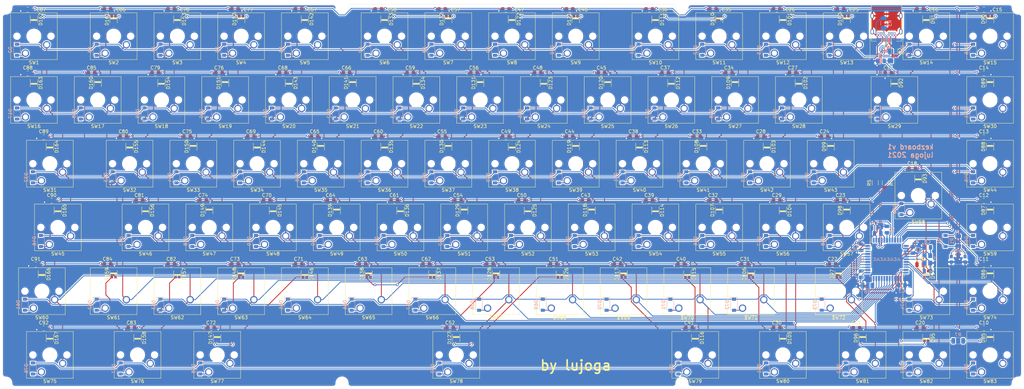
<source format=kicad_pcb>
(kicad_pcb (version 20171130) (host pcbnew 5.1.10)

  (general
    (thickness 1.6)
    (drawings 54)
    (tracks 2819)
    (zones 0)
    (modules 362)
    (nets 216)
  )

  (page A3)
  (layers
    (0 F.Cu signal)
    (31 B.Cu signal)
    (32 B.Adhes user)
    (33 F.Adhes user)
    (34 B.Paste user)
    (35 F.Paste user)
    (36 B.SilkS user)
    (37 F.SilkS user)
    (38 B.Mask user)
    (39 F.Mask user)
    (40 Dwgs.User user hide)
    (41 Cmts.User user)
    (42 Eco1.User user)
    (43 Eco2.User user)
    (44 Edge.Cuts user)
    (45 Margin user)
    (46 B.CrtYd user)
    (47 F.CrtYd user)
    (48 B.Fab user hide)
    (49 F.Fab user hide)
  )

  (setup
    (last_trace_width 0.25)
    (trace_clearance 0.2)
    (zone_clearance 0.508)
    (zone_45_only no)
    (trace_min 0.2)
    (via_size 0.8)
    (via_drill 0.4)
    (via_min_size 0.6)
    (via_min_drill 0.3)
    (uvia_size 0.3)
    (uvia_drill 0.1)
    (uvias_allowed no)
    (uvia_min_size 0.2)
    (uvia_min_drill 0.1)
    (edge_width 0.05)
    (segment_width 0.2)
    (pcb_text_width 0.3)
    (pcb_text_size 1.5 1.5)
    (mod_edge_width 0.12)
    (mod_text_size 1 1)
    (mod_text_width 0.15)
    (pad_size 2 2)
    (pad_drill 0)
    (pad_to_mask_clearance 0)
    (aux_axis_origin 0 0)
    (visible_elements FFFFF77F)
    (pcbplotparams
      (layerselection 0x010fc_ffffffff)
      (usegerberextensions false)
      (usegerberattributes false)
      (usegerberadvancedattributes false)
      (creategerberjobfile false)
      (excludeedgelayer true)
      (linewidth 0.100000)
      (plotframeref false)
      (viasonmask false)
      (mode 1)
      (useauxorigin false)
      (hpglpennumber 1)
      (hpglpenspeed 20)
      (hpglpendiameter 15.000000)
      (psnegative false)
      (psa4output false)
      (plotreference true)
      (plotvalue true)
      (plotinvisibletext false)
      (padsonsilk false)
      (subtractmaskfromsilk false)
      (outputformat 1)
      (mirror false)
      (drillshape 1)
      (scaleselection 1)
      (outputdirectory ""))
  )

  (net 0 "")
  (net 1 GND)
  (net 2 +5V)
  (net 3 "Net-(C7-Pad1)")
  (net 4 "Net-(C8-Pad2)")
  (net 5 "Net-(C9-Pad1)")
  (net 6 RST)
  (net 7 ROW0)
  (net 8 "Net-(D2-Pad2)")
  (net 9 "Net-(D3-Pad2)")
  (net 10 "Net-(D4-Pad2)")
  (net 11 "Net-(D5-Pad2)")
  (net 12 "Net-(D6-Pad2)")
  (net 13 "Net-(D7-Pad2)")
  (net 14 "Net-(D8-Pad2)")
  (net 15 "Net-(D9-Pad2)")
  (net 16 "Net-(D10-Pad2)")
  (net 17 "Net-(D11-Pad2)")
  (net 18 "Net-(D12-Pad2)")
  (net 19 "Net-(D13-Pad2)")
  (net 20 "Net-(D14-Pad2)")
  (net 21 "Net-(D15-Pad2)")
  (net 22 "Net-(D16-Pad2)")
  (net 23 ROW1)
  (net 24 "Net-(D17-Pad2)")
  (net 25 "Net-(D18-Pad2)")
  (net 26 "Net-(D19-Pad2)")
  (net 27 "Net-(D20-Pad2)")
  (net 28 "Net-(D21-Pad2)")
  (net 29 "Net-(D22-Pad2)")
  (net 30 "Net-(D23-Pad2)")
  (net 31 "Net-(D24-Pad2)")
  (net 32 "Net-(D25-Pad2)")
  (net 33 "Net-(D26-Pad2)")
  (net 34 "Net-(D27-Pad2)")
  (net 35 "Net-(D28-Pad2)")
  (net 36 "Net-(D29-Pad2)")
  (net 37 "Net-(D30-Pad2)")
  (net 38 "Net-(D31-Pad2)")
  (net 39 "Net-(D32-Pad2)")
  (net 40 ROW2)
  (net 41 "Net-(D33-Pad2)")
  (net 42 "Net-(D34-Pad2)")
  (net 43 "Net-(D35-Pad2)")
  (net 44 "Net-(D36-Pad2)")
  (net 45 "Net-(D37-Pad2)")
  (net 46 "Net-(D38-Pad2)")
  (net 47 "Net-(D39-Pad2)")
  (net 48 "Net-(D40-Pad2)")
  (net 49 "Net-(D41-Pad2)")
  (net 50 "Net-(D42-Pad2)")
  (net 51 "Net-(D43-Pad2)")
  (net 52 "Net-(D44-Pad2)")
  (net 53 "Net-(D45-Pad2)")
  (net 54 "Net-(D46-Pad2)")
  (net 55 ROW3)
  (net 56 "Net-(D47-Pad2)")
  (net 57 "Net-(D48-Pad2)")
  (net 58 "Net-(D49-Pad2)")
  (net 59 "Net-(D50-Pad2)")
  (net 60 "Net-(D51-Pad2)")
  (net 61 "Net-(D52-Pad2)")
  (net 62 "Net-(D53-Pad2)")
  (net 63 "Net-(D54-Pad2)")
  (net 64 "Net-(D55-Pad2)")
  (net 65 "Net-(D56-Pad2)")
  (net 66 "Net-(D57-Pad2)")
  (net 67 "Net-(D58-Pad2)")
  (net 68 "Net-(D59-Pad2)")
  (net 69 "Net-(D60-Pad2)")
  (net 70 ROW4)
  (net 71 "Net-(D61-Pad2)")
  (net 72 "Net-(D62-Pad2)")
  (net 73 "Net-(D63-Pad2)")
  (net 74 "Net-(D64-Pad2)")
  (net 75 "Net-(D65-Pad2)")
  (net 76 "Net-(D66-Pad2)")
  (net 77 "Net-(D67-Pad2)")
  (net 78 "Net-(D68-Pad2)")
  (net 79 "Net-(D69-Pad2)")
  (net 80 "Net-(D70-Pad2)")
  (net 81 "Net-(D71-Pad2)")
  (net 82 "Net-(D72-Pad2)")
  (net 83 "Net-(D73-Pad2)")
  (net 84 "Net-(D74-Pad2)")
  (net 85 "Net-(D75-Pad2)")
  (net 86 ROW5)
  (net 87 "Net-(D76-Pad2)")
  (net 88 "Net-(D77-Pad2)")
  (net 89 "Net-(D78-Pad2)")
  (net 90 "Net-(D79-Pad2)")
  (net 91 "Net-(D80-Pad2)")
  (net 92 "Net-(D81-Pad2)")
  (net 93 "Net-(D82-Pad2)")
  (net 94 "Net-(D83-Pad2)")
  (net 95 "Net-(D84-Pad2)")
  (net 96 "Net-(D85-Pad2)")
  (net 97 DIN)
  (net 98 "Net-(D86-Pad2)")
  (net 99 "Net-(D87-Pad2)")
  (net 100 "Net-(D88-Pad2)")
  (net 101 "Net-(D89-Pad2)")
  (net 102 "Net-(D90-Pad2)")
  (net 103 "Net-(D91-Pad2)")
  (net 104 "Net-(D92-Pad2)")
  (net 105 "Net-(D93-Pad2)")
  (net 106 "Net-(D94-Pad2)")
  (net 107 "Net-(D95-Pad2)")
  (net 108 "Net-(D96-Pad2)")
  (net 109 "Net-(D97-Pad2)")
  (net 110 "Net-(D98-Pad2)")
  (net 111 "Net-(D100-Pad4)")
  (net 112 "Net-(D100-Pad2)")
  (net 113 "Net-(D101-Pad2)")
  (net 114 "Net-(D102-Pad2)")
  (net 115 "Net-(D103-Pad2)")
  (net 116 "Net-(D104-Pad2)")
  (net 117 "Net-(D105-Pad2)")
  (net 118 "Net-(D106-Pad2)")
  (net 119 "Net-(D107-Pad2)")
  (net 120 "Net-(D108-Pad2)")
  (net 121 "Net-(D109-Pad2)")
  (net 122 "Net-(D110-Pad2)")
  (net 123 "Net-(D111-Pad2)")
  (net 124 "Net-(D112-Pad2)")
  (net 125 "Net-(D113-Pad2)")
  (net 126 "Net-(D114-Pad2)")
  (net 127 "Net-(D115-Pad2)")
  (net 128 "Net-(D116-Pad2)")
  (net 129 "Net-(D117-Pad2)")
  (net 130 "Net-(D118-Pad2)")
  (net 131 "Net-(D119-Pad2)")
  (net 132 "Net-(D120-Pad2)")
  (net 133 "Net-(D121-Pad2)")
  (net 134 "Net-(D122-Pad2)")
  (net 135 "Net-(D123-Pad2)")
  (net 136 "Net-(D124-Pad2)")
  (net 137 "Net-(D125-Pad2)")
  (net 138 "Net-(D126-Pad2)")
  (net 139 "Net-(D127-Pad2)")
  (net 140 "Net-(D128-Pad2)")
  (net 141 "Net-(D129-Pad2)")
  (net 142 "Net-(D130-Pad2)")
  (net 143 "Net-(D131-Pad2)")
  (net 144 "Net-(D132-Pad2)")
  (net 145 "Net-(D133-Pad2)")
  (net 146 "Net-(D134-Pad2)")
  (net 147 "Net-(D135-Pad2)")
  (net 148 "Net-(D136-Pad2)")
  (net 149 "Net-(D137-Pad2)")
  (net 150 "Net-(D138-Pad2)")
  (net 151 "Net-(D139-Pad2)")
  (net 152 "Net-(D140-Pad2)")
  (net 153 "Net-(D141-Pad2)")
  (net 154 "Net-(D142-Pad2)")
  (net 155 "Net-(D143-Pad2)")
  (net 156 "Net-(D144-Pad2)")
  (net 157 "Net-(D145-Pad2)")
  (net 158 "Net-(D146-Pad2)")
  (net 159 "Net-(D147-Pad2)")
  (net 160 "Net-(D148-Pad2)")
  (net 161 "Net-(D149-Pad2)")
  (net 162 "Net-(D150-Pad2)")
  (net 163 "Net-(D151-Pad2)")
  (net 164 "Net-(D152-Pad2)")
  (net 165 "Net-(D153-Pad2)")
  (net 166 "Net-(D154-Pad2)")
  (net 167 "Net-(D155-Pad2)")
  (net 168 "Net-(D156-Pad2)")
  (net 169 "Net-(D157-Pad2)")
  (net 170 "Net-(D158-Pad2)")
  (net 171 "Net-(D159-Pad2)")
  (net 172 "Net-(D160-Pad2)")
  (net 173 "Net-(D161-Pad2)")
  (net 174 "Net-(D162-Pad2)")
  (net 175 "Net-(D163-Pad2)")
  (net 176 "Net-(D164-Pad2)")
  (net 177 "Net-(D165-Pad2)")
  (net 178 "Net-(D166-Pad2)")
  (net 179 "Net-(D167-Pad2)")
  (net 180 "Net-(F1-Pad2)")
  (net 181 COL02)
  (net 182 COL00)
  (net 183 COL01)
  (net 184 D-)
  (net 185 D+)
  (net 186 "Net-(R6-Pad2)")
  (net 187 COL03)
  (net 188 COL04)
  (net 189 COL06)
  (net 190 COL07)
  (net 191 COL08)
  (net 192 COL09)
  (net 193 COL10)
  (net 194 COL11)
  (net 195 COL12)
  (net 196 COL13)
  (net 197 COL14)
  (net 198 COL15)
  (net 199 COL05)
  (net 200 "Net-(U1-Pad1)")
  (net 201 "Net-(U1-Pad42)")
  (net 202 "Net-(R7-Pad2)")
  (net 203 "Net-(J1-PadB11)")
  (net 204 "Net-(J1-PadB2)")
  (net 205 "Net-(J1-PadB5)")
  (net 206 "Net-(J1-PadB8)")
  (net 207 "Net-(J1-PadB3)")
  (net 208 "Net-(J1-PadB10)")
  (net 209 "Net-(J1-PadA2)")
  (net 210 "Net-(J1-PadA3)")
  (net 211 "Net-(J1-PadA5)")
  (net 212 "Net-(J1-PadA8)")
  (net 213 "Net-(J1-PadA10)")
  (net 214 "Net-(J1-PadA11)")
  (net 215 "Net-(U1-Pad12)")

  (net_class Default "Dies ist die voreingestellte Netzklasse."
    (clearance 0.2)
    (trace_width 0.25)
    (via_dia 0.8)
    (via_drill 0.4)
    (uvia_dia 0.3)
    (uvia_drill 0.1)
    (add_net +5V)
    (add_net COL00)
    (add_net COL01)
    (add_net COL02)
    (add_net COL03)
    (add_net COL04)
    (add_net COL05)
    (add_net COL06)
    (add_net COL07)
    (add_net COL08)
    (add_net COL09)
    (add_net COL10)
    (add_net COL11)
    (add_net COL12)
    (add_net COL13)
    (add_net COL14)
    (add_net COL15)
    (add_net D+)
    (add_net D-)
    (add_net DIN)
    (add_net GND)
    (add_net "Net-(C7-Pad1)")
    (add_net "Net-(C8-Pad2)")
    (add_net "Net-(C9-Pad1)")
    (add_net "Net-(D10-Pad2)")
    (add_net "Net-(D100-Pad2)")
    (add_net "Net-(D100-Pad4)")
    (add_net "Net-(D101-Pad2)")
    (add_net "Net-(D102-Pad2)")
    (add_net "Net-(D103-Pad2)")
    (add_net "Net-(D104-Pad2)")
    (add_net "Net-(D105-Pad2)")
    (add_net "Net-(D106-Pad2)")
    (add_net "Net-(D107-Pad2)")
    (add_net "Net-(D108-Pad2)")
    (add_net "Net-(D109-Pad2)")
    (add_net "Net-(D11-Pad2)")
    (add_net "Net-(D110-Pad2)")
    (add_net "Net-(D111-Pad2)")
    (add_net "Net-(D112-Pad2)")
    (add_net "Net-(D113-Pad2)")
    (add_net "Net-(D114-Pad2)")
    (add_net "Net-(D115-Pad2)")
    (add_net "Net-(D116-Pad2)")
    (add_net "Net-(D117-Pad2)")
    (add_net "Net-(D118-Pad2)")
    (add_net "Net-(D119-Pad2)")
    (add_net "Net-(D12-Pad2)")
    (add_net "Net-(D120-Pad2)")
    (add_net "Net-(D121-Pad2)")
    (add_net "Net-(D122-Pad2)")
    (add_net "Net-(D123-Pad2)")
    (add_net "Net-(D124-Pad2)")
    (add_net "Net-(D125-Pad2)")
    (add_net "Net-(D126-Pad2)")
    (add_net "Net-(D127-Pad2)")
    (add_net "Net-(D128-Pad2)")
    (add_net "Net-(D129-Pad2)")
    (add_net "Net-(D13-Pad2)")
    (add_net "Net-(D130-Pad2)")
    (add_net "Net-(D131-Pad2)")
    (add_net "Net-(D132-Pad2)")
    (add_net "Net-(D133-Pad2)")
    (add_net "Net-(D134-Pad2)")
    (add_net "Net-(D135-Pad2)")
    (add_net "Net-(D136-Pad2)")
    (add_net "Net-(D137-Pad2)")
    (add_net "Net-(D138-Pad2)")
    (add_net "Net-(D139-Pad2)")
    (add_net "Net-(D14-Pad2)")
    (add_net "Net-(D140-Pad2)")
    (add_net "Net-(D141-Pad2)")
    (add_net "Net-(D142-Pad2)")
    (add_net "Net-(D143-Pad2)")
    (add_net "Net-(D144-Pad2)")
    (add_net "Net-(D145-Pad2)")
    (add_net "Net-(D146-Pad2)")
    (add_net "Net-(D147-Pad2)")
    (add_net "Net-(D148-Pad2)")
    (add_net "Net-(D149-Pad2)")
    (add_net "Net-(D15-Pad2)")
    (add_net "Net-(D150-Pad2)")
    (add_net "Net-(D151-Pad2)")
    (add_net "Net-(D152-Pad2)")
    (add_net "Net-(D153-Pad2)")
    (add_net "Net-(D154-Pad2)")
    (add_net "Net-(D155-Pad2)")
    (add_net "Net-(D156-Pad2)")
    (add_net "Net-(D157-Pad2)")
    (add_net "Net-(D158-Pad2)")
    (add_net "Net-(D159-Pad2)")
    (add_net "Net-(D16-Pad2)")
    (add_net "Net-(D160-Pad2)")
    (add_net "Net-(D161-Pad2)")
    (add_net "Net-(D162-Pad2)")
    (add_net "Net-(D163-Pad2)")
    (add_net "Net-(D164-Pad2)")
    (add_net "Net-(D165-Pad2)")
    (add_net "Net-(D166-Pad2)")
    (add_net "Net-(D167-Pad2)")
    (add_net "Net-(D17-Pad2)")
    (add_net "Net-(D18-Pad2)")
    (add_net "Net-(D19-Pad2)")
    (add_net "Net-(D2-Pad2)")
    (add_net "Net-(D20-Pad2)")
    (add_net "Net-(D21-Pad2)")
    (add_net "Net-(D22-Pad2)")
    (add_net "Net-(D23-Pad2)")
    (add_net "Net-(D24-Pad2)")
    (add_net "Net-(D25-Pad2)")
    (add_net "Net-(D26-Pad2)")
    (add_net "Net-(D27-Pad2)")
    (add_net "Net-(D28-Pad2)")
    (add_net "Net-(D29-Pad2)")
    (add_net "Net-(D3-Pad2)")
    (add_net "Net-(D30-Pad2)")
    (add_net "Net-(D31-Pad2)")
    (add_net "Net-(D32-Pad2)")
    (add_net "Net-(D33-Pad2)")
    (add_net "Net-(D34-Pad2)")
    (add_net "Net-(D35-Pad2)")
    (add_net "Net-(D36-Pad2)")
    (add_net "Net-(D37-Pad2)")
    (add_net "Net-(D38-Pad2)")
    (add_net "Net-(D39-Pad2)")
    (add_net "Net-(D4-Pad2)")
    (add_net "Net-(D40-Pad2)")
    (add_net "Net-(D41-Pad2)")
    (add_net "Net-(D42-Pad2)")
    (add_net "Net-(D43-Pad2)")
    (add_net "Net-(D44-Pad2)")
    (add_net "Net-(D45-Pad2)")
    (add_net "Net-(D46-Pad2)")
    (add_net "Net-(D47-Pad2)")
    (add_net "Net-(D48-Pad2)")
    (add_net "Net-(D49-Pad2)")
    (add_net "Net-(D5-Pad2)")
    (add_net "Net-(D50-Pad2)")
    (add_net "Net-(D51-Pad2)")
    (add_net "Net-(D52-Pad2)")
    (add_net "Net-(D53-Pad2)")
    (add_net "Net-(D54-Pad2)")
    (add_net "Net-(D55-Pad2)")
    (add_net "Net-(D56-Pad2)")
    (add_net "Net-(D57-Pad2)")
    (add_net "Net-(D58-Pad2)")
    (add_net "Net-(D59-Pad2)")
    (add_net "Net-(D6-Pad2)")
    (add_net "Net-(D60-Pad2)")
    (add_net "Net-(D61-Pad2)")
    (add_net "Net-(D62-Pad2)")
    (add_net "Net-(D63-Pad2)")
    (add_net "Net-(D64-Pad2)")
    (add_net "Net-(D65-Pad2)")
    (add_net "Net-(D66-Pad2)")
    (add_net "Net-(D67-Pad2)")
    (add_net "Net-(D68-Pad2)")
    (add_net "Net-(D69-Pad2)")
    (add_net "Net-(D7-Pad2)")
    (add_net "Net-(D70-Pad2)")
    (add_net "Net-(D71-Pad2)")
    (add_net "Net-(D72-Pad2)")
    (add_net "Net-(D73-Pad2)")
    (add_net "Net-(D74-Pad2)")
    (add_net "Net-(D75-Pad2)")
    (add_net "Net-(D76-Pad2)")
    (add_net "Net-(D77-Pad2)")
    (add_net "Net-(D78-Pad2)")
    (add_net "Net-(D79-Pad2)")
    (add_net "Net-(D8-Pad2)")
    (add_net "Net-(D80-Pad2)")
    (add_net "Net-(D81-Pad2)")
    (add_net "Net-(D82-Pad2)")
    (add_net "Net-(D83-Pad2)")
    (add_net "Net-(D84-Pad2)")
    (add_net "Net-(D85-Pad2)")
    (add_net "Net-(D86-Pad2)")
    (add_net "Net-(D87-Pad2)")
    (add_net "Net-(D88-Pad2)")
    (add_net "Net-(D89-Pad2)")
    (add_net "Net-(D9-Pad2)")
    (add_net "Net-(D90-Pad2)")
    (add_net "Net-(D91-Pad2)")
    (add_net "Net-(D92-Pad2)")
    (add_net "Net-(D93-Pad2)")
    (add_net "Net-(D94-Pad2)")
    (add_net "Net-(D95-Pad2)")
    (add_net "Net-(D96-Pad2)")
    (add_net "Net-(D97-Pad2)")
    (add_net "Net-(D98-Pad2)")
    (add_net "Net-(F1-Pad2)")
    (add_net "Net-(J1-PadA10)")
    (add_net "Net-(J1-PadA11)")
    (add_net "Net-(J1-PadA2)")
    (add_net "Net-(J1-PadA3)")
    (add_net "Net-(J1-PadA5)")
    (add_net "Net-(J1-PadA8)")
    (add_net "Net-(J1-PadB10)")
    (add_net "Net-(J1-PadB11)")
    (add_net "Net-(J1-PadB2)")
    (add_net "Net-(J1-PadB3)")
    (add_net "Net-(J1-PadB5)")
    (add_net "Net-(J1-PadB8)")
    (add_net "Net-(R6-Pad2)")
    (add_net "Net-(R7-Pad2)")
    (add_net "Net-(U1-Pad1)")
    (add_net "Net-(U1-Pad12)")
    (add_net "Net-(U1-Pad42)")
    (add_net ROW0)
    (add_net ROW1)
    (add_net ROW2)
    (add_net ROW3)
    (add_net ROW4)
    (add_net ROW5)
    (add_net RST)
  )

  (module MountingHole:MountingHole_2mm (layer F.Cu) (tedit 60F2D872) (tstamp 60E8A97D)
    (at 341.8 151.3)
    (descr "Mounting Hole 2mm, no annular")
    (tags "mounting hole 2mm no annular")
    (attr virtual)
    (fp_text reference REF** (at 0 -4.2) (layer F.SilkS) hide
      (effects (font (size 1 1) (thickness 0.15)))
    )
    (fp_text value MountingHole_2mm (at 0 4.2) (layer F.Fab) hide
      (effects (font (size 1 1) (thickness 0.15)))
    )
    (fp_circle (center 0 0) (end 1.6 0) (layer Cmts.User) (width 0.15))
    (fp_circle (center 0 0) (end 1.7 0) (layer F.CrtYd) (width 0.05))
    (fp_text user %R (at 0.3 0) (layer F.Fab) hide
      (effects (font (size 1 1) (thickness 0.15)))
    )
    (pad "" smd circle (at 0 0) (size 2 2) (layers *.Paste))
  )

  (module MountingHole:MountingHole_2mm (layer F.Cu) (tedit 60F2D855) (tstamp 60E8A94A)
    (at 341.8 39.2)
    (descr "Mounting Hole 2mm, no annular")
    (tags "mounting hole 2mm no annular")
    (attr virtual)
    (fp_text reference REF** (at 0 -4.2) (layer F.SilkS) hide
      (effects (font (size 1 1) (thickness 0.15)))
    )
    (fp_text value MountingHole_2mm (at 0 4.2) (layer F.Fab) hide
      (effects (font (size 1 1) (thickness 0.15)))
    )
    (fp_circle (center 0 0) (end 1.6 0) (layer Cmts.User) (width 0.15))
    (fp_circle (center 0 0) (end 1.7 0) (layer F.CrtYd) (width 0.05))
    (fp_text user %R (at 0.3 0) (layer F.Fab) hide
      (effects (font (size 1 1) (thickness 0.15)))
    )
    (pad "" smd circle (at 0 0) (size 2 2) (layers *.Paste))
  )

  (module MountingHole:MountingHole_2mm (layer F.Cu) (tedit 60F2D83E) (tstamp 60E8A17F)
    (at 241.3 39.2)
    (descr "Mounting Hole 2mm, no annular")
    (tags "mounting hole 2mm no annular")
    (attr virtual)
    (fp_text reference REF** (at 0 -4.2) (layer F.SilkS) hide
      (effects (font (size 1 1) (thickness 0.15)))
    )
    (fp_text value MountingHole_2mm (at 0 4.2) (layer F.Fab) hide
      (effects (font (size 1 1) (thickness 0.15)))
    )
    (fp_circle (center 0 0) (end 1.6 0) (layer Cmts.User) (width 0.15))
    (fp_circle (center 0 0) (end 1.7 0) (layer F.CrtYd) (width 0.05))
    (fp_text user %R (at 0.3 0) (layer F.Fab) hide
      (effects (font (size 1 1) (thickness 0.15)))
    )
    (pad "" smd circle (at 0 0) (size 2 2) (layers *.Paste))
  )

  (module MountingHole:MountingHole_2mm (layer F.Cu) (tedit 60F2D7FF) (tstamp 60E89FD7)
    (at 139.7 39.2)
    (descr "Mounting Hole 2mm, no annular")
    (tags "mounting hole 2mm no annular")
    (attr virtual)
    (fp_text reference REF** (at 0 -4.2) (layer F.SilkS) hide
      (effects (font (size 1 1) (thickness 0.15)))
    )
    (fp_text value MountingHole_2mm (at 0 4.2) (layer F.Fab) hide
      (effects (font (size 1 1) (thickness 0.15)))
    )
    (fp_circle (center 0 0) (end 1.6 0) (layer Cmts.User) (width 0.15))
    (fp_circle (center 0 0) (end 1.7 0) (layer F.CrtYd) (width 0.05))
    (fp_text user %R (at 0.3 0) (layer F.Fab) hide
      (effects (font (size 1 1) (thickness 0.15)))
    )
    (pad "" smd circle (at 0 0) (size 2 2) (layers *.Paste))
  )

  (module MountingHole:MountingHole_2mm (layer F.Cu) (tedit 60F2D7D3) (tstamp 60E8A8F8)
    (at 39.2 39.2)
    (descr "Mounting Hole 2mm, no annular")
    (tags "mounting hole 2mm no annular")
    (attr virtual)
    (fp_text reference REF** (at 0 -4.2) (layer F.SilkS) hide
      (effects (font (size 1 1) (thickness 0.15)))
    )
    (fp_text value MountingHole_2mm (at 0 4.2) (layer F.Fab) hide
      (effects (font (size 1 1) (thickness 0.15)))
    )
    (fp_circle (center 0 0) (end 1.6 0) (layer Cmts.User) (width 0.15))
    (fp_circle (center 0 0) (end 1.7 0) (layer F.CrtYd) (width 0.05))
    (fp_text user %R (at 0.3 0) (layer F.Fab) hide
      (effects (font (size 1 1) (thickness 0.15)))
    )
    (pad "" smd circle (at 0 0) (size 2 2) (layers *.Paste))
  )

  (module MountingHole:MountingHole_2mm (layer F.Cu) (tedit 60F2D763) (tstamp 60E8A92F)
    (at 39.2 151.3)
    (descr "Mounting Hole 2mm, no annular")
    (tags "mounting hole 2mm no annular")
    (attr virtual)
    (fp_text reference REF** (at 0 -4.2) (layer F.SilkS) hide
      (effects (font (size 1 1) (thickness 0.15)))
    )
    (fp_text value MountingHole_2mm (at 0 4.2) (layer F.Fab) hide
      (effects (font (size 1 1) (thickness 0.15)))
    )
    (fp_circle (center 0 0) (end 1.6 0) (layer Cmts.User) (width 0.15))
    (fp_circle (center 0 0) (end 1.7 0) (layer F.CrtYd) (width 0.05))
    (fp_text user %R (at 0.3 0) (layer F.Fab) hide
      (effects (font (size 1 1) (thickness 0.15)))
    )
    (pad "" smd circle (at 0 0) (size 2 2) (layers *.Paste))
  )

  (module MountingHole:MountingHole_2mm (layer F.Cu) (tedit 60F2D70C) (tstamp 60E8A18C)
    (at 139.7 151.3)
    (descr "Mounting Hole 2mm, no annular")
    (tags "mounting hole 2mm no annular")
    (attr virtual)
    (fp_text reference REF** (at 0 -4.2) (layer F.SilkS) hide
      (effects (font (size 1 1) (thickness 0.15)))
    )
    (fp_text value MountingHole_2mm (at 0 4.2) (layer F.Fab) hide
      (effects (font (size 1 1) (thickness 0.15)))
    )
    (fp_circle (center 0 0) (end 1.6 0) (layer Cmts.User) (width 0.15))
    (fp_circle (center 0 0) (end 1.7 0) (layer F.CrtYd) (width 0.05))
    (fp_text user %R (at 0.3 0) (layer F.Fab) hide
      (effects (font (size 1 1) (thickness 0.15)))
    )
    (pad "" smd circle (at 0 0) (size 2 2) (layers *.Paste))
  )

  (module MountingHole:MountingHole_2mm (layer F.Cu) (tedit 60F2D69F) (tstamp 60E8A1A1)
    (at 241.3 151.3)
    (descr "Mounting Hole 2mm, no annular")
    (tags "mounting hole 2mm no annular")
    (attr virtual)
    (fp_text reference REF** (at 0 -4.2) (layer F.SilkS) hide
      (effects (font (size 1 1) (thickness 0.15)))
    )
    (fp_text value MountingHole_2mm (at 0 4.2) (layer F.Fab) hide
      (effects (font (size 1 1) (thickness 0.15)))
    )
    (fp_circle (center 0 0) (end 1.6 0) (layer Cmts.User) (width 0.15))
    (fp_circle (center 0 0) (end 1.7 0) (layer F.CrtYd) (width 0.05))
    (fp_text user %R (at 0.3 0) (layer F.Fab) hide
      (effects (font (size 1 1) (thickness 0.15)))
    )
    (pad "" smd circle (at 0 0) (size 2 2) (layers *.Paste))
  )

  (module Button_Switch_Keyboard:SW_Cherry_MX_ISOEnter_PCB (layer F.Cu) (tedit 60E88C41) (tstamp 5F160517)
    (at 309.40375 100.33 180)
    (descr "Cherry MX keyswitch, ISO Enter, PCB mount, http://cherryamericas.com/wp-content/uploads/2014/12/mx_cat.pdf")
    (tags "Cherry MX keyswitch ISO enter PCB")
    (path /5F51BE8C/5F51CE2C)
    (fp_text reference SW58 (at -2.54 -2.794 180) (layer F.SilkS)
      (effects (font (size 1 1) (thickness 0.15)))
    )
    (fp_text value MX1A-G1NA (at -2.286 13.208 180) (layer F.Fab)
      (effects (font (size 1 1) (thickness 0.15)))
    )
    (fp_line (start -9.525 12.065) (end -9.525 -1.905) (layer F.SilkS) (width 0.12))
    (fp_line (start 4.445 12.065) (end -9.525 12.065) (layer F.SilkS) (width 0.12))
    (fp_line (start 4.445 -1.905) (end 4.445 12.065) (layer F.SilkS) (width 0.12))
    (fp_line (start -9.525 -1.905) (end 4.445 -1.905) (layer F.SilkS) (width 0.12))
    (fp_line (start 9.36625 5.08) (end 14.12875 5.08) (layer Dwgs.User) (width 0.15))
    (fp_line (start 14.12875 5.08) (end 14.12875 24.13) (layer Dwgs.User) (width 0.15))
    (fp_line (start -14.44625 -13.97) (end 9.36625 -13.97) (layer Dwgs.User) (width 0.15))
    (fp_line (start -14.44625 24.13) (end -14.44625 -13.97) (layer Dwgs.User) (width 0.15))
    (fp_line (start 14.12875 24.13) (end -14.44625 24.13) (layer Dwgs.User) (width 0.15))
    (fp_line (start 9.36625 -13.97) (end 9.36625 5.08) (layer Dwgs.User) (width 0.15))
    (fp_line (start -9.14 -1.52) (end 4.06 -1.52) (layer F.CrtYd) (width 0.05))
    (fp_line (start 4.06 -1.52) (end 4.06 11.68) (layer F.CrtYd) (width 0.05))
    (fp_line (start 4.06 11.68) (end -9.14 11.68) (layer F.CrtYd) (width 0.05))
    (fp_line (start -9.14 11.68) (end -9.14 -1.52) (layer F.CrtYd) (width 0.05))
    (fp_line (start -8.89 11.43) (end -8.89 -1.27) (layer F.Fab) (width 0.1))
    (fp_line (start 3.81 11.43) (end -8.89 11.43) (layer F.Fab) (width 0.1))
    (fp_line (start 3.81 -1.27) (end 3.81 11.43) (layer F.Fab) (width 0.1))
    (fp_line (start -8.89 -1.27) (end 3.81 -1.27) (layer F.Fab) (width 0.1))
    (fp_text user %R (at -2.54 -2.794 180) (layer F.Fab)
      (effects (font (size 1 1) (thickness 0.15)))
    )
    (pad 1 thru_hole circle (at 0 0 180) (size 2.2 2.2) (drill 1.5) (layers *.Cu *.Mask)
      (net 68 "Net-(D59-Pad2)"))
    (pad 2 thru_hole circle (at -6.35 2.54 180) (size 2.2 2.2) (drill 1.5) (layers *.Cu *.Mask)
      (net 197 COL14))
    (pad "" np_thru_hole circle (at -2.54 5.08 180) (size 4 4) (drill 4) (layers *.Cu *.Mask))
    (pad "" np_thru_hole circle (at -7.62 5.08 180) (size 1.7 1.7) (drill 1.7) (layers *.Cu *.Mask))
    (pad "" np_thru_hole circle (at 2.54 5.08 180) (size 1.7 1.7) (drill 1.7) (layers *.Cu *.Mask))
    (model ${KISYS3DMOD}/Button_Switch_Keyboard.3dshapes/SW_Cherry_MX_ISOEnter_PCB.wrl
      (at (xyz 0 0 0))
      (scale (xyz 1 1 1))
      (rotate (xyz 0 0 0))
    )
  )

  (module Button_Switch_Keyboard:SW_Cherry_MX_2.00u_PCB (layer F.Cu) (tedit 60E88B61) (tstamp 5F16021F)
    (at 302.26 71.755 180)
    (descr "Cherry MX keyswitch, 2.00u, PCB mount, http://cherryamericas.com/wp-content/uploads/2014/12/mx_cat.pdf")
    (tags "Cherry MX keyswitch 2.00u PCB")
    (path /5F51BE8C/5F51CE0E)
    (fp_text reference SW29 (at -2.54 -2.794 180) (layer F.SilkS)
      (effects (font (size 1 1) (thickness 0.15)))
    )
    (fp_text value MX1A-G1NA (at -2.54 12.954 180) (layer F.Fab)
      (effects (font (size 1 1) (thickness 0.15)))
    )
    (fp_line (start -9.525 12.065) (end -9.525 -1.905) (layer F.SilkS) (width 0.12))
    (fp_line (start 4.445 12.065) (end -9.525 12.065) (layer F.SilkS) (width 0.12))
    (fp_line (start 4.445 -1.905) (end 4.445 12.065) (layer F.SilkS) (width 0.12))
    (fp_line (start -9.525 -1.905) (end 4.445 -1.905) (layer F.SilkS) (width 0.12))
    (fp_line (start -21.59 14.605) (end -21.59 -4.445) (layer Dwgs.User) (width 0.15))
    (fp_line (start 16.51 14.605) (end -21.59 14.605) (layer Dwgs.User) (width 0.15))
    (fp_line (start 16.51 -4.445) (end 16.51 14.605) (layer Dwgs.User) (width 0.15))
    (fp_line (start -21.59 -4.445) (end 16.51 -4.445) (layer Dwgs.User) (width 0.15))
    (fp_line (start -9.14 -1.52) (end 4.06 -1.52) (layer F.CrtYd) (width 0.05))
    (fp_line (start 4.06 -1.52) (end 4.06 11.68) (layer F.CrtYd) (width 0.05))
    (fp_line (start 4.06 11.68) (end -9.14 11.68) (layer F.CrtYd) (width 0.05))
    (fp_line (start -9.14 11.68) (end -9.14 -1.52) (layer F.CrtYd) (width 0.05))
    (fp_line (start -8.89 11.43) (end -8.89 -1.27) (layer F.Fab) (width 0.1))
    (fp_line (start 3.81 11.43) (end -8.89 11.43) (layer F.Fab) (width 0.1))
    (fp_line (start 3.81 -1.27) (end 3.81 11.43) (layer F.Fab) (width 0.1))
    (fp_line (start -8.89 -1.27) (end 3.81 -1.27) (layer F.Fab) (width 0.1))
    (fp_text user %R (at -2.54 -2.794 180) (layer F.Fab)
      (effects (font (size 1 1) (thickness 0.15)))
    )
    (pad 1 thru_hole circle (at 0 0 180) (size 2.2 2.2) (drill 1.5) (layers *.Cu *.Mask)
      (net 37 "Net-(D30-Pad2)"))
    (pad 2 thru_hole circle (at -6.35 2.54 180) (size 2.2 2.2) (drill 1.5) (layers *.Cu *.Mask)
      (net 197 COL14))
    (pad "" np_thru_hole circle (at -2.54 5.08 180) (size 4 4) (drill 4) (layers *.Cu *.Mask))
    (pad "" np_thru_hole circle (at -7.62 5.08 180) (size 1.7 1.7) (drill 1.7) (layers *.Cu *.Mask))
    (pad "" np_thru_hole circle (at 2.54 5.08 180) (size 1.7 1.7) (drill 1.7) (layers *.Cu *.Mask))
    (model ${KISYS3DMOD}/Button_Switch_Keyboard.3dshapes/SW_Cherry_MX_2.00u_PCB.wrl
      (at (xyz 0 0 0))
      (scale (xyz 1 1 1))
      (rotate (xyz 0 0 0))
    )
  )

  (module Button_Switch_Keyboard:SW_Cherry_MX_6.25u_PCB (layer F.Cu) (tedit 60E88B4A) (tstamp 5F160723)
    (at 171.29125 147.955 180)
    (descr "Cherry MX keyswitch, 6.25u, PCB mount, http://cherryamericas.com/wp-content/uploads/2014/12/mx_cat.pdf")
    (tags "Cherry MX keyswitch 6.25u PCB")
    (path /5F51BE8C/5F84AEA9)
    (fp_text reference SW78 (at -2.54 -2.794 180) (layer F.SilkS)
      (effects (font (size 1 1) (thickness 0.15)))
    )
    (fp_text value MX1A-G1NA (at -2.54 12.954 180) (layer F.Fab)
      (effects (font (size 1 1) (thickness 0.15)))
    )
    (fp_line (start -9.525 12.065) (end -9.525 -1.905) (layer F.SilkS) (width 0.12))
    (fp_line (start 4.445 12.065) (end -9.525 12.065) (layer F.SilkS) (width 0.12))
    (fp_line (start 4.445 -1.905) (end 4.445 12.065) (layer F.SilkS) (width 0.12))
    (fp_line (start -9.525 -1.905) (end 4.445 -1.905) (layer F.SilkS) (width 0.12))
    (fp_line (start -62.07125 14.605) (end -62.07125 -4.445) (layer Dwgs.User) (width 0.15))
    (fp_line (start 56.99125 14.605) (end -62.07125 14.605) (layer Dwgs.User) (width 0.15))
    (fp_line (start 56.99125 -4.445) (end 56.99125 14.605) (layer Dwgs.User) (width 0.15))
    (fp_line (start -62.07125 -4.445) (end 56.99125 -4.445) (layer Dwgs.User) (width 0.15))
    (fp_line (start -9.14 -1.52) (end 4.06 -1.52) (layer F.CrtYd) (width 0.05))
    (fp_line (start 4.06 -1.52) (end 4.06 11.68) (layer F.CrtYd) (width 0.05))
    (fp_line (start 4.06 11.68) (end -9.14 11.68) (layer F.CrtYd) (width 0.05))
    (fp_line (start -9.14 11.68) (end -9.14 -1.52) (layer F.CrtYd) (width 0.05))
    (fp_line (start -8.89 11.43) (end -8.89 -1.27) (layer F.Fab) (width 0.1))
    (fp_line (start 3.81 11.43) (end -8.89 11.43) (layer F.Fab) (width 0.1))
    (fp_line (start 3.81 -1.27) (end 3.81 11.43) (layer F.Fab) (width 0.1))
    (fp_line (start -8.89 -1.27) (end 3.81 -1.27) (layer F.Fab) (width 0.1))
    (fp_text user %R (at -2.54 -2.794 180) (layer F.Fab)
      (effects (font (size 1 1) (thickness 0.15)))
    )
    (pad 1 thru_hole circle (at 0 0 180) (size 2.2 2.2) (drill 1.5) (layers *.Cu *.Mask)
      (net 90 "Net-(D79-Pad2)"))
    (pad 2 thru_hole circle (at -6.35 2.54 180) (size 2.2 2.2) (drill 1.5) (layers *.Cu *.Mask)
      (net 190 COL07))
    (pad "" np_thru_hole circle (at -2.54 5.08 180) (size 4 4) (drill 4) (layers *.Cu *.Mask))
    (pad "" np_thru_hole circle (at -7.62 5.08 180) (size 1.7 1.7) (drill 1.7) (layers *.Cu *.Mask))
    (pad "" np_thru_hole circle (at 2.54 5.08 180) (size 1.7 1.7) (drill 1.7) (layers *.Cu *.Mask))
    (model ${KISYS3DMOD}/Button_Switch_Keyboard.3dshapes/SW_Cherry_MX_6.25u_PCB.wrl
      (at (xyz 0 0 0))
      (scale (xyz 1 1 1))
      (rotate (xyz 0 0 0))
    )
  )

  (module Crystal:Crystal_SMD_3225-4Pin_3.2x2.5mm (layer B.Cu) (tedit 5A0FD1B2) (tstamp 60EED0B1)
    (at 314.6425 114.3 90)
    (descr "SMD Crystal SERIES SMD3225/4 http://www.txccrystal.com/images/pdf/7m-accuracy.pdf, 3.2x2.5mm^2 package")
    (tags "SMD SMT crystal")
    (path /5F294622)
    (attr smd)
    (fp_text reference Y1 (at 0 2.45 90) (layer B.SilkS)
      (effects (font (size 1 1) (thickness 0.15)) (justify mirror))
    )
    (fp_text value 16MHz (at 0 -2.45 90) (layer B.Fab)
      (effects (font (size 1 1) (thickness 0.15)) (justify mirror))
    )
    (fp_line (start -1.6 1.25) (end -1.6 -1.25) (layer B.Fab) (width 0.1))
    (fp_line (start -1.6 -1.25) (end 1.6 -1.25) (layer B.Fab) (width 0.1))
    (fp_line (start 1.6 -1.25) (end 1.6 1.25) (layer B.Fab) (width 0.1))
    (fp_line (start 1.6 1.25) (end -1.6 1.25) (layer B.Fab) (width 0.1))
    (fp_line (start -1.6 -0.25) (end -0.6 -1.25) (layer B.Fab) (width 0.1))
    (fp_line (start -2 1.65) (end -2 -1.65) (layer B.SilkS) (width 0.12))
    (fp_line (start -2 -1.65) (end 2 -1.65) (layer B.SilkS) (width 0.12))
    (fp_line (start -2.1 1.7) (end -2.1 -1.7) (layer B.CrtYd) (width 0.05))
    (fp_line (start -2.1 -1.7) (end 2.1 -1.7) (layer B.CrtYd) (width 0.05))
    (fp_line (start 2.1 -1.7) (end 2.1 1.7) (layer B.CrtYd) (width 0.05))
    (fp_line (start 2.1 1.7) (end -2.1 1.7) (layer B.CrtYd) (width 0.05))
    (fp_text user %R (at 0 0 90) (layer B.Fab)
      (effects (font (size 0.7 0.7) (thickness 0.105)) (justify mirror))
    )
    (pad 1 smd rect (at -1.1 -0.85 90) (size 1.4 1.2) (layers B.Cu B.Paste B.Mask)
      (net 3 "Net-(C7-Pad1)"))
    (pad 2 smd rect (at 1.1 -0.85 90) (size 1.4 1.2) (layers B.Cu B.Paste B.Mask)
      (net 1 GND))
    (pad 3 smd rect (at 1.1 0.85 90) (size 1.4 1.2) (layers B.Cu B.Paste B.Mask)
      (net 4 "Net-(C8-Pad2)"))
    (pad 4 smd rect (at -1.1 0.85 90) (size 1.4 1.2) (layers B.Cu B.Paste B.Mask)
      (net 1 GND))
    (model ${KISYS3DMOD}/Crystal.3dshapes/Crystal_SMD_3225-4Pin_3.2x2.5mm.wrl
      (at (xyz 0 0 0))
      (scale (xyz 1 1 1))
      (rotate (xyz 0 0 0))
    )
  )

  (module Button_Switch_SMD:SW_Push_1P1T-SH_NO_CK_KMR2xxG (layer B.Cu) (tedit 60F04E96) (tstamp 60EE10F7)
    (at 323.85 114.3 180)
    (descr "CK components KMR2 tactile switch with ground pin http://www.ckswitches.com/media/1479/kmr2.pdf")
    (tags "tactile switch kmr2")
    (path /60FEE33A)
    (attr smd)
    (fp_text reference SW84 (at 0 2.45) (layer B.SilkS)
      (effects (font (size 1 1) (thickness 0.15)) (justify mirror))
    )
    (fp_text value SW_Push (at 0 -2.55) (layer B.Fab)
      (effects (font (size 1 1) (thickness 0.15)) (justify mirror))
    )
    (fp_line (start -2.2 -0.05) (end -2.2 0.05) (layer B.SilkS) (width 0.12))
    (fp_line (start 2.2 1.55) (end 1.15 1.55) (layer B.SilkS) (width 0.12))
    (fp_line (start -2.2 -1.55) (end 2.2 -1.55) (layer B.SilkS) (width 0.12))
    (fp_circle (center 0 0) (end 0 -0.8) (layer B.Fab) (width 0.1))
    (fp_line (start -2.8 -1.8) (end -2.8 1.8) (layer B.CrtYd) (width 0.05))
    (fp_line (start 2.8 -1.8) (end -2.8 -1.8) (layer B.CrtYd) (width 0.05))
    (fp_line (start 2.8 1.8) (end 2.8 -1.8) (layer B.CrtYd) (width 0.05))
    (fp_line (start -2.8 1.8) (end 2.8 1.8) (layer B.CrtYd) (width 0.05))
    (fp_line (start 2.2 -0.05) (end 2.2 0.05) (layer B.SilkS) (width 0.12))
    (fp_line (start -2.1 -1.4) (end -2.1 1.4) (layer B.Fab) (width 0.1))
    (fp_line (start 2.1 -1.4) (end -2.1 -1.4) (layer B.Fab) (width 0.1))
    (fp_line (start 2.1 1.4) (end 2.1 -1.4) (layer B.Fab) (width 0.1))
    (fp_line (start -2.1 1.4) (end 2.1 1.4) (layer B.Fab) (width 0.1))
    (fp_line (start -1.15 1.55) (end -2.2 1.55) (layer B.SilkS) (width 0.12))
    (fp_text user %R (at 0 2.45) (layer B.Fab)
      (effects (font (size 1 1) (thickness 0.15)) (justify mirror))
    )
    (pad 2 smd rect (at 2.05 -0.8 180) (size 0.9 1) (layers B.Cu B.Paste B.Mask)
      (net 1 GND))
    (pad 1 smd rect (at 2.05 0.8 180) (size 0.9 1) (layers B.Cu B.Paste B.Mask)
      (net 6 RST))
    (pad 2 smd rect (at -2.05 -0.8 180) (size 0.9 1) (layers B.Cu B.Paste B.Mask)
      (net 1 GND))
    (pad 1 smd rect (at -2.05 0.8 180) (size 0.9 1) (layers B.Cu B.Paste B.Mask)
      (net 6 RST))
    (pad SH smd rect (at 0 1.425 180) (size 1.7 0.55) (layers B.Cu B.Paste B.Mask)
      (net 1 GND))
    (model ${KISYS3DMOD}/Button_Switch_SMD.3dshapes/SW_Push_1P1T-SH_NO_CK_KMR2xxG.wrl
      (at (xyz 0 0 0))
      (scale (xyz 1 1 1))
      (rotate (xyz 0 0 0))
    )
  )

  (module Resistor_SMD:R_1206_3216Metric (layer B.Cu) (tedit 5F68FEEE) (tstamp 5F26397F)
    (at 323.85 138.684 180)
    (descr "Resistor SMD 1206 (3216 Metric), square (rectangular) end terminal, IPC_7351 nominal, (Body size source: IPC-SM-782 page 72, https://www.pcb-3d.com/wordpress/wp-content/uploads/ipc-sm-782a_amendment_1_and_2.pdf), generated with kicad-footprint-generator")
    (tags resistor)
    (path /5F259898)
    (attr smd)
    (fp_text reference R7 (at 0 1.82) (layer B.SilkS)
      (effects (font (size 1 1) (thickness 0.15)) (justify mirror))
    )
    (fp_text value 470 (at 0 -1.82) (layer B.Fab)
      (effects (font (size 1 1) (thickness 0.15)) (justify mirror))
    )
    (fp_line (start 2.28 -1.12) (end -2.28 -1.12) (layer B.CrtYd) (width 0.05))
    (fp_line (start 2.28 1.12) (end 2.28 -1.12) (layer B.CrtYd) (width 0.05))
    (fp_line (start -2.28 1.12) (end 2.28 1.12) (layer B.CrtYd) (width 0.05))
    (fp_line (start -2.28 -1.12) (end -2.28 1.12) (layer B.CrtYd) (width 0.05))
    (fp_line (start -0.727064 -0.91) (end 0.727064 -0.91) (layer B.SilkS) (width 0.12))
    (fp_line (start -0.727064 0.91) (end 0.727064 0.91) (layer B.SilkS) (width 0.12))
    (fp_line (start 1.6 -0.8) (end -1.6 -0.8) (layer B.Fab) (width 0.1))
    (fp_line (start 1.6 0.8) (end 1.6 -0.8) (layer B.Fab) (width 0.1))
    (fp_line (start -1.6 0.8) (end 1.6 0.8) (layer B.Fab) (width 0.1))
    (fp_line (start -1.6 -0.8) (end -1.6 0.8) (layer B.Fab) (width 0.1))
    (fp_text user %R (at 0 0) (layer B.Fab)
      (effects (font (size 0.8 0.8) (thickness 0.12)) (justify mirror))
    )
    (pad 2 smd roundrect (at 1.4625 0 180) (size 1.125 1.75) (layers B.Cu B.Paste B.Mask) (roundrect_rratio 0.222222)
      (net 202 "Net-(R7-Pad2)"))
    (pad 1 smd roundrect (at -1.4625 0 180) (size 1.125 1.75) (layers B.Cu B.Paste B.Mask) (roundrect_rratio 0.222222)
      (net 97 DIN))
    (model ${KISYS3DMOD}/Resistor_SMD.3dshapes/R_1206_3216Metric.wrl
      (at (xyz 0 0 0))
      (scale (xyz 1 1 1))
      (rotate (xyz 0 0 0))
    )
  )

  (module Resistor_SMD:R_1206_3216Metric (layer B.Cu) (tedit 5F68FEEE) (tstamp 60EDADF2)
    (at 296.7355 122.174)
    (descr "Resistor SMD 1206 (3216 Metric), square (rectangular) end terminal, IPC_7351 nominal, (Body size source: IPC-SM-782 page 72, https://www.pcb-3d.com/wordpress/wp-content/uploads/ipc-sm-782a_amendment_1_and_2.pdf), generated with kicad-footprint-generator")
    (tags resistor)
    (path /5F0D539D)
    (attr smd)
    (fp_text reference R6 (at 0 1.82) (layer B.SilkS)
      (effects (font (size 1 1) (thickness 0.15)) (justify mirror))
    )
    (fp_text value 10k (at 0 -1.82) (layer B.Fab)
      (effects (font (size 1 1) (thickness 0.15)) (justify mirror))
    )
    (fp_line (start 2.28 -1.12) (end -2.28 -1.12) (layer B.CrtYd) (width 0.05))
    (fp_line (start 2.28 1.12) (end 2.28 -1.12) (layer B.CrtYd) (width 0.05))
    (fp_line (start -2.28 1.12) (end 2.28 1.12) (layer B.CrtYd) (width 0.05))
    (fp_line (start -2.28 -1.12) (end -2.28 1.12) (layer B.CrtYd) (width 0.05))
    (fp_line (start -0.727064 -0.91) (end 0.727064 -0.91) (layer B.SilkS) (width 0.12))
    (fp_line (start -0.727064 0.91) (end 0.727064 0.91) (layer B.SilkS) (width 0.12))
    (fp_line (start 1.6 -0.8) (end -1.6 -0.8) (layer B.Fab) (width 0.1))
    (fp_line (start 1.6 0.8) (end 1.6 -0.8) (layer B.Fab) (width 0.1))
    (fp_line (start -1.6 0.8) (end 1.6 0.8) (layer B.Fab) (width 0.1))
    (fp_line (start -1.6 -0.8) (end -1.6 0.8) (layer B.Fab) (width 0.1))
    (fp_text user %R (at 0 0) (layer B.Fab)
      (effects (font (size 0.8 0.8) (thickness 0.12)) (justify mirror))
    )
    (pad 2 smd roundrect (at 1.4625 0) (size 1.125 1.75) (layers B.Cu B.Paste B.Mask) (roundrect_rratio 0.222222)
      (net 186 "Net-(R6-Pad2)"))
    (pad 1 smd roundrect (at -1.4625 0) (size 1.125 1.75) (layers B.Cu B.Paste B.Mask) (roundrect_rratio 0.222222)
      (net 1 GND))
    (model ${KISYS3DMOD}/Resistor_SMD.3dshapes/R_1206_3216Metric.wrl
      (at (xyz 0 0 0))
      (scale (xyz 1 1 1))
      (rotate (xyz 0 0 0))
    )
  )

  (module Resistor_SMD:R_1206_3216Metric (layer F.Cu) (tedit 5F68FEEE) (tstamp 60F1EA6B)
    (at 299.0775 91.44 90)
    (descr "Resistor SMD 1206 (3216 Metric), square (rectangular) end terminal, IPC_7351 nominal, (Body size source: IPC-SM-782 page 72, https://www.pcb-3d.com/wordpress/wp-content/uploads/ipc-sm-782a_amendment_1_and_2.pdf), generated with kicad-footprint-generator")
    (tags resistor)
    (path /5F0B5901)
    (attr smd)
    (fp_text reference R5 (at 0 -1.82 90) (layer F.SilkS)
      (effects (font (size 1 1) (thickness 0.15)))
    )
    (fp_text value 22 (at 0 2 90) (layer F.Fab)
      (effects (font (size 1 1) (thickness 0.15)))
    )
    (fp_line (start 2.28 1.12) (end -2.28 1.12) (layer F.CrtYd) (width 0.05))
    (fp_line (start 2.28 -1.12) (end 2.28 1.12) (layer F.CrtYd) (width 0.05))
    (fp_line (start -2.28 -1.12) (end 2.28 -1.12) (layer F.CrtYd) (width 0.05))
    (fp_line (start -2.28 1.12) (end -2.28 -1.12) (layer F.CrtYd) (width 0.05))
    (fp_line (start -0.727064 0.91) (end 0.727064 0.91) (layer F.SilkS) (width 0.12))
    (fp_line (start -0.727064 -0.91) (end 0.727064 -0.91) (layer F.SilkS) (width 0.12))
    (fp_line (start 1.6 0.8) (end -1.6 0.8) (layer F.Fab) (width 0.1))
    (fp_line (start 1.6 -0.8) (end 1.6 0.8) (layer F.Fab) (width 0.1))
    (fp_line (start -1.6 -0.8) (end 1.6 -0.8) (layer F.Fab) (width 0.1))
    (fp_line (start -1.6 0.8) (end -1.6 -0.8) (layer F.Fab) (width 0.1))
    (fp_text user %R (at 0 0 90) (layer F.Fab)
      (effects (font (size 0.8 0.8) (thickness 0.12)))
    )
    (pad 2 smd roundrect (at 1.4625 0 90) (size 1.125 1.75) (layers F.Cu F.Paste F.Mask) (roundrect_rratio 0.222222)
      (net 184 D-))
    (pad 1 smd roundrect (at -1.4625 0 90) (size 1.125 1.75) (layers F.Cu F.Paste F.Mask) (roundrect_rratio 0.222222)
      (net 184 D-))
    (model ${KISYS3DMOD}/Resistor_SMD.3dshapes/R_1206_3216Metric.wrl
      (at (xyz 0 0 0))
      (scale (xyz 1 1 1))
      (rotate (xyz 0 0 0))
    )
  )

  (module Resistor_SMD:R_1206_3216Metric (layer F.Cu) (tedit 5F68FEEE) (tstamp 60F1EB93)
    (at 302.0775 91.44 270)
    (descr "Resistor SMD 1206 (3216 Metric), square (rectangular) end terminal, IPC_7351 nominal, (Body size source: IPC-SM-782 page 72, https://www.pcb-3d.com/wordpress/wp-content/uploads/ipc-sm-782a_amendment_1_and_2.pdf), generated with kicad-footprint-generator")
    (tags resistor)
    (path /5F0AD349)
    (attr smd)
    (fp_text reference R4 (at 0 -1.82 90) (layer F.SilkS)
      (effects (font (size 1 1) (thickness 0.15)))
    )
    (fp_text value 22 (at 0 1.82 90) (layer F.Fab)
      (effects (font (size 1 1) (thickness 0.15)))
    )
    (fp_line (start 2.28 1.12) (end -2.28 1.12) (layer F.CrtYd) (width 0.05))
    (fp_line (start 2.28 -1.12) (end 2.28 1.12) (layer F.CrtYd) (width 0.05))
    (fp_line (start -2.28 -1.12) (end 2.28 -1.12) (layer F.CrtYd) (width 0.05))
    (fp_line (start -2.28 1.12) (end -2.28 -1.12) (layer F.CrtYd) (width 0.05))
    (fp_line (start -0.727064 0.91) (end 0.727064 0.91) (layer F.SilkS) (width 0.12))
    (fp_line (start -0.727064 -0.91) (end 0.727064 -0.91) (layer F.SilkS) (width 0.12))
    (fp_line (start 1.6 0.8) (end -1.6 0.8) (layer F.Fab) (width 0.1))
    (fp_line (start 1.6 -0.8) (end 1.6 0.8) (layer F.Fab) (width 0.1))
    (fp_line (start -1.6 -0.8) (end 1.6 -0.8) (layer F.Fab) (width 0.1))
    (fp_line (start -1.6 0.8) (end -1.6 -0.8) (layer F.Fab) (width 0.1))
    (fp_text user %R (at 0 0 90) (layer F.Fab)
      (effects (font (size 0.8 0.8) (thickness 0.12)))
    )
    (pad 2 smd roundrect (at 1.4625 0 270) (size 1.125 1.75) (layers F.Cu F.Paste F.Mask) (roundrect_rratio 0.222222)
      (net 185 D+))
    (pad 1 smd roundrect (at -1.4625 0 270) (size 1.125 1.75) (layers F.Cu F.Paste F.Mask) (roundrect_rratio 0.222222)
      (net 185 D+))
    (model ${KISYS3DMOD}/Resistor_SMD.3dshapes/R_1206_3216Metric.wrl
      (at (xyz 0 0 0))
      (scale (xyz 1 1 1))
      (rotate (xyz 0 0 0))
    )
  )

  (module Resistor_SMD:R_1206_3216Metric (layer B.Cu) (tedit 5F68FEEE) (tstamp 5F164238)
    (at 301.625 43.7245 90)
    (descr "Resistor SMD 1206 (3216 Metric), square (rectangular) end terminal, IPC_7351 nominal, (Body size source: IPC-SM-782 page 72, https://www.pcb-3d.com/wordpress/wp-content/uploads/ipc-sm-782a_amendment_1_and_2.pdf), generated with kicad-footprint-generator")
    (tags resistor)
    (path /5F030D08)
    (attr smd)
    (fp_text reference R3 (at 0 1.82 90) (layer B.SilkS)
      (effects (font (size 1 1) (thickness 0.15)) (justify mirror))
    )
    (fp_text value 5.1k (at 0 -1.82 90) (layer B.Fab)
      (effects (font (size 1 1) (thickness 0.15)) (justify mirror))
    )
    (fp_line (start 2.28 -1.12) (end -2.28 -1.12) (layer B.CrtYd) (width 0.05))
    (fp_line (start 2.28 1.12) (end 2.28 -1.12) (layer B.CrtYd) (width 0.05))
    (fp_line (start -2.28 1.12) (end 2.28 1.12) (layer B.CrtYd) (width 0.05))
    (fp_line (start -2.28 -1.12) (end -2.28 1.12) (layer B.CrtYd) (width 0.05))
    (fp_line (start -0.727064 -0.91) (end 0.727064 -0.91) (layer B.SilkS) (width 0.12))
    (fp_line (start -0.727064 0.91) (end 0.727064 0.91) (layer B.SilkS) (width 0.12))
    (fp_line (start 1.6 -0.8) (end -1.6 -0.8) (layer B.Fab) (width 0.1))
    (fp_line (start 1.6 0.8) (end 1.6 -0.8) (layer B.Fab) (width 0.1))
    (fp_line (start -1.6 0.8) (end 1.6 0.8) (layer B.Fab) (width 0.1))
    (fp_line (start -1.6 -0.8) (end -1.6 0.8) (layer B.Fab) (width 0.1))
    (fp_text user %R (at 0 0 90) (layer B.Fab)
      (effects (font (size 0.8 0.8) (thickness 0.12)) (justify mirror))
    )
    (pad 2 smd roundrect (at 1.4625 0 90) (size 1.125 1.75) (layers B.Cu B.Paste B.Mask) (roundrect_rratio 0.222222)
      (net 1 GND))
    (pad 1 smd roundrect (at -1.4625 0 90) (size 1.125 1.75) (layers B.Cu B.Paste B.Mask) (roundrect_rratio 0.222222)
      (net 205 "Net-(J1-PadB5)"))
    (model ${KISYS3DMOD}/Resistor_SMD.3dshapes/R_1206_3216Metric.wrl
      (at (xyz 0 0 0))
      (scale (xyz 1 1 1))
      (rotate (xyz 0 0 0))
    )
  )

  (module Resistor_SMD:R_1206_3216Metric (layer F.Cu) (tedit 5F68FEEE) (tstamp 60EBA96A)
    (at 304.8 52.0335 270)
    (descr "Resistor SMD 1206 (3216 Metric), square (rectangular) end terminal, IPC_7351 nominal, (Body size source: IPC-SM-782 page 72, https://www.pcb-3d.com/wordpress/wp-content/uploads/ipc-sm-782a_amendment_1_and_2.pdf), generated with kicad-footprint-generator")
    (tags resistor)
    (path /5F02FDA7)
    (attr smd)
    (fp_text reference R2 (at 0 -1.82 90) (layer F.SilkS)
      (effects (font (size 1 1) (thickness 0.15)))
    )
    (fp_text value 5.1k (at 0 1.82 90) (layer F.Fab)
      (effects (font (size 1 1) (thickness 0.15)))
    )
    (fp_line (start 2.28 1.12) (end -2.28 1.12) (layer F.CrtYd) (width 0.05))
    (fp_line (start 2.28 -1.12) (end 2.28 1.12) (layer F.CrtYd) (width 0.05))
    (fp_line (start -2.28 -1.12) (end 2.28 -1.12) (layer F.CrtYd) (width 0.05))
    (fp_line (start -2.28 1.12) (end -2.28 -1.12) (layer F.CrtYd) (width 0.05))
    (fp_line (start -0.727064 0.91) (end 0.727064 0.91) (layer F.SilkS) (width 0.12))
    (fp_line (start -0.727064 -0.91) (end 0.727064 -0.91) (layer F.SilkS) (width 0.12))
    (fp_line (start 1.6 0.8) (end -1.6 0.8) (layer F.Fab) (width 0.1))
    (fp_line (start 1.6 -0.8) (end 1.6 0.8) (layer F.Fab) (width 0.1))
    (fp_line (start -1.6 -0.8) (end 1.6 -0.8) (layer F.Fab) (width 0.1))
    (fp_line (start -1.6 0.8) (end -1.6 -0.8) (layer F.Fab) (width 0.1))
    (fp_text user %R (at 0 0 90) (layer F.Fab)
      (effects (font (size 0.8 0.8) (thickness 0.12)))
    )
    (pad 2 smd roundrect (at 1.4625 0 270) (size 1.125 1.75) (layers F.Cu F.Paste F.Mask) (roundrect_rratio 0.222222)
      (net 1 GND))
    (pad 1 smd roundrect (at -1.4625 0 270) (size 1.125 1.75) (layers F.Cu F.Paste F.Mask) (roundrect_rratio 0.222222)
      (net 211 "Net-(J1-PadA5)"))
    (model ${KISYS3DMOD}/Resistor_SMD.3dshapes/R_1206_3216Metric.wrl
      (at (xyz 0 0 0))
      (scale (xyz 1 1 1))
      (rotate (xyz 0 0 0))
    )
  )

  (module Resistor_SMD:R_1206_3216Metric (layer B.Cu) (tedit 5F68FEEE) (tstamp 60F15FCE)
    (at 323.85 108.839 270)
    (descr "Resistor SMD 1206 (3216 Metric), square (rectangular) end terminal, IPC_7351 nominal, (Body size source: IPC-SM-782 page 72, https://www.pcb-3d.com/wordpress/wp-content/uploads/ipc-sm-782a_amendment_1_and_2.pdf), generated with kicad-footprint-generator")
    (tags resistor)
    (path /5F058934)
    (attr smd)
    (fp_text reference R1 (at 0 1.82 90) (layer B.SilkS)
      (effects (font (size 1 1) (thickness 0.15)) (justify mirror))
    )
    (fp_text value 10k (at 0 -1.82 90) (layer B.Fab)
      (effects (font (size 1 1) (thickness 0.15)) (justify mirror))
    )
    (fp_line (start -1.6 -0.8) (end -1.6 0.8) (layer B.Fab) (width 0.1))
    (fp_line (start -1.6 0.8) (end 1.6 0.8) (layer B.Fab) (width 0.1))
    (fp_line (start 1.6 0.8) (end 1.6 -0.8) (layer B.Fab) (width 0.1))
    (fp_line (start 1.6 -0.8) (end -1.6 -0.8) (layer B.Fab) (width 0.1))
    (fp_line (start -0.727064 0.91) (end 0.727064 0.91) (layer B.SilkS) (width 0.12))
    (fp_line (start -0.727064 -0.91) (end 0.727064 -0.91) (layer B.SilkS) (width 0.12))
    (fp_line (start -2.28 -1.12) (end -2.28 1.12) (layer B.CrtYd) (width 0.05))
    (fp_line (start -2.28 1.12) (end 2.28 1.12) (layer B.CrtYd) (width 0.05))
    (fp_line (start 2.28 1.12) (end 2.28 -1.12) (layer B.CrtYd) (width 0.05))
    (fp_line (start 2.28 -1.12) (end -2.28 -1.12) (layer B.CrtYd) (width 0.05))
    (fp_text user %R (at 0 0 90) (layer B.Fab)
      (effects (font (size 0.8 0.8) (thickness 0.12)) (justify mirror))
    )
    (pad 1 smd roundrect (at -1.4625 0 270) (size 1.125 1.75) (layers B.Cu B.Paste B.Mask) (roundrect_rratio 0.222222)
      (net 2 +5V))
    (pad 2 smd roundrect (at 1.4625 0 270) (size 1.125 1.75) (layers B.Cu B.Paste B.Mask) (roundrect_rratio 0.222222)
      (net 6 RST))
    (model ${KISYS3DMOD}/Resistor_SMD.3dshapes/R_1206_3216Metric.wrl
      (at (xyz 0 0 0))
      (scale (xyz 1 1 1))
      (rotate (xyz 0 0 0))
    )
  )

  (module kezboard-pcb:USB_C_Receptacle_Stewart_SS-52400-003 (layer F.Cu) (tedit 5F26DA6C) (tstamp 5F25978F)
    (at 302.41875 38.1 180)
    (descr https://belfuse.com/resources/drawings/stewartconnector/dr-stw-ss-52400-003.pdf)
    (path /5EFFEB48)
    (clearance 0.15)
    (fp_text reference J1 (at 0 -11.9) (layer F.SilkS)
      (effects (font (size 1 1) (thickness 0.15)))
    )
    (fp_text value USB_C_Receptacle (at 0 2.54) (layer F.Fab)
      (effects (font (size 1 1) (thickness 0.15)))
    )
    (fp_line (start 4.49 -4.35) (end 4.49 -7.35) (layer F.SilkS) (width 0.12))
    (fp_line (start -4.49 -7.35) (end -4.49 -4.35) (layer F.SilkS) (width 0.12))
    (fp_line (start 4.49 -11) (end 3 -11) (layer F.SilkS) (width 0.12))
    (fp_line (start -4.49 -11) (end -4.49 -9) (layer F.SilkS) (width 0.12))
    (fp_line (start -3 -11) (end -4.49 -11) (layer F.SilkS) (width 0.12))
    (fp_line (start -5.08 -11.43) (end -5.08 1.27) (layer F.CrtYd) (width 0.05))
    (fp_line (start 5.08 1.27) (end 5.08 -11.43) (layer F.CrtYd) (width 0.05))
    (fp_line (start -4.37 0.95) (end 4.37 0.95) (layer F.Fab) (width 0.1))
    (fp_line (start -4.37 -10.88) (end -4.37 0.95) (layer F.Fab) (width 0.1))
    (fp_line (start 4.37 -10.88) (end -4.37 -10.88) (layer F.Fab) (width 0.1))
    (fp_line (start 4.37 0.95) (end 4.37 -10.88) (layer F.Fab) (width 0.1))
    (fp_line (start -2 0) (end 2 0) (layer Dwgs.User) (width 0.1))
    (fp_line (start -5.08 1.27) (end 5.08 1.27) (layer F.CrtYd) (width 0.05))
    (fp_line (start -5.08 -11.43) (end 5.08 -11.43) (layer F.CrtYd) (width 0.05))
    (fp_line (start 4.49 -9) (end 4.49 -11) (layer F.SilkS) (width 0.12))
    (fp_line (start 4.49 -0.21) (end 4.49 -2.55) (layer F.SilkS) (width 0.12))
    (fp_line (start -4.49 -2.55) (end -4.49 -0.21) (layer F.SilkS) (width 0.12))
    (fp_text user "PCB Edge" (at 0 -0.5) (layer Dwgs.User)
      (effects (font (size 0.5 0.5) (thickness 0.1)))
    )
    (fp_text user %R (at 0 -4.52) (layer F.Fab)
      (effects (font (size 1 1) (thickness 0.15)))
    )
    (pad A12 smd rect (at 2.75 -10.58 180) (size 0.3 1.2) (layers F.Cu F.Paste F.Mask)
      (net 1 GND))
    (pad A11 smd rect (at 2.25 -10.58 180) (size 0.3 1.2) (layers F.Cu F.Paste F.Mask)
      (net 214 "Net-(J1-PadA11)"))
    (pad A10 smd rect (at 1.75 -10.58 180) (size 0.3 1.2) (layers F.Cu F.Paste F.Mask)
      (net 213 "Net-(J1-PadA10)"))
    (pad A9 smd rect (at 1.25 -10.58 180) (size 0.3 1.2) (layers F.Cu F.Paste F.Mask)
      (net 180 "Net-(F1-Pad2)"))
    (pad A8 smd rect (at 0.75 -10.58 180) (size 0.3 1.2) (layers F.Cu F.Paste F.Mask)
      (net 212 "Net-(J1-PadA8)"))
    (pad A7 smd rect (at 0.25 -10.58 180) (size 0.3 1.2) (layers F.Cu F.Paste F.Mask)
      (net 184 D-))
    (pad A6 smd rect (at -0.25 -10.58 180) (size 0.3 1.2) (layers F.Cu F.Paste F.Mask)
      (net 185 D+))
    (pad A5 smd rect (at -0.75 -10.58 180) (size 0.3 1.2) (layers F.Cu F.Paste F.Mask)
      (net 211 "Net-(J1-PadA5)"))
    (pad A4 smd rect (at -1.25 -10.58 180) (size 0.3 1.2) (layers F.Cu F.Paste F.Mask)
      (net 180 "Net-(F1-Pad2)"))
    (pad A3 smd rect (at -1.75 -10.58 180) (size 0.3 1.2) (layers F.Cu F.Paste F.Mask)
      (net 210 "Net-(J1-PadA3)"))
    (pad A2 smd rect (at -2.25 -10.58 180) (size 0.3 1.2) (layers F.Cu F.Paste F.Mask)
      (net 209 "Net-(J1-PadA2)"))
    (pad A1 smd rect (at -2.75 -10.58 180) (size 0.3 1.2) (layers F.Cu F.Paste F.Mask)
      (net 1 GND))
    (pad S1 thru_hole oval (at 4.27 -3.45 180) (size 1 1.6) (drill oval 0.6 1.2) (layers *.Cu *.Mask)
      (net 1 GND))
    (pad S1 thru_hole oval (at -4.27 -3.45 180) (size 1 1.6) (drill oval 0.6 1.2) (layers *.Cu *.Mask)
      (net 1 GND))
    (pad S1 thru_hole oval (at -4.27 -8.18 180) (size 1 1.6) (drill oval 0.6 1.2) (layers *.Cu *.Mask)
      (net 1 GND))
    (pad S1 thru_hole oval (at 4.27 -8.18 180) (size 1 1.6) (drill oval 0.6 1.2) (layers *.Cu *.Mask)
      (net 1 GND))
    (pad S1 smd rect (at 0 -2.9 180) (size 0.2 1) (layers F.Cu F.Paste F.Mask)
      (net 1 GND))
    (pad S1 smd rect (at 0 -6 180) (size 0.2 1) (layers F.Cu F.Paste F.Mask)
      (net 1 GND))
    (pad B6 thru_hole circle (at 0.4 -9.33 180) (size 0.65 0.65) (drill 0.4) (layers *.Cu *.Mask)
      (net 185 D+))
    (pad B7 thru_hole circle (at -0.4 -9.33 180) (size 0.65 0.65) (drill 0.4) (layers *.Cu *.Mask)
      (net 184 D-))
    (pad B4 thru_hole circle (at 1.2 -9.33 180) (size 0.65 0.65) (drill 0.4) (layers *.Cu *.Mask)
      (net 180 "Net-(F1-Pad2)"))
    (pad B9 thru_hole circle (at -1.2 -9.33 180) (size 0.65 0.65) (drill 0.4) (layers *.Cu *.Mask)
      (net 180 "Net-(F1-Pad2)"))
    (pad S1 thru_hole circle (at 2 -9.33 180) (size 0.65 0.65) (drill 0.4) (layers *.Cu *.Mask)
      (net 1 GND))
    (pad S1 thru_hole circle (at -2 -9.33 180) (size 0.65 0.65) (drill 0.4) (layers *.Cu *.Mask)
      (net 1 GND))
    (pad B1 thru_hole circle (at 2.8 -9.33 180) (size 0.65 0.65) (drill 0.4) (layers *.Cu *.Mask)
      (net 1 GND))
    (pad B10 thru_hole circle (at -1.6 -8.62 180) (size 0.65 0.65) (drill 0.4) (layers *.Cu *.Mask)
      (net 208 "Net-(J1-PadB10)"))
    (pad B3 thru_hole circle (at 1.6 -8.62 180) (size 0.65 0.65) (drill 0.4) (layers *.Cu *.Mask)
      (net 207 "Net-(J1-PadB3)"))
    (pad B8 thru_hole circle (at -0.8 -8.62 180) (size 0.65 0.65) (drill 0.4) (layers *.Cu *.Mask)
      (net 206 "Net-(J1-PadB8)"))
    (pad B5 thru_hole circle (at 0.8 -8.62 180) (size 0.65 0.65) (drill 0.4) (layers *.Cu *.Mask)
      (net 205 "Net-(J1-PadB5)"))
    (pad B12 thru_hole circle (at -2.8 -9.33 180) (size 0.65 0.65) (drill 0.4) (layers *.Cu *.Mask)
      (net 1 GND))
    (pad B2 thru_hole circle (at 2.4 -8.62 180) (size 0.65 0.65) (drill 0.4) (layers *.Cu *.Mask)
      (net 204 "Net-(J1-PadB2)"))
    (pad B11 thru_hole circle (at -2.4 -8.62 180) (size 0.65 0.65) (drill 0.4) (layers *.Cu *.Mask)
      (net 203 "Net-(J1-PadB11)"))
  )

  (module Fuse:Fuse_1206_3216Metric_Castellated (layer B.Cu) (tedit 5F68FEF1) (tstamp 60EBA9BB)
    (at 303.61875 53.5575 90)
    (descr "Fuse SMD 1206 (3216 Metric), castellated end terminal, IPC_7351. (Body size source: http://www.tortai-tech.com/upload/download/2011102023233369053.pdf), generated with kicad-footprint-generator")
    (tags "fuse castellated")
    (path /5F286423)
    (attr smd)
    (fp_text reference F1 (at 0 1.78 90) (layer B.SilkS)
      (effects (font (size 1 1) (thickness 0.15)) (justify mirror))
    )
    (fp_text value 500mA (at 0 -1.78 90) (layer B.Fab)
      (effects (font (size 1 1) (thickness 0.15)) (justify mirror))
    )
    (fp_line (start 2.48 -1.08) (end -2.48 -1.08) (layer B.CrtYd) (width 0.05))
    (fp_line (start 2.48 1.08) (end 2.48 -1.08) (layer B.CrtYd) (width 0.05))
    (fp_line (start -2.48 1.08) (end 2.48 1.08) (layer B.CrtYd) (width 0.05))
    (fp_line (start -2.48 -1.08) (end -2.48 1.08) (layer B.CrtYd) (width 0.05))
    (fp_line (start -0.490455 -0.91) (end 0.490455 -0.91) (layer B.SilkS) (width 0.12))
    (fp_line (start -0.490455 0.91) (end 0.490455 0.91) (layer B.SilkS) (width 0.12))
    (fp_line (start 1.6 -0.8) (end -1.6 -0.8) (layer B.Fab) (width 0.1))
    (fp_line (start 1.6 0.8) (end 1.6 -0.8) (layer B.Fab) (width 0.1))
    (fp_line (start -1.6 0.8) (end 1.6 0.8) (layer B.Fab) (width 0.1))
    (fp_line (start -1.6 -0.8) (end -1.6 0.8) (layer B.Fab) (width 0.1))
    (fp_text user %R (at 0 0 90) (layer B.Fab)
      (effects (font (size 0.8 0.8) (thickness 0.12)) (justify mirror))
    )
    (pad 2 smd roundrect (at 1.425 0 90) (size 1.6 1.65) (layers B.Cu B.Paste B.Mask) (roundrect_rratio 0.15625)
      (net 180 "Net-(F1-Pad2)"))
    (pad 1 smd roundrect (at -1.425 0 90) (size 1.6 1.65) (layers B.Cu B.Paste B.Mask) (roundrect_rratio 0.15625)
      (net 2 +5V))
    (model ${KISYS3DMOD}/Fuse.3dshapes/Fuse_1206_3216Metric_Castellated.wrl
      (at (xyz 0 0 0))
      (scale (xyz 1 1 1))
      (rotate (xyz 0 0 0))
    )
  )

  (module Capacitor_SMD:C_0805_2012Metric (layer F.Cu) (tedit 5F68FEEE) (tstamp 5F15F123)
    (at 50.546 134.9375 180)
    (descr "Capacitor SMD 0805 (2012 Metric), square (rectangular) end terminal, IPC_7351 nominal, (Body size source: IPC-SM-782 page 76, https://www.pcb-3d.com/wordpress/wp-content/uploads/ipc-sm-782a_amendment_1_and_2.pdf, https://docs.google.com/spreadsheets/d/1BsfQQcO9C6DZCsRaXUlFlo91Tg2WpOkGARC1WS5S8t0/edit?usp=sharing), generated with kicad-footprint-generator")
    (tags capacitor)
    (path /5F949B9C/5FB73237)
    (attr smd)
    (fp_text reference C92 (at 0 1.68) (layer F.SilkS)
      (effects (font (size 1 1) (thickness 0.15)))
    )
    (fp_text value 0.1uF (at 0 1.68) (layer F.Fab)
      (effects (font (size 1 1) (thickness 0.15)))
    )
    (fp_line (start 1.7 0.98) (end -1.7 0.98) (layer F.CrtYd) (width 0.05))
    (fp_line (start 1.7 -0.98) (end 1.7 0.98) (layer F.CrtYd) (width 0.05))
    (fp_line (start -1.7 -0.98) (end 1.7 -0.98) (layer F.CrtYd) (width 0.05))
    (fp_line (start -1.7 0.98) (end -1.7 -0.98) (layer F.CrtYd) (width 0.05))
    (fp_line (start -0.261252 0.735) (end 0.261252 0.735) (layer F.SilkS) (width 0.12))
    (fp_line (start -0.261252 -0.735) (end 0.261252 -0.735) (layer F.SilkS) (width 0.12))
    (fp_line (start 1 0.625) (end -1 0.625) (layer F.Fab) (width 0.1))
    (fp_line (start 1 -0.625) (end 1 0.625) (layer F.Fab) (width 0.1))
    (fp_line (start -1 -0.625) (end 1 -0.625) (layer F.Fab) (width 0.1))
    (fp_line (start -1 0.625) (end -1 -0.625) (layer F.Fab) (width 0.1))
    (fp_text user %R (at 0 0) (layer F.Fab)
      (effects (font (size 0.5 0.5) (thickness 0.08)))
    )
    (pad 2 smd roundrect (at 0.95 0 180) (size 1 1.45) (layers F.Cu F.Paste F.Mask) (roundrect_rratio 0.25)
      (net 1 GND))
    (pad 1 smd roundrect (at -0.95 0 180) (size 1 1.45) (layers F.Cu F.Paste F.Mask) (roundrect_rratio 0.25)
      (net 2 +5V))
    (model ${KISYS3DMOD}/Capacitor_SMD.3dshapes/C_0805_2012Metric.wrl
      (at (xyz 0 0 0))
      (scale (xyz 1 1 1))
      (rotate (xyz 0 0 0))
    )
  )

  (module Capacitor_SMD:C_0805_2012Metric (layer F.Cu) (tedit 5F68FEEE) (tstamp 5F15F112)
    (at 48.16475 115.8875 180)
    (descr "Capacitor SMD 0805 (2012 Metric), square (rectangular) end terminal, IPC_7351 nominal, (Body size source: IPC-SM-782 page 76, https://www.pcb-3d.com/wordpress/wp-content/uploads/ipc-sm-782a_amendment_1_and_2.pdf, https://docs.google.com/spreadsheets/d/1BsfQQcO9C6DZCsRaXUlFlo91Tg2WpOkGARC1WS5S8t0/edit?usp=sharing), generated with kicad-footprint-generator")
    (tags capacitor)
    (path /5F949B9C/5FB73214)
    (attr smd)
    (fp_text reference C91 (at 0 1.68) (layer F.SilkS)
      (effects (font (size 1 1) (thickness 0.15)))
    )
    (fp_text value 0.1uF (at 0 1.68) (layer F.Fab)
      (effects (font (size 1 1) (thickness 0.15)))
    )
    (fp_line (start 1.7 0.98) (end -1.7 0.98) (layer F.CrtYd) (width 0.05))
    (fp_line (start 1.7 -0.98) (end 1.7 0.98) (layer F.CrtYd) (width 0.05))
    (fp_line (start -1.7 -0.98) (end 1.7 -0.98) (layer F.CrtYd) (width 0.05))
    (fp_line (start -1.7 0.98) (end -1.7 -0.98) (layer F.CrtYd) (width 0.05))
    (fp_line (start -0.261252 0.735) (end 0.261252 0.735) (layer F.SilkS) (width 0.12))
    (fp_line (start -0.261252 -0.735) (end 0.261252 -0.735) (layer F.SilkS) (width 0.12))
    (fp_line (start 1 0.625) (end -1 0.625) (layer F.Fab) (width 0.1))
    (fp_line (start 1 -0.625) (end 1 0.625) (layer F.Fab) (width 0.1))
    (fp_line (start -1 -0.625) (end 1 -0.625) (layer F.Fab) (width 0.1))
    (fp_line (start -1 0.625) (end -1 -0.625) (layer F.Fab) (width 0.1))
    (fp_text user %R (at 0 0) (layer F.Fab)
      (effects (font (size 0.5 0.5) (thickness 0.08)))
    )
    (pad 2 smd roundrect (at 0.95 0 180) (size 1 1.45) (layers F.Cu F.Paste F.Mask) (roundrect_rratio 0.25)
      (net 1 GND))
    (pad 1 smd roundrect (at -0.95 0 180) (size 1 1.45) (layers F.Cu F.Paste F.Mask) (roundrect_rratio 0.25)
      (net 2 +5V))
    (model ${KISYS3DMOD}/Capacitor_SMD.3dshapes/C_0805_2012Metric.wrl
      (at (xyz 0 0 0))
      (scale (xyz 1 1 1))
      (rotate (xyz 0 0 0))
    )
  )

  (module Capacitor_SMD:C_0805_2012Metric (layer F.Cu) (tedit 5F68FEEE) (tstamp 5F15F101)
    (at 52.92725 96.8375 180)
    (descr "Capacitor SMD 0805 (2012 Metric), square (rectangular) end terminal, IPC_7351 nominal, (Body size source: IPC-SM-782 page 76, https://www.pcb-3d.com/wordpress/wp-content/uploads/ipc-sm-782a_amendment_1_and_2.pdf, https://docs.google.com/spreadsheets/d/1BsfQQcO9C6DZCsRaXUlFlo91Tg2WpOkGARC1WS5S8t0/edit?usp=sharing), generated with kicad-footprint-generator")
    (tags capacitor)
    (path /5F949B9C/5FB731F1)
    (attr smd)
    (fp_text reference C90 (at 0 1.68) (layer F.SilkS)
      (effects (font (size 1 1) (thickness 0.15)))
    )
    (fp_text value 0.1uF (at 0 1.68) (layer F.Fab)
      (effects (font (size 1 1) (thickness 0.15)))
    )
    (fp_line (start 1.7 0.98) (end -1.7 0.98) (layer F.CrtYd) (width 0.05))
    (fp_line (start 1.7 -0.98) (end 1.7 0.98) (layer F.CrtYd) (width 0.05))
    (fp_line (start -1.7 -0.98) (end 1.7 -0.98) (layer F.CrtYd) (width 0.05))
    (fp_line (start -1.7 0.98) (end -1.7 -0.98) (layer F.CrtYd) (width 0.05))
    (fp_line (start -0.261252 0.735) (end 0.261252 0.735) (layer F.SilkS) (width 0.12))
    (fp_line (start -0.261252 -0.735) (end 0.261252 -0.735) (layer F.SilkS) (width 0.12))
    (fp_line (start 1 0.625) (end -1 0.625) (layer F.Fab) (width 0.1))
    (fp_line (start 1 -0.625) (end 1 0.625) (layer F.Fab) (width 0.1))
    (fp_line (start -1 -0.625) (end 1 -0.625) (layer F.Fab) (width 0.1))
    (fp_line (start -1 0.625) (end -1 -0.625) (layer F.Fab) (width 0.1))
    (fp_text user %R (at 0 0) (layer F.Fab)
      (effects (font (size 0.5 0.5) (thickness 0.08)))
    )
    (pad 2 smd roundrect (at 0.95 0 180) (size 1 1.45) (layers F.Cu F.Paste F.Mask) (roundrect_rratio 0.25)
      (net 1 GND))
    (pad 1 smd roundrect (at -0.95 0 180) (size 1 1.45) (layers F.Cu F.Paste F.Mask) (roundrect_rratio 0.25)
      (net 2 +5V))
    (model ${KISYS3DMOD}/Capacitor_SMD.3dshapes/C_0805_2012Metric.wrl
      (at (xyz 0 0 0))
      (scale (xyz 1 1 1))
      (rotate (xyz 0 0 0))
    )
  )

  (module Capacitor_SMD:C_0805_2012Metric (layer F.Cu) (tedit 5F68FEEE) (tstamp 5F15F0F0)
    (at 50.546 77.7875 180)
    (descr "Capacitor SMD 0805 (2012 Metric), square (rectangular) end terminal, IPC_7351 nominal, (Body size source: IPC-SM-782 page 76, https://www.pcb-3d.com/wordpress/wp-content/uploads/ipc-sm-782a_amendment_1_and_2.pdf, https://docs.google.com/spreadsheets/d/1BsfQQcO9C6DZCsRaXUlFlo91Tg2WpOkGARC1WS5S8t0/edit?usp=sharing), generated with kicad-footprint-generator")
    (tags capacitor)
    (path /5F949B9C/5FB731CE)
    (attr smd)
    (fp_text reference C89 (at 0 1.68) (layer F.SilkS)
      (effects (font (size 1 1) (thickness 0.15)))
    )
    (fp_text value 0.1uF (at 0 1.68) (layer F.Fab)
      (effects (font (size 1 1) (thickness 0.15)))
    )
    (fp_line (start 1.7 0.98) (end -1.7 0.98) (layer F.CrtYd) (width 0.05))
    (fp_line (start 1.7 -0.98) (end 1.7 0.98) (layer F.CrtYd) (width 0.05))
    (fp_line (start -1.7 -0.98) (end 1.7 -0.98) (layer F.CrtYd) (width 0.05))
    (fp_line (start -1.7 0.98) (end -1.7 -0.98) (layer F.CrtYd) (width 0.05))
    (fp_line (start -0.261252 0.735) (end 0.261252 0.735) (layer F.SilkS) (width 0.12))
    (fp_line (start -0.261252 -0.735) (end 0.261252 -0.735) (layer F.SilkS) (width 0.12))
    (fp_line (start 1 0.625) (end -1 0.625) (layer F.Fab) (width 0.1))
    (fp_line (start 1 -0.625) (end 1 0.625) (layer F.Fab) (width 0.1))
    (fp_line (start -1 -0.625) (end 1 -0.625) (layer F.Fab) (width 0.1))
    (fp_line (start -1 0.625) (end -1 -0.625) (layer F.Fab) (width 0.1))
    (fp_text user %R (at 0 0) (layer F.Fab)
      (effects (font (size 0.5 0.5) (thickness 0.08)))
    )
    (pad 2 smd roundrect (at 0.95 0 180) (size 1 1.45) (layers F.Cu F.Paste F.Mask) (roundrect_rratio 0.25)
      (net 1 GND))
    (pad 1 smd roundrect (at -0.95 0 180) (size 1 1.45) (layers F.Cu F.Paste F.Mask) (roundrect_rratio 0.25)
      (net 2 +5V))
    (model ${KISYS3DMOD}/Capacitor_SMD.3dshapes/C_0805_2012Metric.wrl
      (at (xyz 0 0 0))
      (scale (xyz 1 1 1))
      (rotate (xyz 0 0 0))
    )
  )

  (module Capacitor_SMD:C_0805_2012Metric (layer F.Cu) (tedit 5F68FEEE) (tstamp 5F267EAC)
    (at 45.7835 58.7375 180)
    (descr "Capacitor SMD 0805 (2012 Metric), square (rectangular) end terminal, IPC_7351 nominal, (Body size source: IPC-SM-782 page 76, https://www.pcb-3d.com/wordpress/wp-content/uploads/ipc-sm-782a_amendment_1_and_2.pdf, https://docs.google.com/spreadsheets/d/1BsfQQcO9C6DZCsRaXUlFlo91Tg2WpOkGARC1WS5S8t0/edit?usp=sharing), generated with kicad-footprint-generator")
    (tags capacitor)
    (path /5F949B9C/5FB731AB)
    (attr smd)
    (fp_text reference C88 (at 0 1.68) (layer F.SilkS)
      (effects (font (size 1 1) (thickness 0.15)))
    )
    (fp_text value 0.1uF (at 0 1.68) (layer F.Fab)
      (effects (font (size 1 1) (thickness 0.15)))
    )
    (fp_line (start 1.7 0.98) (end -1.7 0.98) (layer F.CrtYd) (width 0.05))
    (fp_line (start 1.7 -0.98) (end 1.7 0.98) (layer F.CrtYd) (width 0.05))
    (fp_line (start -1.7 -0.98) (end 1.7 -0.98) (layer F.CrtYd) (width 0.05))
    (fp_line (start -1.7 0.98) (end -1.7 -0.98) (layer F.CrtYd) (width 0.05))
    (fp_line (start -0.261252 0.735) (end 0.261252 0.735) (layer F.SilkS) (width 0.12))
    (fp_line (start -0.261252 -0.735) (end 0.261252 -0.735) (layer F.SilkS) (width 0.12))
    (fp_line (start 1 0.625) (end -1 0.625) (layer F.Fab) (width 0.1))
    (fp_line (start 1 -0.625) (end 1 0.625) (layer F.Fab) (width 0.1))
    (fp_line (start -1 -0.625) (end 1 -0.625) (layer F.Fab) (width 0.1))
    (fp_line (start -1 0.625) (end -1 -0.625) (layer F.Fab) (width 0.1))
    (fp_text user %R (at 0 0) (layer F.Fab)
      (effects (font (size 0.5 0.5) (thickness 0.08)))
    )
    (pad 2 smd roundrect (at 0.95 0 180) (size 1 1.45) (layers F.Cu F.Paste F.Mask) (roundrect_rratio 0.25)
      (net 1 GND))
    (pad 1 smd roundrect (at -0.95 0 180) (size 1 1.45) (layers F.Cu F.Paste F.Mask) (roundrect_rratio 0.25)
      (net 2 +5V))
    (model ${KISYS3DMOD}/Capacitor_SMD.3dshapes/C_0805_2012Metric.wrl
      (at (xyz 0 0 0))
      (scale (xyz 1 1 1))
      (rotate (xyz 0 0 0))
    )
  )

  (module Capacitor_SMD:C_0805_2012Metric (layer F.Cu) (tedit 5F68FEEE) (tstamp 5F269C39)
    (at 45.7835 39.6875 180)
    (descr "Capacitor SMD 0805 (2012 Metric), square (rectangular) end terminal, IPC_7351 nominal, (Body size source: IPC-SM-782 page 76, https://www.pcb-3d.com/wordpress/wp-content/uploads/ipc-sm-782a_amendment_1_and_2.pdf, https://docs.google.com/spreadsheets/d/1BsfQQcO9C6DZCsRaXUlFlo91Tg2WpOkGARC1WS5S8t0/edit?usp=sharing), generated with kicad-footprint-generator")
    (tags capacitor)
    (path /5F949B9C/5FB73188)
    (attr smd)
    (fp_text reference C87 (at -4 0) (layer F.SilkS)
      (effects (font (size 1 1) (thickness 0.15)))
    )
    (fp_text value 0.1uF (at 0 1.68) (layer F.Fab)
      (effects (font (size 1 1) (thickness 0.15)))
    )
    (fp_line (start 1.7 0.98) (end -1.7 0.98) (layer F.CrtYd) (width 0.05))
    (fp_line (start 1.7 -0.98) (end 1.7 0.98) (layer F.CrtYd) (width 0.05))
    (fp_line (start -1.7 -0.98) (end 1.7 -0.98) (layer F.CrtYd) (width 0.05))
    (fp_line (start -1.7 0.98) (end -1.7 -0.98) (layer F.CrtYd) (width 0.05))
    (fp_line (start -0.261252 0.735) (end 0.261252 0.735) (layer F.SilkS) (width 0.12))
    (fp_line (start -0.261252 -0.735) (end 0.261252 -0.735) (layer F.SilkS) (width 0.12))
    (fp_line (start 1 0.625) (end -1 0.625) (layer F.Fab) (width 0.1))
    (fp_line (start 1 -0.625) (end 1 0.625) (layer F.Fab) (width 0.1))
    (fp_line (start -1 -0.625) (end 1 -0.625) (layer F.Fab) (width 0.1))
    (fp_line (start -1 0.625) (end -1 -0.625) (layer F.Fab) (width 0.1))
    (fp_text user %R (at 0 0) (layer F.Fab)
      (effects (font (size 0.5 0.5) (thickness 0.08)))
    )
    (pad 2 smd roundrect (at 0.95 0 180) (size 1 1.45) (layers F.Cu F.Paste F.Mask) (roundrect_rratio 0.25)
      (net 1 GND))
    (pad 1 smd roundrect (at -0.95 0 180) (size 1 1.45) (layers F.Cu F.Paste F.Mask) (roundrect_rratio 0.25)
      (net 2 +5V))
    (model ${KISYS3DMOD}/Capacitor_SMD.3dshapes/C_0805_2012Metric.wrl
      (at (xyz 0 0 0))
      (scale (xyz 1 1 1))
      (rotate (xyz 0 0 0))
    )
  )

  (module Capacitor_SMD:C_0805_2012Metric (layer F.Cu) (tedit 5F68FEEE) (tstamp 5F15F0BD)
    (at 69.596 39.6875)
    (descr "Capacitor SMD 0805 (2012 Metric), square (rectangular) end terminal, IPC_7351 nominal, (Body size source: IPC-SM-782 page 76, https://www.pcb-3d.com/wordpress/wp-content/uploads/ipc-sm-782a_amendment_1_and_2.pdf, https://docs.google.com/spreadsheets/d/1BsfQQcO9C6DZCsRaXUlFlo91Tg2WpOkGARC1WS5S8t0/edit?usp=sharing), generated with kicad-footprint-generator")
    (tags capacitor)
    (path /5F949B9C/5F944F33)
    (attr smd)
    (fp_text reference C86 (at 4 0) (layer F.SilkS)
      (effects (font (size 1 1) (thickness 0.15)))
    )
    (fp_text value 0.1uF (at 0 1.68) (layer F.Fab)
      (effects (font (size 1 1) (thickness 0.15)))
    )
    (fp_line (start 1.7 0.98) (end -1.7 0.98) (layer F.CrtYd) (width 0.05))
    (fp_line (start 1.7 -0.98) (end 1.7 0.98) (layer F.CrtYd) (width 0.05))
    (fp_line (start -1.7 -0.98) (end 1.7 -0.98) (layer F.CrtYd) (width 0.05))
    (fp_line (start -1.7 0.98) (end -1.7 -0.98) (layer F.CrtYd) (width 0.05))
    (fp_line (start -0.261252 0.735) (end 0.261252 0.735) (layer F.SilkS) (width 0.12))
    (fp_line (start -0.261252 -0.735) (end 0.261252 -0.735) (layer F.SilkS) (width 0.12))
    (fp_line (start 1 0.625) (end -1 0.625) (layer F.Fab) (width 0.1))
    (fp_line (start 1 -0.625) (end 1 0.625) (layer F.Fab) (width 0.1))
    (fp_line (start -1 -0.625) (end 1 -0.625) (layer F.Fab) (width 0.1))
    (fp_line (start -1 0.625) (end -1 -0.625) (layer F.Fab) (width 0.1))
    (fp_text user %R (at 0 0) (layer F.Fab)
      (effects (font (size 0.5 0.5) (thickness 0.08)))
    )
    (pad 2 smd roundrect (at 0.95 0) (size 1 1.45) (layers F.Cu F.Paste F.Mask) (roundrect_rratio 0.25)
      (net 1 GND))
    (pad 1 smd roundrect (at -0.95 0) (size 1 1.45) (layers F.Cu F.Paste F.Mask) (roundrect_rratio 0.25)
      (net 2 +5V))
    (model ${KISYS3DMOD}/Capacitor_SMD.3dshapes/C_0805_2012Metric.wrl
      (at (xyz 0 0 0))
      (scale (xyz 1 1 1))
      (rotate (xyz 0 0 0))
    )
  )

  (module Capacitor_SMD:C_0805_2012Metric (layer F.Cu) (tedit 5F68FEEE) (tstamp 5F15F0AC)
    (at 64.8335 58.7375)
    (descr "Capacitor SMD 0805 (2012 Metric), square (rectangular) end terminal, IPC_7351 nominal, (Body size source: IPC-SM-782 page 76, https://www.pcb-3d.com/wordpress/wp-content/uploads/ipc-sm-782a_amendment_1_and_2.pdf, https://docs.google.com/spreadsheets/d/1BsfQQcO9C6DZCsRaXUlFlo91Tg2WpOkGARC1WS5S8t0/edit?usp=sharing), generated with kicad-footprint-generator")
    (tags capacitor)
    (path /5F949B9C/5F944F10)
    (attr smd)
    (fp_text reference C85 (at 0 -1.68) (layer F.SilkS)
      (effects (font (size 1 1) (thickness 0.15)))
    )
    (fp_text value 0.1uF (at 0 1.68) (layer F.Fab)
      (effects (font (size 1 1) (thickness 0.15)))
    )
    (fp_line (start 1.7 0.98) (end -1.7 0.98) (layer F.CrtYd) (width 0.05))
    (fp_line (start 1.7 -0.98) (end 1.7 0.98) (layer F.CrtYd) (width 0.05))
    (fp_line (start -1.7 -0.98) (end 1.7 -0.98) (layer F.CrtYd) (width 0.05))
    (fp_line (start -1.7 0.98) (end -1.7 -0.98) (layer F.CrtYd) (width 0.05))
    (fp_line (start -0.261252 0.735) (end 0.261252 0.735) (layer F.SilkS) (width 0.12))
    (fp_line (start -0.261252 -0.735) (end 0.261252 -0.735) (layer F.SilkS) (width 0.12))
    (fp_line (start 1 0.625) (end -1 0.625) (layer F.Fab) (width 0.1))
    (fp_line (start 1 -0.625) (end 1 0.625) (layer F.Fab) (width 0.1))
    (fp_line (start -1 -0.625) (end 1 -0.625) (layer F.Fab) (width 0.1))
    (fp_line (start -1 0.625) (end -1 -0.625) (layer F.Fab) (width 0.1))
    (fp_text user %R (at 0 0) (layer F.Fab)
      (effects (font (size 0.5 0.5) (thickness 0.08)))
    )
    (pad 2 smd roundrect (at 0.95 0) (size 1 1.45) (layers F.Cu F.Paste F.Mask) (roundrect_rratio 0.25)
      (net 1 GND))
    (pad 1 smd roundrect (at -0.95 0) (size 1 1.45) (layers F.Cu F.Paste F.Mask) (roundrect_rratio 0.25)
      (net 2 +5V))
    (model ${KISYS3DMOD}/Capacitor_SMD.3dshapes/C_0805_2012Metric.wrl
      (at (xyz 0 0 0))
      (scale (xyz 1 1 1))
      (rotate (xyz 0 0 0))
    )
  )

  (module Capacitor_SMD:C_0805_2012Metric (layer F.Cu) (tedit 5F68FEEE) (tstamp 5F15F09B)
    (at 69.596 115.8875)
    (descr "Capacitor SMD 0805 (2012 Metric), square (rectangular) end terminal, IPC_7351 nominal, (Body size source: IPC-SM-782 page 76, https://www.pcb-3d.com/wordpress/wp-content/uploads/ipc-sm-782a_amendment_1_and_2.pdf, https://docs.google.com/spreadsheets/d/1BsfQQcO9C6DZCsRaXUlFlo91Tg2WpOkGARC1WS5S8t0/edit?usp=sharing), generated with kicad-footprint-generator")
    (tags capacitor)
    (path /5F949B9C/5F944EED)
    (attr smd)
    (fp_text reference C84 (at 0 -1.68) (layer F.SilkS)
      (effects (font (size 1 1) (thickness 0.15)))
    )
    (fp_text value 0.1uF (at 0 1.68) (layer F.Fab)
      (effects (font (size 1 1) (thickness 0.15)))
    )
    (fp_line (start 1.7 0.98) (end -1.7 0.98) (layer F.CrtYd) (width 0.05))
    (fp_line (start 1.7 -0.98) (end 1.7 0.98) (layer F.CrtYd) (width 0.05))
    (fp_line (start -1.7 -0.98) (end 1.7 -0.98) (layer F.CrtYd) (width 0.05))
    (fp_line (start -1.7 0.98) (end -1.7 -0.98) (layer F.CrtYd) (width 0.05))
    (fp_line (start -0.261252 0.735) (end 0.261252 0.735) (layer F.SilkS) (width 0.12))
    (fp_line (start -0.261252 -0.735) (end 0.261252 -0.735) (layer F.SilkS) (width 0.12))
    (fp_line (start 1 0.625) (end -1 0.625) (layer F.Fab) (width 0.1))
    (fp_line (start 1 -0.625) (end 1 0.625) (layer F.Fab) (width 0.1))
    (fp_line (start -1 -0.625) (end 1 -0.625) (layer F.Fab) (width 0.1))
    (fp_line (start -1 0.625) (end -1 -0.625) (layer F.Fab) (width 0.1))
    (fp_text user %R (at 0 0) (layer F.Fab)
      (effects (font (size 0.5 0.5) (thickness 0.08)))
    )
    (pad 2 smd roundrect (at 0.95 0) (size 1 1.45) (layers F.Cu F.Paste F.Mask) (roundrect_rratio 0.25)
      (net 1 GND))
    (pad 1 smd roundrect (at -0.95 0) (size 1 1.45) (layers F.Cu F.Paste F.Mask) (roundrect_rratio 0.25)
      (net 2 +5V))
    (model ${KISYS3DMOD}/Capacitor_SMD.3dshapes/C_0805_2012Metric.wrl
      (at (xyz 0 0 0))
      (scale (xyz 1 1 1))
      (rotate (xyz 0 0 0))
    )
  )

  (module Capacitor_SMD:C_0805_2012Metric (layer F.Cu) (tedit 5F68FEEE) (tstamp 5F15F08A)
    (at 76.73975 134.9375 180)
    (descr "Capacitor SMD 0805 (2012 Metric), square (rectangular) end terminal, IPC_7351 nominal, (Body size source: IPC-SM-782 page 76, https://www.pcb-3d.com/wordpress/wp-content/uploads/ipc-sm-782a_amendment_1_and_2.pdf, https://docs.google.com/spreadsheets/d/1BsfQQcO9C6DZCsRaXUlFlo91Tg2WpOkGARC1WS5S8t0/edit?usp=sharing), generated with kicad-footprint-generator")
    (tags capacitor)
    (path /5F949B9C/5F944ECA)
    (attr smd)
    (fp_text reference C83 (at 0 1.68) (layer F.SilkS)
      (effects (font (size 1 1) (thickness 0.15)))
    )
    (fp_text value 0.1uF (at 0 1.68) (layer F.Fab)
      (effects (font (size 1 1) (thickness 0.15)))
    )
    (fp_line (start 1.7 0.98) (end -1.7 0.98) (layer F.CrtYd) (width 0.05))
    (fp_line (start 1.7 -0.98) (end 1.7 0.98) (layer F.CrtYd) (width 0.05))
    (fp_line (start -1.7 -0.98) (end 1.7 -0.98) (layer F.CrtYd) (width 0.05))
    (fp_line (start -1.7 0.98) (end -1.7 -0.98) (layer F.CrtYd) (width 0.05))
    (fp_line (start -0.261252 0.735) (end 0.261252 0.735) (layer F.SilkS) (width 0.12))
    (fp_line (start -0.261252 -0.735) (end 0.261252 -0.735) (layer F.SilkS) (width 0.12))
    (fp_line (start 1 0.625) (end -1 0.625) (layer F.Fab) (width 0.1))
    (fp_line (start 1 -0.625) (end 1 0.625) (layer F.Fab) (width 0.1))
    (fp_line (start -1 -0.625) (end 1 -0.625) (layer F.Fab) (width 0.1))
    (fp_line (start -1 0.625) (end -1 -0.625) (layer F.Fab) (width 0.1))
    (fp_text user %R (at 0 0) (layer F.Fab)
      (effects (font (size 0.5 0.5) (thickness 0.08)))
    )
    (pad 2 smd roundrect (at 0.95 0 180) (size 1 1.45) (layers F.Cu F.Paste F.Mask) (roundrect_rratio 0.25)
      (net 1 GND))
    (pad 1 smd roundrect (at -0.95 0 180) (size 1 1.45) (layers F.Cu F.Paste F.Mask) (roundrect_rratio 0.25)
      (net 2 +5V))
    (model ${KISYS3DMOD}/Capacitor_SMD.3dshapes/C_0805_2012Metric.wrl
      (at (xyz 0 0 0))
      (scale (xyz 1 1 1))
      (rotate (xyz 0 0 0))
    )
  )

  (module Capacitor_SMD:C_0805_2012Metric (layer F.Cu) (tedit 5F68FEEE) (tstamp 5F15F079)
    (at 88.646 115.8875 180)
    (descr "Capacitor SMD 0805 (2012 Metric), square (rectangular) end terminal, IPC_7351 nominal, (Body size source: IPC-SM-782 page 76, https://www.pcb-3d.com/wordpress/wp-content/uploads/ipc-sm-782a_amendment_1_and_2.pdf, https://docs.google.com/spreadsheets/d/1BsfQQcO9C6DZCsRaXUlFlo91Tg2WpOkGARC1WS5S8t0/edit?usp=sharing), generated with kicad-footprint-generator")
    (tags capacitor)
    (path /5F949B9C/5F944EA7)
    (attr smd)
    (fp_text reference C82 (at 0 1.68) (layer F.SilkS)
      (effects (font (size 1 1) (thickness 0.15)))
    )
    (fp_text value 0.1uF (at 0 1.68) (layer F.Fab)
      (effects (font (size 1 1) (thickness 0.15)))
    )
    (fp_line (start 1.7 0.98) (end -1.7 0.98) (layer F.CrtYd) (width 0.05))
    (fp_line (start 1.7 -0.98) (end 1.7 0.98) (layer F.CrtYd) (width 0.05))
    (fp_line (start -1.7 -0.98) (end 1.7 -0.98) (layer F.CrtYd) (width 0.05))
    (fp_line (start -1.7 0.98) (end -1.7 -0.98) (layer F.CrtYd) (width 0.05))
    (fp_line (start -0.261252 0.735) (end 0.261252 0.735) (layer F.SilkS) (width 0.12))
    (fp_line (start -0.261252 -0.735) (end 0.261252 -0.735) (layer F.SilkS) (width 0.12))
    (fp_line (start 1 0.625) (end -1 0.625) (layer F.Fab) (width 0.1))
    (fp_line (start 1 -0.625) (end 1 0.625) (layer F.Fab) (width 0.1))
    (fp_line (start -1 -0.625) (end 1 -0.625) (layer F.Fab) (width 0.1))
    (fp_line (start -1 0.625) (end -1 -0.625) (layer F.Fab) (width 0.1))
    (fp_text user %R (at 0 0) (layer F.Fab)
      (effects (font (size 0.5 0.5) (thickness 0.08)))
    )
    (pad 2 smd roundrect (at 0.95 0 180) (size 1 1.45) (layers F.Cu F.Paste F.Mask) (roundrect_rratio 0.25)
      (net 1 GND))
    (pad 1 smd roundrect (at -0.95 0 180) (size 1 1.45) (layers F.Cu F.Paste F.Mask) (roundrect_rratio 0.25)
      (net 2 +5V))
    (model ${KISYS3DMOD}/Capacitor_SMD.3dshapes/C_0805_2012Metric.wrl
      (at (xyz 0 0 0))
      (scale (xyz 1 1 1))
      (rotate (xyz 0 0 0))
    )
  )

  (module Capacitor_SMD:C_0805_2012Metric (layer F.Cu) (tedit 5F68FEEE) (tstamp 5F15F068)
    (at 79.121 96.8375 180)
    (descr "Capacitor SMD 0805 (2012 Metric), square (rectangular) end terminal, IPC_7351 nominal, (Body size source: IPC-SM-782 page 76, https://www.pcb-3d.com/wordpress/wp-content/uploads/ipc-sm-782a_amendment_1_and_2.pdf, https://docs.google.com/spreadsheets/d/1BsfQQcO9C6DZCsRaXUlFlo91Tg2WpOkGARC1WS5S8t0/edit?usp=sharing), generated with kicad-footprint-generator")
    (tags capacitor)
    (path /5F949B9C/5F944E84)
    (attr smd)
    (fp_text reference C81 (at 0 1.68) (layer F.SilkS)
      (effects (font (size 1 1) (thickness 0.15)))
    )
    (fp_text value 0.1uF (at 0 1.68) (layer F.Fab)
      (effects (font (size 1 1) (thickness 0.15)))
    )
    (fp_line (start 1.7 0.98) (end -1.7 0.98) (layer F.CrtYd) (width 0.05))
    (fp_line (start 1.7 -0.98) (end 1.7 0.98) (layer F.CrtYd) (width 0.05))
    (fp_line (start -1.7 -0.98) (end 1.7 -0.98) (layer F.CrtYd) (width 0.05))
    (fp_line (start -1.7 0.98) (end -1.7 -0.98) (layer F.CrtYd) (width 0.05))
    (fp_line (start -0.261252 0.735) (end 0.261252 0.735) (layer F.SilkS) (width 0.12))
    (fp_line (start -0.261252 -0.735) (end 0.261252 -0.735) (layer F.SilkS) (width 0.12))
    (fp_line (start 1 0.625) (end -1 0.625) (layer F.Fab) (width 0.1))
    (fp_line (start 1 -0.625) (end 1 0.625) (layer F.Fab) (width 0.1))
    (fp_line (start -1 -0.625) (end 1 -0.625) (layer F.Fab) (width 0.1))
    (fp_line (start -1 0.625) (end -1 -0.625) (layer F.Fab) (width 0.1))
    (fp_text user %R (at 0 0) (layer F.Fab)
      (effects (font (size 0.5 0.5) (thickness 0.08)))
    )
    (pad 2 smd roundrect (at 0.95 0 180) (size 1 1.45) (layers F.Cu F.Paste F.Mask) (roundrect_rratio 0.25)
      (net 1 GND))
    (pad 1 smd roundrect (at -0.95 0 180) (size 1 1.45) (layers F.Cu F.Paste F.Mask) (roundrect_rratio 0.25)
      (net 2 +5V))
    (model ${KISYS3DMOD}/Capacitor_SMD.3dshapes/C_0805_2012Metric.wrl
      (at (xyz 0 0 0))
      (scale (xyz 1 1 1))
      (rotate (xyz 0 0 0))
    )
  )

  (module Capacitor_SMD:C_0805_2012Metric (layer F.Cu) (tedit 5F68FEEE) (tstamp 5F1BEDFF)
    (at 74.3585 77.7875 180)
    (descr "Capacitor SMD 0805 (2012 Metric), square (rectangular) end terminal, IPC_7351 nominal, (Body size source: IPC-SM-782 page 76, https://www.pcb-3d.com/wordpress/wp-content/uploads/ipc-sm-782a_amendment_1_and_2.pdf, https://docs.google.com/spreadsheets/d/1BsfQQcO9C6DZCsRaXUlFlo91Tg2WpOkGARC1WS5S8t0/edit?usp=sharing), generated with kicad-footprint-generator")
    (tags capacitor)
    (path /5F949B9C/5F944E61)
    (attr smd)
    (fp_text reference C80 (at 0 1.68) (layer F.SilkS)
      (effects (font (size 1 1) (thickness 0.15)))
    )
    (fp_text value 0.1uF (at 0 1.68) (layer F.Fab)
      (effects (font (size 1 1) (thickness 0.15)))
    )
    (fp_line (start 1.7 0.98) (end -1.7 0.98) (layer F.CrtYd) (width 0.05))
    (fp_line (start 1.7 -0.98) (end 1.7 0.98) (layer F.CrtYd) (width 0.05))
    (fp_line (start -1.7 -0.98) (end 1.7 -0.98) (layer F.CrtYd) (width 0.05))
    (fp_line (start -1.7 0.98) (end -1.7 -0.98) (layer F.CrtYd) (width 0.05))
    (fp_line (start -0.261252 0.735) (end 0.261252 0.735) (layer F.SilkS) (width 0.12))
    (fp_line (start -0.261252 -0.735) (end 0.261252 -0.735) (layer F.SilkS) (width 0.12))
    (fp_line (start 1 0.625) (end -1 0.625) (layer F.Fab) (width 0.1))
    (fp_line (start 1 -0.625) (end 1 0.625) (layer F.Fab) (width 0.1))
    (fp_line (start -1 -0.625) (end 1 -0.625) (layer F.Fab) (width 0.1))
    (fp_line (start -1 0.625) (end -1 -0.625) (layer F.Fab) (width 0.1))
    (fp_text user %R (at 0 0) (layer F.Fab)
      (effects (font (size 0.5 0.5) (thickness 0.08)))
    )
    (pad 2 smd roundrect (at 0.95 0 180) (size 1 1.45) (layers F.Cu F.Paste F.Mask) (roundrect_rratio 0.25)
      (net 1 GND))
    (pad 1 smd roundrect (at -0.95 0 180) (size 1 1.45) (layers F.Cu F.Paste F.Mask) (roundrect_rratio 0.25)
      (net 2 +5V))
    (model ${KISYS3DMOD}/Capacitor_SMD.3dshapes/C_0805_2012Metric.wrl
      (at (xyz 0 0 0))
      (scale (xyz 1 1 1))
      (rotate (xyz 0 0 0))
    )
  )

  (module Capacitor_SMD:C_0805_2012Metric (layer F.Cu) (tedit 5F68FEEE) (tstamp 5F15F046)
    (at 83.8835 58.7375 180)
    (descr "Capacitor SMD 0805 (2012 Metric), square (rectangular) end terminal, IPC_7351 nominal, (Body size source: IPC-SM-782 page 76, https://www.pcb-3d.com/wordpress/wp-content/uploads/ipc-sm-782a_amendment_1_and_2.pdf, https://docs.google.com/spreadsheets/d/1BsfQQcO9C6DZCsRaXUlFlo91Tg2WpOkGARC1WS5S8t0/edit?usp=sharing), generated with kicad-footprint-generator")
    (tags capacitor)
    (path /5F949B9C/5F7EFD3B)
    (attr smd)
    (fp_text reference C79 (at 0 1.68) (layer F.SilkS)
      (effects (font (size 1 1) (thickness 0.15)))
    )
    (fp_text value 0.1uF (at 0 1.68) (layer F.Fab)
      (effects (font (size 1 1) (thickness 0.15)))
    )
    (fp_line (start 1.7 0.98) (end -1.7 0.98) (layer F.CrtYd) (width 0.05))
    (fp_line (start 1.7 -0.98) (end 1.7 0.98) (layer F.CrtYd) (width 0.05))
    (fp_line (start -1.7 -0.98) (end 1.7 -0.98) (layer F.CrtYd) (width 0.05))
    (fp_line (start -1.7 0.98) (end -1.7 -0.98) (layer F.CrtYd) (width 0.05))
    (fp_line (start -0.261252 0.735) (end 0.261252 0.735) (layer F.SilkS) (width 0.12))
    (fp_line (start -0.261252 -0.735) (end 0.261252 -0.735) (layer F.SilkS) (width 0.12))
    (fp_line (start 1 0.625) (end -1 0.625) (layer F.Fab) (width 0.1))
    (fp_line (start 1 -0.625) (end 1 0.625) (layer F.Fab) (width 0.1))
    (fp_line (start -1 -0.625) (end 1 -0.625) (layer F.Fab) (width 0.1))
    (fp_line (start -1 0.625) (end -1 -0.625) (layer F.Fab) (width 0.1))
    (fp_text user %R (at 0 0) (layer F.Fab)
      (effects (font (size 0.5 0.5) (thickness 0.08)))
    )
    (pad 2 smd roundrect (at 0.95 0 180) (size 1 1.45) (layers F.Cu F.Paste F.Mask) (roundrect_rratio 0.25)
      (net 1 GND))
    (pad 1 smd roundrect (at -0.95 0 180) (size 1 1.45) (layers F.Cu F.Paste F.Mask) (roundrect_rratio 0.25)
      (net 2 +5V))
    (model ${KISYS3DMOD}/Capacitor_SMD.3dshapes/C_0805_2012Metric.wrl
      (at (xyz 0 0 0))
      (scale (xyz 1 1 1))
      (rotate (xyz 0 0 0))
    )
  )

  (module Capacitor_SMD:C_0805_2012Metric (layer F.Cu) (tedit 5F68FEEE) (tstamp 5F21E55E)
    (at 88.646 39.6875 180)
    (descr "Capacitor SMD 0805 (2012 Metric), square (rectangular) end terminal, IPC_7351 nominal, (Body size source: IPC-SM-782 page 76, https://www.pcb-3d.com/wordpress/wp-content/uploads/ipc-sm-782a_amendment_1_and_2.pdf, https://docs.google.com/spreadsheets/d/1BsfQQcO9C6DZCsRaXUlFlo91Tg2WpOkGARC1WS5S8t0/edit?usp=sharing), generated with kicad-footprint-generator")
    (tags capacitor)
    (path /5F949B9C/5F7EFD19)
    (attr smd)
    (fp_text reference C78 (at -4 0) (layer F.SilkS)
      (effects (font (size 1 1) (thickness 0.15)))
    )
    (fp_text value 0.1uF (at 0 1.68) (layer F.Fab)
      (effects (font (size 1 1) (thickness 0.15)))
    )
    (fp_line (start 1.7 0.98) (end -1.7 0.98) (layer F.CrtYd) (width 0.05))
    (fp_line (start 1.7 -0.98) (end 1.7 0.98) (layer F.CrtYd) (width 0.05))
    (fp_line (start -1.7 -0.98) (end 1.7 -0.98) (layer F.CrtYd) (width 0.05))
    (fp_line (start -1.7 0.98) (end -1.7 -0.98) (layer F.CrtYd) (width 0.05))
    (fp_line (start -0.261252 0.735) (end 0.261252 0.735) (layer F.SilkS) (width 0.12))
    (fp_line (start -0.261252 -0.735) (end 0.261252 -0.735) (layer F.SilkS) (width 0.12))
    (fp_line (start 1 0.625) (end -1 0.625) (layer F.Fab) (width 0.1))
    (fp_line (start 1 -0.625) (end 1 0.625) (layer F.Fab) (width 0.1))
    (fp_line (start -1 -0.625) (end 1 -0.625) (layer F.Fab) (width 0.1))
    (fp_line (start -1 0.625) (end -1 -0.625) (layer F.Fab) (width 0.1))
    (fp_text user %R (at 0 0) (layer F.Fab)
      (effects (font (size 0.5 0.5) (thickness 0.08)))
    )
    (pad 2 smd roundrect (at 0.95 0 180) (size 1 1.45) (layers F.Cu F.Paste F.Mask) (roundrect_rratio 0.25)
      (net 1 GND))
    (pad 1 smd roundrect (at -0.95 0 180) (size 1 1.45) (layers F.Cu F.Paste F.Mask) (roundrect_rratio 0.25)
      (net 2 +5V))
    (model ${KISYS3DMOD}/Capacitor_SMD.3dshapes/C_0805_2012Metric.wrl
      (at (xyz 0 0 0))
      (scale (xyz 1 1 1))
      (rotate (xyz 0 0 0))
    )
  )

  (module Capacitor_SMD:C_0805_2012Metric (layer F.Cu) (tedit 5F68FEEE) (tstamp 5F15F024)
    (at 107.696 39.6875)
    (descr "Capacitor SMD 0805 (2012 Metric), square (rectangular) end terminal, IPC_7351 nominal, (Body size source: IPC-SM-782 page 76, https://www.pcb-3d.com/wordpress/wp-content/uploads/ipc-sm-782a_amendment_1_and_2.pdf, https://docs.google.com/spreadsheets/d/1BsfQQcO9C6DZCsRaXUlFlo91Tg2WpOkGARC1WS5S8t0/edit?usp=sharing), generated with kicad-footprint-generator")
    (tags capacitor)
    (path /5F949B9C/5F7EFCF6)
    (attr smd)
    (fp_text reference C77 (at 4 0) (layer F.SilkS)
      (effects (font (size 1 1) (thickness 0.15)))
    )
    (fp_text value 0.1uF (at 0 1.68) (layer F.Fab)
      (effects (font (size 1 1) (thickness 0.15)))
    )
    (fp_line (start 1.7 0.98) (end -1.7 0.98) (layer F.CrtYd) (width 0.05))
    (fp_line (start 1.7 -0.98) (end 1.7 0.98) (layer F.CrtYd) (width 0.05))
    (fp_line (start -1.7 -0.98) (end 1.7 -0.98) (layer F.CrtYd) (width 0.05))
    (fp_line (start -1.7 0.98) (end -1.7 -0.98) (layer F.CrtYd) (width 0.05))
    (fp_line (start -0.261252 0.735) (end 0.261252 0.735) (layer F.SilkS) (width 0.12))
    (fp_line (start -0.261252 -0.735) (end 0.261252 -0.735) (layer F.SilkS) (width 0.12))
    (fp_line (start 1 0.625) (end -1 0.625) (layer F.Fab) (width 0.1))
    (fp_line (start 1 -0.625) (end 1 0.625) (layer F.Fab) (width 0.1))
    (fp_line (start -1 -0.625) (end 1 -0.625) (layer F.Fab) (width 0.1))
    (fp_line (start -1 0.625) (end -1 -0.625) (layer F.Fab) (width 0.1))
    (fp_text user %R (at 0 0) (layer F.Fab)
      (effects (font (size 0.5 0.5) (thickness 0.08)))
    )
    (pad 2 smd roundrect (at 0.95 0) (size 1 1.45) (layers F.Cu F.Paste F.Mask) (roundrect_rratio 0.25)
      (net 1 GND))
    (pad 1 smd roundrect (at -0.95 0) (size 1 1.45) (layers F.Cu F.Paste F.Mask) (roundrect_rratio 0.25)
      (net 2 +5V))
    (model ${KISYS3DMOD}/Capacitor_SMD.3dshapes/C_0805_2012Metric.wrl
      (at (xyz 0 0 0))
      (scale (xyz 1 1 1))
      (rotate (xyz 0 0 0))
    )
  )

  (module Capacitor_SMD:C_0805_2012Metric (layer F.Cu) (tedit 5F68FEEE) (tstamp 5F15F013)
    (at 102.9335 58.7375)
    (descr "Capacitor SMD 0805 (2012 Metric), square (rectangular) end terminal, IPC_7351 nominal, (Body size source: IPC-SM-782 page 76, https://www.pcb-3d.com/wordpress/wp-content/uploads/ipc-sm-782a_amendment_1_and_2.pdf, https://docs.google.com/spreadsheets/d/1BsfQQcO9C6DZCsRaXUlFlo91Tg2WpOkGARC1WS5S8t0/edit?usp=sharing), generated with kicad-footprint-generator")
    (tags capacitor)
    (path /5F949B9C/5F7EFCD3)
    (attr smd)
    (fp_text reference C76 (at 0 -1.68) (layer F.SilkS)
      (effects (font (size 1 1) (thickness 0.15)))
    )
    (fp_text value 0.1uF (at 0 1.68) (layer F.Fab)
      (effects (font (size 1 1) (thickness 0.15)))
    )
    (fp_line (start 1.7 0.98) (end -1.7 0.98) (layer F.CrtYd) (width 0.05))
    (fp_line (start 1.7 -0.98) (end 1.7 0.98) (layer F.CrtYd) (width 0.05))
    (fp_line (start -1.7 -0.98) (end 1.7 -0.98) (layer F.CrtYd) (width 0.05))
    (fp_line (start -1.7 0.98) (end -1.7 -0.98) (layer F.CrtYd) (width 0.05))
    (fp_line (start -0.261252 0.735) (end 0.261252 0.735) (layer F.SilkS) (width 0.12))
    (fp_line (start -0.261252 -0.735) (end 0.261252 -0.735) (layer F.SilkS) (width 0.12))
    (fp_line (start 1 0.625) (end -1 0.625) (layer F.Fab) (width 0.1))
    (fp_line (start 1 -0.625) (end 1 0.625) (layer F.Fab) (width 0.1))
    (fp_line (start -1 -0.625) (end 1 -0.625) (layer F.Fab) (width 0.1))
    (fp_line (start -1 0.625) (end -1 -0.625) (layer F.Fab) (width 0.1))
    (fp_text user %R (at 0 0) (layer F.Fab)
      (effects (font (size 0.5 0.5) (thickness 0.08)))
    )
    (pad 2 smd roundrect (at 0.95 0) (size 1 1.45) (layers F.Cu F.Paste F.Mask) (roundrect_rratio 0.25)
      (net 1 GND))
    (pad 1 smd roundrect (at -0.95 0) (size 1 1.45) (layers F.Cu F.Paste F.Mask) (roundrect_rratio 0.25)
      (net 2 +5V))
    (model ${KISYS3DMOD}/Capacitor_SMD.3dshapes/C_0805_2012Metric.wrl
      (at (xyz 0 0 0))
      (scale (xyz 1 1 1))
      (rotate (xyz 0 0 0))
    )
  )

  (module Capacitor_SMD:C_0805_2012Metric (layer F.Cu) (tedit 5F68FEEE) (tstamp 5F15F002)
    (at 93.4085 77.7875)
    (descr "Capacitor SMD 0805 (2012 Metric), square (rectangular) end terminal, IPC_7351 nominal, (Body size source: IPC-SM-782 page 76, https://www.pcb-3d.com/wordpress/wp-content/uploads/ipc-sm-782a_amendment_1_and_2.pdf, https://docs.google.com/spreadsheets/d/1BsfQQcO9C6DZCsRaXUlFlo91Tg2WpOkGARC1WS5S8t0/edit?usp=sharing), generated with kicad-footprint-generator")
    (tags capacitor)
    (path /5F949B9C/5F7EFCB0)
    (attr smd)
    (fp_text reference C75 (at 0 -1.68) (layer F.SilkS)
      (effects (font (size 1 1) (thickness 0.15)))
    )
    (fp_text value 0.1uF (at 0 1.68) (layer F.Fab)
      (effects (font (size 1 1) (thickness 0.15)))
    )
    (fp_line (start 1.7 0.98) (end -1.7 0.98) (layer F.CrtYd) (width 0.05))
    (fp_line (start 1.7 -0.98) (end 1.7 0.98) (layer F.CrtYd) (width 0.05))
    (fp_line (start -1.7 -0.98) (end 1.7 -0.98) (layer F.CrtYd) (width 0.05))
    (fp_line (start -1.7 0.98) (end -1.7 -0.98) (layer F.CrtYd) (width 0.05))
    (fp_line (start -0.261252 0.735) (end 0.261252 0.735) (layer F.SilkS) (width 0.12))
    (fp_line (start -0.261252 -0.735) (end 0.261252 -0.735) (layer F.SilkS) (width 0.12))
    (fp_line (start 1 0.625) (end -1 0.625) (layer F.Fab) (width 0.1))
    (fp_line (start 1 -0.625) (end 1 0.625) (layer F.Fab) (width 0.1))
    (fp_line (start -1 -0.625) (end 1 -0.625) (layer F.Fab) (width 0.1))
    (fp_line (start -1 0.625) (end -1 -0.625) (layer F.Fab) (width 0.1))
    (fp_text user %R (at 0 0) (layer F.Fab)
      (effects (font (size 0.5 0.5) (thickness 0.08)))
    )
    (pad 2 smd roundrect (at 0.95 0) (size 1 1.45) (layers F.Cu F.Paste F.Mask) (roundrect_rratio 0.25)
      (net 1 GND))
    (pad 1 smd roundrect (at -0.95 0) (size 1 1.45) (layers F.Cu F.Paste F.Mask) (roundrect_rratio 0.25)
      (net 2 +5V))
    (model ${KISYS3DMOD}/Capacitor_SMD.3dshapes/C_0805_2012Metric.wrl
      (at (xyz 0 0 0))
      (scale (xyz 1 1 1))
      (rotate (xyz 0 0 0))
    )
  )

  (module Capacitor_SMD:C_0805_2012Metric (layer F.Cu) (tedit 5F68FEEE) (tstamp 5F15EFF1)
    (at 98.171 96.8375)
    (descr "Capacitor SMD 0805 (2012 Metric), square (rectangular) end terminal, IPC_7351 nominal, (Body size source: IPC-SM-782 page 76, https://www.pcb-3d.com/wordpress/wp-content/uploads/ipc-sm-782a_amendment_1_and_2.pdf, https://docs.google.com/spreadsheets/d/1BsfQQcO9C6DZCsRaXUlFlo91Tg2WpOkGARC1WS5S8t0/edit?usp=sharing), generated with kicad-footprint-generator")
    (tags capacitor)
    (path /5F949B9C/5F7EFC8D)
    (attr smd)
    (fp_text reference C74 (at 0 -1.68) (layer F.SilkS)
      (effects (font (size 1 1) (thickness 0.15)))
    )
    (fp_text value 0.1uF (at 0 1.68) (layer F.Fab)
      (effects (font (size 1 1) (thickness 0.15)))
    )
    (fp_line (start 1.7 0.98) (end -1.7 0.98) (layer F.CrtYd) (width 0.05))
    (fp_line (start 1.7 -0.98) (end 1.7 0.98) (layer F.CrtYd) (width 0.05))
    (fp_line (start -1.7 -0.98) (end 1.7 -0.98) (layer F.CrtYd) (width 0.05))
    (fp_line (start -1.7 0.98) (end -1.7 -0.98) (layer F.CrtYd) (width 0.05))
    (fp_line (start -0.261252 0.735) (end 0.261252 0.735) (layer F.SilkS) (width 0.12))
    (fp_line (start -0.261252 -0.735) (end 0.261252 -0.735) (layer F.SilkS) (width 0.12))
    (fp_line (start 1 0.625) (end -1 0.625) (layer F.Fab) (width 0.1))
    (fp_line (start 1 -0.625) (end 1 0.625) (layer F.Fab) (width 0.1))
    (fp_line (start -1 -0.625) (end 1 -0.625) (layer F.Fab) (width 0.1))
    (fp_line (start -1 0.625) (end -1 -0.625) (layer F.Fab) (width 0.1))
    (fp_text user %R (at 0 0) (layer F.Fab)
      (effects (font (size 0.5 0.5) (thickness 0.08)))
    )
    (pad 2 smd roundrect (at 0.95 0) (size 1 1.45) (layers F.Cu F.Paste F.Mask) (roundrect_rratio 0.25)
      (net 1 GND))
    (pad 1 smd roundrect (at -0.95 0) (size 1 1.45) (layers F.Cu F.Paste F.Mask) (roundrect_rratio 0.25)
      (net 2 +5V))
    (model ${KISYS3DMOD}/Capacitor_SMD.3dshapes/C_0805_2012Metric.wrl
      (at (xyz 0 0 0))
      (scale (xyz 1 1 1))
      (rotate (xyz 0 0 0))
    )
  )

  (module Capacitor_SMD:C_0805_2012Metric (layer F.Cu) (tedit 5F68FEEE) (tstamp 5F15EFE0)
    (at 107.696 115.8875)
    (descr "Capacitor SMD 0805 (2012 Metric), square (rectangular) end terminal, IPC_7351 nominal, (Body size source: IPC-SM-782 page 76, https://www.pcb-3d.com/wordpress/wp-content/uploads/ipc-sm-782a_amendment_1_and_2.pdf, https://docs.google.com/spreadsheets/d/1BsfQQcO9C6DZCsRaXUlFlo91Tg2WpOkGARC1WS5S8t0/edit?usp=sharing), generated with kicad-footprint-generator")
    (tags capacitor)
    (path /5F949B9C/5F7EFC6A)
    (attr smd)
    (fp_text reference C73 (at 0 -1.68) (layer F.SilkS)
      (effects (font (size 1 1) (thickness 0.15)))
    )
    (fp_text value 0.1uF (at 0 1.68) (layer F.Fab)
      (effects (font (size 1 1) (thickness 0.15)))
    )
    (fp_line (start 1.7 0.98) (end -1.7 0.98) (layer F.CrtYd) (width 0.05))
    (fp_line (start 1.7 -0.98) (end 1.7 0.98) (layer F.CrtYd) (width 0.05))
    (fp_line (start -1.7 -0.98) (end 1.7 -0.98) (layer F.CrtYd) (width 0.05))
    (fp_line (start -1.7 0.98) (end -1.7 -0.98) (layer F.CrtYd) (width 0.05))
    (fp_line (start -0.261252 0.735) (end 0.261252 0.735) (layer F.SilkS) (width 0.12))
    (fp_line (start -0.261252 -0.735) (end 0.261252 -0.735) (layer F.SilkS) (width 0.12))
    (fp_line (start 1 0.625) (end -1 0.625) (layer F.Fab) (width 0.1))
    (fp_line (start 1 -0.625) (end 1 0.625) (layer F.Fab) (width 0.1))
    (fp_line (start -1 -0.625) (end 1 -0.625) (layer F.Fab) (width 0.1))
    (fp_line (start -1 0.625) (end -1 -0.625) (layer F.Fab) (width 0.1))
    (fp_text user %R (at 0 0) (layer F.Fab)
      (effects (font (size 0.5 0.5) (thickness 0.08)))
    )
    (pad 2 smd roundrect (at 0.95 0) (size 1 1.45) (layers F.Cu F.Paste F.Mask) (roundrect_rratio 0.25)
      (net 1 GND))
    (pad 1 smd roundrect (at -0.95 0) (size 1 1.45) (layers F.Cu F.Paste F.Mask) (roundrect_rratio 0.25)
      (net 2 +5V))
    (model ${KISYS3DMOD}/Capacitor_SMD.3dshapes/C_0805_2012Metric.wrl
      (at (xyz 0 0 0))
      (scale (xyz 1 1 1))
      (rotate (xyz 0 0 0))
    )
  )

  (module Capacitor_SMD:C_0805_2012Metric (layer F.Cu) (tedit 5F68FEEE) (tstamp 5F2673DA)
    (at 100.55225 134.9375)
    (descr "Capacitor SMD 0805 (2012 Metric), square (rectangular) end terminal, IPC_7351 nominal, (Body size source: IPC-SM-782 page 76, https://www.pcb-3d.com/wordpress/wp-content/uploads/ipc-sm-782a_amendment_1_and_2.pdf, https://docs.google.com/spreadsheets/d/1BsfQQcO9C6DZCsRaXUlFlo91Tg2WpOkGARC1WS5S8t0/edit?usp=sharing), generated with kicad-footprint-generator")
    (tags capacitor)
    (path /5F949B9C/5F7EFC47)
    (attr smd)
    (fp_text reference C72 (at 0 -1.68) (layer F.SilkS)
      (effects (font (size 1 1) (thickness 0.15)))
    )
    (fp_text value 0.1uF (at 0 1.68) (layer F.Fab)
      (effects (font (size 1 1) (thickness 0.15)))
    )
    (fp_line (start 1.7 0.98) (end -1.7 0.98) (layer F.CrtYd) (width 0.05))
    (fp_line (start 1.7 -0.98) (end 1.7 0.98) (layer F.CrtYd) (width 0.05))
    (fp_line (start -1.7 -0.98) (end 1.7 -0.98) (layer F.CrtYd) (width 0.05))
    (fp_line (start -1.7 0.98) (end -1.7 -0.98) (layer F.CrtYd) (width 0.05))
    (fp_line (start -0.261252 0.735) (end 0.261252 0.735) (layer F.SilkS) (width 0.12))
    (fp_line (start -0.261252 -0.735) (end 0.261252 -0.735) (layer F.SilkS) (width 0.12))
    (fp_line (start 1 0.625) (end -1 0.625) (layer F.Fab) (width 0.1))
    (fp_line (start 1 -0.625) (end 1 0.625) (layer F.Fab) (width 0.1))
    (fp_line (start -1 -0.625) (end 1 -0.625) (layer F.Fab) (width 0.1))
    (fp_line (start -1 0.625) (end -1 -0.625) (layer F.Fab) (width 0.1))
    (fp_text user %R (at 0 0) (layer F.Fab)
      (effects (font (size 0.5 0.5) (thickness 0.08)))
    )
    (pad 2 smd roundrect (at 0.95 0) (size 1 1.45) (layers F.Cu F.Paste F.Mask) (roundrect_rratio 0.25)
      (net 1 GND))
    (pad 1 smd roundrect (at -0.95 0) (size 1 1.45) (layers F.Cu F.Paste F.Mask) (roundrect_rratio 0.25)
      (net 2 +5V))
    (model ${KISYS3DMOD}/Capacitor_SMD.3dshapes/C_0805_2012Metric.wrl
      (at (xyz 0 0 0))
      (scale (xyz 1 1 1))
      (rotate (xyz 0 0 0))
    )
  )

  (module Capacitor_SMD:C_0805_2012Metric (layer F.Cu) (tedit 5F68FEEE) (tstamp 5F15EFBE)
    (at 126.746 115.8875 180)
    (descr "Capacitor SMD 0805 (2012 Metric), square (rectangular) end terminal, IPC_7351 nominal, (Body size source: IPC-SM-782 page 76, https://www.pcb-3d.com/wordpress/wp-content/uploads/ipc-sm-782a_amendment_1_and_2.pdf, https://docs.google.com/spreadsheets/d/1BsfQQcO9C6DZCsRaXUlFlo91Tg2WpOkGARC1WS5S8t0/edit?usp=sharing), generated with kicad-footprint-generator")
    (tags capacitor)
    (path /5F949B9C/5F7EFC24)
    (attr smd)
    (fp_text reference C71 (at 0 1.68) (layer F.SilkS)
      (effects (font (size 1 1) (thickness 0.15)))
    )
    (fp_text value 0.1uF (at 0 1.68) (layer F.Fab)
      (effects (font (size 1 1) (thickness 0.15)))
    )
    (fp_line (start 1.7 0.98) (end -1.7 0.98) (layer F.CrtYd) (width 0.05))
    (fp_line (start 1.7 -0.98) (end 1.7 0.98) (layer F.CrtYd) (width 0.05))
    (fp_line (start -1.7 -0.98) (end 1.7 -0.98) (layer F.CrtYd) (width 0.05))
    (fp_line (start -1.7 0.98) (end -1.7 -0.98) (layer F.CrtYd) (width 0.05))
    (fp_line (start -0.261252 0.735) (end 0.261252 0.735) (layer F.SilkS) (width 0.12))
    (fp_line (start -0.261252 -0.735) (end 0.261252 -0.735) (layer F.SilkS) (width 0.12))
    (fp_line (start 1 0.625) (end -1 0.625) (layer F.Fab) (width 0.1))
    (fp_line (start 1 -0.625) (end 1 0.625) (layer F.Fab) (width 0.1))
    (fp_line (start -1 -0.625) (end 1 -0.625) (layer F.Fab) (width 0.1))
    (fp_line (start -1 0.625) (end -1 -0.625) (layer F.Fab) (width 0.1))
    (fp_text user %R (at 0 0) (layer F.Fab)
      (effects (font (size 0.5 0.5) (thickness 0.08)))
    )
    (pad 2 smd roundrect (at 0.95 0 180) (size 1 1.45) (layers F.Cu F.Paste F.Mask) (roundrect_rratio 0.25)
      (net 1 GND))
    (pad 1 smd roundrect (at -0.95 0 180) (size 1 1.45) (layers F.Cu F.Paste F.Mask) (roundrect_rratio 0.25)
      (net 2 +5V))
    (model ${KISYS3DMOD}/Capacitor_SMD.3dshapes/C_0805_2012Metric.wrl
      (at (xyz 0 0 0))
      (scale (xyz 1 1 1))
      (rotate (xyz 0 0 0))
    )
  )

  (module Capacitor_SMD:C_0805_2012Metric (layer F.Cu) (tedit 5F68FEEE) (tstamp 5F15EFAD)
    (at 117.221 96.8375 180)
    (descr "Capacitor SMD 0805 (2012 Metric), square (rectangular) end terminal, IPC_7351 nominal, (Body size source: IPC-SM-782 page 76, https://www.pcb-3d.com/wordpress/wp-content/uploads/ipc-sm-782a_amendment_1_and_2.pdf, https://docs.google.com/spreadsheets/d/1BsfQQcO9C6DZCsRaXUlFlo91Tg2WpOkGARC1WS5S8t0/edit?usp=sharing), generated with kicad-footprint-generator")
    (tags capacitor)
    (path /5F949B9C/5F7EFC01)
    (attr smd)
    (fp_text reference C70 (at 0 1.68) (layer F.SilkS)
      (effects (font (size 1 1) (thickness 0.15)))
    )
    (fp_text value 0.1uF (at 0 1.68) (layer F.Fab)
      (effects (font (size 1 1) (thickness 0.15)))
    )
    (fp_line (start 1.7 0.98) (end -1.7 0.98) (layer F.CrtYd) (width 0.05))
    (fp_line (start 1.7 -0.98) (end 1.7 0.98) (layer F.CrtYd) (width 0.05))
    (fp_line (start -1.7 -0.98) (end 1.7 -0.98) (layer F.CrtYd) (width 0.05))
    (fp_line (start -1.7 0.98) (end -1.7 -0.98) (layer F.CrtYd) (width 0.05))
    (fp_line (start -0.261252 0.735) (end 0.261252 0.735) (layer F.SilkS) (width 0.12))
    (fp_line (start -0.261252 -0.735) (end 0.261252 -0.735) (layer F.SilkS) (width 0.12))
    (fp_line (start 1 0.625) (end -1 0.625) (layer F.Fab) (width 0.1))
    (fp_line (start 1 -0.625) (end 1 0.625) (layer F.Fab) (width 0.1))
    (fp_line (start -1 -0.625) (end 1 -0.625) (layer F.Fab) (width 0.1))
    (fp_line (start -1 0.625) (end -1 -0.625) (layer F.Fab) (width 0.1))
    (fp_text user %R (at 0 0) (layer F.Fab)
      (effects (font (size 0.5 0.5) (thickness 0.08)))
    )
    (pad 2 smd roundrect (at 0.95 0 180) (size 1 1.45) (layers F.Cu F.Paste F.Mask) (roundrect_rratio 0.25)
      (net 1 GND))
    (pad 1 smd roundrect (at -0.95 0 180) (size 1 1.45) (layers F.Cu F.Paste F.Mask) (roundrect_rratio 0.25)
      (net 2 +5V))
    (model ${KISYS3DMOD}/Capacitor_SMD.3dshapes/C_0805_2012Metric.wrl
      (at (xyz 0 0 0))
      (scale (xyz 1 1 1))
      (rotate (xyz 0 0 0))
    )
  )

  (module Capacitor_SMD:C_0805_2012Metric (layer F.Cu) (tedit 5F68FEEE) (tstamp 5F15EF9C)
    (at 112.4585 77.7875 180)
    (descr "Capacitor SMD 0805 (2012 Metric), square (rectangular) end terminal, IPC_7351 nominal, (Body size source: IPC-SM-782 page 76, https://www.pcb-3d.com/wordpress/wp-content/uploads/ipc-sm-782a_amendment_1_and_2.pdf, https://docs.google.com/spreadsheets/d/1BsfQQcO9C6DZCsRaXUlFlo91Tg2WpOkGARC1WS5S8t0/edit?usp=sharing), generated with kicad-footprint-generator")
    (tags capacitor)
    (path /5F949B9C/5F78DCB9)
    (attr smd)
    (fp_text reference C69 (at 0 1.68) (layer F.SilkS)
      (effects (font (size 1 1) (thickness 0.15)))
    )
    (fp_text value 0.1uF (at 0 1.68) (layer F.Fab)
      (effects (font (size 1 1) (thickness 0.15)))
    )
    (fp_line (start 1.7 0.98) (end -1.7 0.98) (layer F.CrtYd) (width 0.05))
    (fp_line (start 1.7 -0.98) (end 1.7 0.98) (layer F.CrtYd) (width 0.05))
    (fp_line (start -1.7 -0.98) (end 1.7 -0.98) (layer F.CrtYd) (width 0.05))
    (fp_line (start -1.7 0.98) (end -1.7 -0.98) (layer F.CrtYd) (width 0.05))
    (fp_line (start -0.261252 0.735) (end 0.261252 0.735) (layer F.SilkS) (width 0.12))
    (fp_line (start -0.261252 -0.735) (end 0.261252 -0.735) (layer F.SilkS) (width 0.12))
    (fp_line (start 1 0.625) (end -1 0.625) (layer F.Fab) (width 0.1))
    (fp_line (start 1 -0.625) (end 1 0.625) (layer F.Fab) (width 0.1))
    (fp_line (start -1 -0.625) (end 1 -0.625) (layer F.Fab) (width 0.1))
    (fp_line (start -1 0.625) (end -1 -0.625) (layer F.Fab) (width 0.1))
    (fp_text user %R (at 0 0) (layer F.Fab)
      (effects (font (size 0.5 0.5) (thickness 0.08)))
    )
    (pad 2 smd roundrect (at 0.95 0 180) (size 1 1.45) (layers F.Cu F.Paste F.Mask) (roundrect_rratio 0.25)
      (net 1 GND))
    (pad 1 smd roundrect (at -0.95 0 180) (size 1 1.45) (layers F.Cu F.Paste F.Mask) (roundrect_rratio 0.25)
      (net 2 +5V))
    (model ${KISYS3DMOD}/Capacitor_SMD.3dshapes/C_0805_2012Metric.wrl
      (at (xyz 0 0 0))
      (scale (xyz 1 1 1))
      (rotate (xyz 0 0 0))
    )
  )

  (module Capacitor_SMD:C_0805_2012Metric (layer F.Cu) (tedit 5F68FEEE) (tstamp 5F1BEA37)
    (at 121.9835 58.7375 180)
    (descr "Capacitor SMD 0805 (2012 Metric), square (rectangular) end terminal, IPC_7351 nominal, (Body size source: IPC-SM-782 page 76, https://www.pcb-3d.com/wordpress/wp-content/uploads/ipc-sm-782a_amendment_1_and_2.pdf, https://docs.google.com/spreadsheets/d/1BsfQQcO9C6DZCsRaXUlFlo91Tg2WpOkGARC1WS5S8t0/edit?usp=sharing), generated with kicad-footprint-generator")
    (tags capacitor)
    (path /5F949B9C/5F78DC97)
    (attr smd)
    (fp_text reference C68 (at 0 1.68) (layer F.SilkS)
      (effects (font (size 1 1) (thickness 0.15)))
    )
    (fp_text value 0.1uF (at 0 1.68) (layer F.Fab)
      (effects (font (size 1 1) (thickness 0.15)))
    )
    (fp_line (start 1.7 0.98) (end -1.7 0.98) (layer F.CrtYd) (width 0.05))
    (fp_line (start 1.7 -0.98) (end 1.7 0.98) (layer F.CrtYd) (width 0.05))
    (fp_line (start -1.7 -0.98) (end 1.7 -0.98) (layer F.CrtYd) (width 0.05))
    (fp_line (start -1.7 0.98) (end -1.7 -0.98) (layer F.CrtYd) (width 0.05))
    (fp_line (start -0.261252 0.735) (end 0.261252 0.735) (layer F.SilkS) (width 0.12))
    (fp_line (start -0.261252 -0.735) (end 0.261252 -0.735) (layer F.SilkS) (width 0.12))
    (fp_line (start 1 0.625) (end -1 0.625) (layer F.Fab) (width 0.1))
    (fp_line (start 1 -0.625) (end 1 0.625) (layer F.Fab) (width 0.1))
    (fp_line (start -1 -0.625) (end 1 -0.625) (layer F.Fab) (width 0.1))
    (fp_line (start -1 0.625) (end -1 -0.625) (layer F.Fab) (width 0.1))
    (fp_text user %R (at 0 0) (layer F.Fab)
      (effects (font (size 0.5 0.5) (thickness 0.08)))
    )
    (pad 2 smd roundrect (at 0.95 0 180) (size 1 1.45) (layers F.Cu F.Paste F.Mask) (roundrect_rratio 0.25)
      (net 1 GND))
    (pad 1 smd roundrect (at -0.95 0 180) (size 1 1.45) (layers F.Cu F.Paste F.Mask) (roundrect_rratio 0.25)
      (net 2 +5V))
    (model ${KISYS3DMOD}/Capacitor_SMD.3dshapes/C_0805_2012Metric.wrl
      (at (xyz 0 0 0))
      (scale (xyz 1 1 1))
      (rotate (xyz 0 0 0))
    )
  )

  (module Capacitor_SMD:C_0805_2012Metric (layer F.Cu) (tedit 5F68FEEE) (tstamp 5F15EF7A)
    (at 126.746 39.6875 180)
    (descr "Capacitor SMD 0805 (2012 Metric), square (rectangular) end terminal, IPC_7351 nominal, (Body size source: IPC-SM-782 page 76, https://www.pcb-3d.com/wordpress/wp-content/uploads/ipc-sm-782a_amendment_1_and_2.pdf, https://docs.google.com/spreadsheets/d/1BsfQQcO9C6DZCsRaXUlFlo91Tg2WpOkGARC1WS5S8t0/edit?usp=sharing), generated with kicad-footprint-generator")
    (tags capacitor)
    (path /5F949B9C/5F78DC74)
    (attr smd)
    (fp_text reference C67 (at -4 0) (layer F.SilkS)
      (effects (font (size 1 1) (thickness 0.15)))
    )
    (fp_text value 0.1uF (at 0 1.68) (layer F.Fab)
      (effects (font (size 1 1) (thickness 0.15)))
    )
    (fp_line (start 1.7 0.98) (end -1.7 0.98) (layer F.CrtYd) (width 0.05))
    (fp_line (start 1.7 -0.98) (end 1.7 0.98) (layer F.CrtYd) (width 0.05))
    (fp_line (start -1.7 -0.98) (end 1.7 -0.98) (layer F.CrtYd) (width 0.05))
    (fp_line (start -1.7 0.98) (end -1.7 -0.98) (layer F.CrtYd) (width 0.05))
    (fp_line (start -0.261252 0.735) (end 0.261252 0.735) (layer F.SilkS) (width 0.12))
    (fp_line (start -0.261252 -0.735) (end 0.261252 -0.735) (layer F.SilkS) (width 0.12))
    (fp_line (start 1 0.625) (end -1 0.625) (layer F.Fab) (width 0.1))
    (fp_line (start 1 -0.625) (end 1 0.625) (layer F.Fab) (width 0.1))
    (fp_line (start -1 -0.625) (end 1 -0.625) (layer F.Fab) (width 0.1))
    (fp_line (start -1 0.625) (end -1 -0.625) (layer F.Fab) (width 0.1))
    (fp_text user %R (at 0 0) (layer F.Fab)
      (effects (font (size 0.5 0.5) (thickness 0.08)))
    )
    (pad 2 smd roundrect (at 0.95 0 180) (size 1 1.45) (layers F.Cu F.Paste F.Mask) (roundrect_rratio 0.25)
      (net 1 GND))
    (pad 1 smd roundrect (at -0.95 0 180) (size 1 1.45) (layers F.Cu F.Paste F.Mask) (roundrect_rratio 0.25)
      (net 2 +5V))
    (model ${KISYS3DMOD}/Capacitor_SMD.3dshapes/C_0805_2012Metric.wrl
      (at (xyz 0 0 0))
      (scale (xyz 1 1 1))
      (rotate (xyz 0 0 0))
    )
  )

  (module Capacitor_SMD:C_0805_2012Metric (layer F.Cu) (tedit 5F68FEEE) (tstamp 5F15EF69)
    (at 141.0335 58.7375)
    (descr "Capacitor SMD 0805 (2012 Metric), square (rectangular) end terminal, IPC_7351 nominal, (Body size source: IPC-SM-782 page 76, https://www.pcb-3d.com/wordpress/wp-content/uploads/ipc-sm-782a_amendment_1_and_2.pdf, https://docs.google.com/spreadsheets/d/1BsfQQcO9C6DZCsRaXUlFlo91Tg2WpOkGARC1WS5S8t0/edit?usp=sharing), generated with kicad-footprint-generator")
    (tags capacitor)
    (path /5F949B9C/5F78DC51)
    (attr smd)
    (fp_text reference C66 (at 0 -1.68) (layer F.SilkS)
      (effects (font (size 1 1) (thickness 0.15)))
    )
    (fp_text value 0.1uF (at 0 1.68) (layer F.Fab)
      (effects (font (size 1 1) (thickness 0.15)))
    )
    (fp_line (start 1.7 0.98) (end -1.7 0.98) (layer F.CrtYd) (width 0.05))
    (fp_line (start 1.7 -0.98) (end 1.7 0.98) (layer F.CrtYd) (width 0.05))
    (fp_line (start -1.7 -0.98) (end 1.7 -0.98) (layer F.CrtYd) (width 0.05))
    (fp_line (start -1.7 0.98) (end -1.7 -0.98) (layer F.CrtYd) (width 0.05))
    (fp_line (start -0.261252 0.735) (end 0.261252 0.735) (layer F.SilkS) (width 0.12))
    (fp_line (start -0.261252 -0.735) (end 0.261252 -0.735) (layer F.SilkS) (width 0.12))
    (fp_line (start 1 0.625) (end -1 0.625) (layer F.Fab) (width 0.1))
    (fp_line (start 1 -0.625) (end 1 0.625) (layer F.Fab) (width 0.1))
    (fp_line (start -1 -0.625) (end 1 -0.625) (layer F.Fab) (width 0.1))
    (fp_line (start -1 0.625) (end -1 -0.625) (layer F.Fab) (width 0.1))
    (fp_text user %R (at 0 0) (layer F.Fab)
      (effects (font (size 0.5 0.5) (thickness 0.08)))
    )
    (pad 2 smd roundrect (at 0.95 0) (size 1 1.45) (layers F.Cu F.Paste F.Mask) (roundrect_rratio 0.25)
      (net 1 GND))
    (pad 1 smd roundrect (at -0.95 0) (size 1 1.45) (layers F.Cu F.Paste F.Mask) (roundrect_rratio 0.25)
      (net 2 +5V))
    (model ${KISYS3DMOD}/Capacitor_SMD.3dshapes/C_0805_2012Metric.wrl
      (at (xyz 0 0 0))
      (scale (xyz 1 1 1))
      (rotate (xyz 0 0 0))
    )
  )

  (module Capacitor_SMD:C_0805_2012Metric (layer F.Cu) (tedit 5F68FEEE) (tstamp 5F15EF58)
    (at 131.5085 77.7875)
    (descr "Capacitor SMD 0805 (2012 Metric), square (rectangular) end terminal, IPC_7351 nominal, (Body size source: IPC-SM-782 page 76, https://www.pcb-3d.com/wordpress/wp-content/uploads/ipc-sm-782a_amendment_1_and_2.pdf, https://docs.google.com/spreadsheets/d/1BsfQQcO9C6DZCsRaXUlFlo91Tg2WpOkGARC1WS5S8t0/edit?usp=sharing), generated with kicad-footprint-generator")
    (tags capacitor)
    (path /5F949B9C/5F78DC2E)
    (attr smd)
    (fp_text reference C65 (at 0 -1.68) (layer F.SilkS)
      (effects (font (size 1 1) (thickness 0.15)))
    )
    (fp_text value 0.1uF (at 0 1.68) (layer F.Fab)
      (effects (font (size 1 1) (thickness 0.15)))
    )
    (fp_line (start 1.7 0.98) (end -1.7 0.98) (layer F.CrtYd) (width 0.05))
    (fp_line (start 1.7 -0.98) (end 1.7 0.98) (layer F.CrtYd) (width 0.05))
    (fp_line (start -1.7 -0.98) (end 1.7 -0.98) (layer F.CrtYd) (width 0.05))
    (fp_line (start -1.7 0.98) (end -1.7 -0.98) (layer F.CrtYd) (width 0.05))
    (fp_line (start -0.261252 0.735) (end 0.261252 0.735) (layer F.SilkS) (width 0.12))
    (fp_line (start -0.261252 -0.735) (end 0.261252 -0.735) (layer F.SilkS) (width 0.12))
    (fp_line (start 1 0.625) (end -1 0.625) (layer F.Fab) (width 0.1))
    (fp_line (start 1 -0.625) (end 1 0.625) (layer F.Fab) (width 0.1))
    (fp_line (start -1 -0.625) (end 1 -0.625) (layer F.Fab) (width 0.1))
    (fp_line (start -1 0.625) (end -1 -0.625) (layer F.Fab) (width 0.1))
    (fp_text user %R (at 0 0) (layer F.Fab)
      (effects (font (size 0.5 0.5) (thickness 0.08)))
    )
    (pad 2 smd roundrect (at 0.95 0) (size 1 1.45) (layers F.Cu F.Paste F.Mask) (roundrect_rratio 0.25)
      (net 1 GND))
    (pad 1 smd roundrect (at -0.95 0) (size 1 1.45) (layers F.Cu F.Paste F.Mask) (roundrect_rratio 0.25)
      (net 2 +5V))
    (model ${KISYS3DMOD}/Capacitor_SMD.3dshapes/C_0805_2012Metric.wrl
      (at (xyz 0 0 0))
      (scale (xyz 1 1 1))
      (rotate (xyz 0 0 0))
    )
  )

  (module Capacitor_SMD:C_0805_2012Metric (layer F.Cu) (tedit 5F68FEEE) (tstamp 5F15EF47)
    (at 136.271 96.8375)
    (descr "Capacitor SMD 0805 (2012 Metric), square (rectangular) end terminal, IPC_7351 nominal, (Body size source: IPC-SM-782 page 76, https://www.pcb-3d.com/wordpress/wp-content/uploads/ipc-sm-782a_amendment_1_and_2.pdf, https://docs.google.com/spreadsheets/d/1BsfQQcO9C6DZCsRaXUlFlo91Tg2WpOkGARC1WS5S8t0/edit?usp=sharing), generated with kicad-footprint-generator")
    (tags capacitor)
    (path /5F949B9C/5F78DC0B)
    (attr smd)
    (fp_text reference C64 (at 0 -1.68) (layer F.SilkS)
      (effects (font (size 1 1) (thickness 0.15)))
    )
    (fp_text value 0.1uF (at 0 1.68) (layer F.Fab)
      (effects (font (size 1 1) (thickness 0.15)))
    )
    (fp_line (start 1.7 0.98) (end -1.7 0.98) (layer F.CrtYd) (width 0.05))
    (fp_line (start 1.7 -0.98) (end 1.7 0.98) (layer F.CrtYd) (width 0.05))
    (fp_line (start -1.7 -0.98) (end 1.7 -0.98) (layer F.CrtYd) (width 0.05))
    (fp_line (start -1.7 0.98) (end -1.7 -0.98) (layer F.CrtYd) (width 0.05))
    (fp_line (start -0.261252 0.735) (end 0.261252 0.735) (layer F.SilkS) (width 0.12))
    (fp_line (start -0.261252 -0.735) (end 0.261252 -0.735) (layer F.SilkS) (width 0.12))
    (fp_line (start 1 0.625) (end -1 0.625) (layer F.Fab) (width 0.1))
    (fp_line (start 1 -0.625) (end 1 0.625) (layer F.Fab) (width 0.1))
    (fp_line (start -1 -0.625) (end 1 -0.625) (layer F.Fab) (width 0.1))
    (fp_line (start -1 0.625) (end -1 -0.625) (layer F.Fab) (width 0.1))
    (fp_text user %R (at 0 0) (layer F.Fab)
      (effects (font (size 0.5 0.5) (thickness 0.08)))
    )
    (pad 2 smd roundrect (at 0.95 0) (size 1 1.45) (layers F.Cu F.Paste F.Mask) (roundrect_rratio 0.25)
      (net 1 GND))
    (pad 1 smd roundrect (at -0.95 0) (size 1 1.45) (layers F.Cu F.Paste F.Mask) (roundrect_rratio 0.25)
      (net 2 +5V))
    (model ${KISYS3DMOD}/Capacitor_SMD.3dshapes/C_0805_2012Metric.wrl
      (at (xyz 0 0 0))
      (scale (xyz 1 1 1))
      (rotate (xyz 0 0 0))
    )
  )

  (module Capacitor_SMD:C_0805_2012Metric (layer F.Cu) (tedit 5F68FEEE) (tstamp 5F15EF36)
    (at 145.796 115.8875)
    (descr "Capacitor SMD 0805 (2012 Metric), square (rectangular) end terminal, IPC_7351 nominal, (Body size source: IPC-SM-782 page 76, https://www.pcb-3d.com/wordpress/wp-content/uploads/ipc-sm-782a_amendment_1_and_2.pdf, https://docs.google.com/spreadsheets/d/1BsfQQcO9C6DZCsRaXUlFlo91Tg2WpOkGARC1WS5S8t0/edit?usp=sharing), generated with kicad-footprint-generator")
    (tags capacitor)
    (path /5F949B9C/5F78DBE8)
    (attr smd)
    (fp_text reference C63 (at 0 -1.68) (layer F.SilkS)
      (effects (font (size 1 1) (thickness 0.15)))
    )
    (fp_text value 0.1uF (at 0 1.68) (layer F.Fab)
      (effects (font (size 1 1) (thickness 0.15)))
    )
    (fp_line (start 1.7 0.98) (end -1.7 0.98) (layer F.CrtYd) (width 0.05))
    (fp_line (start 1.7 -0.98) (end 1.7 0.98) (layer F.CrtYd) (width 0.05))
    (fp_line (start -1.7 -0.98) (end 1.7 -0.98) (layer F.CrtYd) (width 0.05))
    (fp_line (start -1.7 0.98) (end -1.7 -0.98) (layer F.CrtYd) (width 0.05))
    (fp_line (start -0.261252 0.735) (end 0.261252 0.735) (layer F.SilkS) (width 0.12))
    (fp_line (start -0.261252 -0.735) (end 0.261252 -0.735) (layer F.SilkS) (width 0.12))
    (fp_line (start 1 0.625) (end -1 0.625) (layer F.Fab) (width 0.1))
    (fp_line (start 1 -0.625) (end 1 0.625) (layer F.Fab) (width 0.1))
    (fp_line (start -1 -0.625) (end 1 -0.625) (layer F.Fab) (width 0.1))
    (fp_line (start -1 0.625) (end -1 -0.625) (layer F.Fab) (width 0.1))
    (fp_text user %R (at 0 0) (layer F.Fab)
      (effects (font (size 0.5 0.5) (thickness 0.08)))
    )
    (pad 2 smd roundrect (at 0.95 0) (size 1 1.45) (layers F.Cu F.Paste F.Mask) (roundrect_rratio 0.25)
      (net 1 GND))
    (pad 1 smd roundrect (at -0.95 0) (size 1 1.45) (layers F.Cu F.Paste F.Mask) (roundrect_rratio 0.25)
      (net 2 +5V))
    (model ${KISYS3DMOD}/Capacitor_SMD.3dshapes/C_0805_2012Metric.wrl
      (at (xyz 0 0 0))
      (scale (xyz 1 1 1))
      (rotate (xyz 0 0 0))
    )
  )

  (module Capacitor_SMD:C_0805_2012Metric (layer F.Cu) (tedit 5F68FEEE) (tstamp 5F15EF25)
    (at 164.846 115.8875 180)
    (descr "Capacitor SMD 0805 (2012 Metric), square (rectangular) end terminal, IPC_7351 nominal, (Body size source: IPC-SM-782 page 76, https://www.pcb-3d.com/wordpress/wp-content/uploads/ipc-sm-782a_amendment_1_and_2.pdf, https://docs.google.com/spreadsheets/d/1BsfQQcO9C6DZCsRaXUlFlo91Tg2WpOkGARC1WS5S8t0/edit?usp=sharing), generated with kicad-footprint-generator")
    (tags capacitor)
    (path /5F949B9C/5F78DBC5)
    (attr smd)
    (fp_text reference C62 (at 0 1.68) (layer F.SilkS)
      (effects (font (size 1 1) (thickness 0.15)))
    )
    (fp_text value 0.1uF (at 0 1.68) (layer F.Fab)
      (effects (font (size 1 1) (thickness 0.15)))
    )
    (fp_line (start 1.7 0.98) (end -1.7 0.98) (layer F.CrtYd) (width 0.05))
    (fp_line (start 1.7 -0.98) (end 1.7 0.98) (layer F.CrtYd) (width 0.05))
    (fp_line (start -1.7 -0.98) (end 1.7 -0.98) (layer F.CrtYd) (width 0.05))
    (fp_line (start -1.7 0.98) (end -1.7 -0.98) (layer F.CrtYd) (width 0.05))
    (fp_line (start -0.261252 0.735) (end 0.261252 0.735) (layer F.SilkS) (width 0.12))
    (fp_line (start -0.261252 -0.735) (end 0.261252 -0.735) (layer F.SilkS) (width 0.12))
    (fp_line (start 1 0.625) (end -1 0.625) (layer F.Fab) (width 0.1))
    (fp_line (start 1 -0.625) (end 1 0.625) (layer F.Fab) (width 0.1))
    (fp_line (start -1 -0.625) (end 1 -0.625) (layer F.Fab) (width 0.1))
    (fp_line (start -1 0.625) (end -1 -0.625) (layer F.Fab) (width 0.1))
    (fp_text user %R (at 0 0) (layer F.Fab)
      (effects (font (size 0.5 0.5) (thickness 0.08)))
    )
    (pad 2 smd roundrect (at 0.95 0 180) (size 1 1.45) (layers F.Cu F.Paste F.Mask) (roundrect_rratio 0.25)
      (net 1 GND))
    (pad 1 smd roundrect (at -0.95 0 180) (size 1 1.45) (layers F.Cu F.Paste F.Mask) (roundrect_rratio 0.25)
      (net 2 +5V))
    (model ${KISYS3DMOD}/Capacitor_SMD.3dshapes/C_0805_2012Metric.wrl
      (at (xyz 0 0 0))
      (scale (xyz 1 1 1))
      (rotate (xyz 0 0 0))
    )
  )

  (module Capacitor_SMD:C_0805_2012Metric (layer F.Cu) (tedit 5F68FEEE) (tstamp 5F26DDBC)
    (at 155.321 96.8375 180)
    (descr "Capacitor SMD 0805 (2012 Metric), square (rectangular) end terminal, IPC_7351 nominal, (Body size source: IPC-SM-782 page 76, https://www.pcb-3d.com/wordpress/wp-content/uploads/ipc-sm-782a_amendment_1_and_2.pdf, https://docs.google.com/spreadsheets/d/1BsfQQcO9C6DZCsRaXUlFlo91Tg2WpOkGARC1WS5S8t0/edit?usp=sharing), generated with kicad-footprint-generator")
    (tags capacitor)
    (path /5F949B9C/5F78DBA2)
    (attr smd)
    (fp_text reference C61 (at 0 1.68) (layer F.SilkS)
      (effects (font (size 1 1) (thickness 0.15)))
    )
    (fp_text value 0.1uF (at 0 1.68) (layer F.Fab)
      (effects (font (size 1 1) (thickness 0.15)))
    )
    (fp_line (start 1.7 0.98) (end -1.7 0.98) (layer F.CrtYd) (width 0.05))
    (fp_line (start 1.7 -0.98) (end 1.7 0.98) (layer F.CrtYd) (width 0.05))
    (fp_line (start -1.7 -0.98) (end 1.7 -0.98) (layer F.CrtYd) (width 0.05))
    (fp_line (start -1.7 0.98) (end -1.7 -0.98) (layer F.CrtYd) (width 0.05))
    (fp_line (start -0.261252 0.735) (end 0.261252 0.735) (layer F.SilkS) (width 0.12))
    (fp_line (start -0.261252 -0.735) (end 0.261252 -0.735) (layer F.SilkS) (width 0.12))
    (fp_line (start 1 0.625) (end -1 0.625) (layer F.Fab) (width 0.1))
    (fp_line (start 1 -0.625) (end 1 0.625) (layer F.Fab) (width 0.1))
    (fp_line (start -1 -0.625) (end 1 -0.625) (layer F.Fab) (width 0.1))
    (fp_line (start -1 0.625) (end -1 -0.625) (layer F.Fab) (width 0.1))
    (fp_text user %R (at 0 0) (layer F.Fab)
      (effects (font (size 0.5 0.5) (thickness 0.08)))
    )
    (pad 2 smd roundrect (at 0.95 0 180) (size 1 1.45) (layers F.Cu F.Paste F.Mask) (roundrect_rratio 0.25)
      (net 1 GND))
    (pad 1 smd roundrect (at -0.95 0 180) (size 1 1.45) (layers F.Cu F.Paste F.Mask) (roundrect_rratio 0.25)
      (net 2 +5V))
    (model ${KISYS3DMOD}/Capacitor_SMD.3dshapes/C_0805_2012Metric.wrl
      (at (xyz 0 0 0))
      (scale (xyz 1 1 1))
      (rotate (xyz 0 0 0))
    )
  )

  (module Capacitor_SMD:C_0805_2012Metric (layer F.Cu) (tedit 5F68FEEE) (tstamp 5F15EF03)
    (at 150.5585 77.7875 180)
    (descr "Capacitor SMD 0805 (2012 Metric), square (rectangular) end terminal, IPC_7351 nominal, (Body size source: IPC-SM-782 page 76, https://www.pcb-3d.com/wordpress/wp-content/uploads/ipc-sm-782a_amendment_1_and_2.pdf, https://docs.google.com/spreadsheets/d/1BsfQQcO9C6DZCsRaXUlFlo91Tg2WpOkGARC1WS5S8t0/edit?usp=sharing), generated with kicad-footprint-generator")
    (tags capacitor)
    (path /5F949B9C/5F78DB7F)
    (attr smd)
    (fp_text reference C60 (at 0 1.68) (layer F.SilkS)
      (effects (font (size 1 1) (thickness 0.15)))
    )
    (fp_text value 0.1uF (at 0 1.68) (layer F.Fab)
      (effects (font (size 1 1) (thickness 0.15)))
    )
    (fp_line (start 1.7 0.98) (end -1.7 0.98) (layer F.CrtYd) (width 0.05))
    (fp_line (start 1.7 -0.98) (end 1.7 0.98) (layer F.CrtYd) (width 0.05))
    (fp_line (start -1.7 -0.98) (end 1.7 -0.98) (layer F.CrtYd) (width 0.05))
    (fp_line (start -1.7 0.98) (end -1.7 -0.98) (layer F.CrtYd) (width 0.05))
    (fp_line (start -0.261252 0.735) (end 0.261252 0.735) (layer F.SilkS) (width 0.12))
    (fp_line (start -0.261252 -0.735) (end 0.261252 -0.735) (layer F.SilkS) (width 0.12))
    (fp_line (start 1 0.625) (end -1 0.625) (layer F.Fab) (width 0.1))
    (fp_line (start 1 -0.625) (end 1 0.625) (layer F.Fab) (width 0.1))
    (fp_line (start -1 -0.625) (end 1 -0.625) (layer F.Fab) (width 0.1))
    (fp_line (start -1 0.625) (end -1 -0.625) (layer F.Fab) (width 0.1))
    (fp_text user %R (at 0 0) (layer F.Fab)
      (effects (font (size 0.5 0.5) (thickness 0.08)))
    )
    (pad 2 smd roundrect (at 0.95 0 180) (size 1 1.45) (layers F.Cu F.Paste F.Mask) (roundrect_rratio 0.25)
      (net 1 GND))
    (pad 1 smd roundrect (at -0.95 0 180) (size 1 1.45) (layers F.Cu F.Paste F.Mask) (roundrect_rratio 0.25)
      (net 2 +5V))
    (model ${KISYS3DMOD}/Capacitor_SMD.3dshapes/C_0805_2012Metric.wrl
      (at (xyz 0 0 0))
      (scale (xyz 1 1 1))
      (rotate (xyz 0 0 0))
    )
  )

  (module Capacitor_SMD:C_0805_2012Metric (layer F.Cu) (tedit 5F68FEEE) (tstamp 5F15EEF2)
    (at 160.0835 58.7375 180)
    (descr "Capacitor SMD 0805 (2012 Metric), square (rectangular) end terminal, IPC_7351 nominal, (Body size source: IPC-SM-782 page 76, https://www.pcb-3d.com/wordpress/wp-content/uploads/ipc-sm-782a_amendment_1_and_2.pdf, https://docs.google.com/spreadsheets/d/1BsfQQcO9C6DZCsRaXUlFlo91Tg2WpOkGARC1WS5S8t0/edit?usp=sharing), generated with kicad-footprint-generator")
    (tags capacitor)
    (path /5F949B9C/5F72C2D9)
    (attr smd)
    (fp_text reference C59 (at 0 1.68) (layer F.SilkS)
      (effects (font (size 1 1) (thickness 0.15)))
    )
    (fp_text value 0.1uF (at 0 1.68) (layer F.Fab)
      (effects (font (size 1 1) (thickness 0.15)))
    )
    (fp_line (start 1.7 0.98) (end -1.7 0.98) (layer F.CrtYd) (width 0.05))
    (fp_line (start 1.7 -0.98) (end 1.7 0.98) (layer F.CrtYd) (width 0.05))
    (fp_line (start -1.7 -0.98) (end 1.7 -0.98) (layer F.CrtYd) (width 0.05))
    (fp_line (start -1.7 0.98) (end -1.7 -0.98) (layer F.CrtYd) (width 0.05))
    (fp_line (start -0.261252 0.735) (end 0.261252 0.735) (layer F.SilkS) (width 0.12))
    (fp_line (start -0.261252 -0.735) (end 0.261252 -0.735) (layer F.SilkS) (width 0.12))
    (fp_line (start 1 0.625) (end -1 0.625) (layer F.Fab) (width 0.1))
    (fp_line (start 1 -0.625) (end 1 0.625) (layer F.Fab) (width 0.1))
    (fp_line (start -1 -0.625) (end 1 -0.625) (layer F.Fab) (width 0.1))
    (fp_line (start -1 0.625) (end -1 -0.625) (layer F.Fab) (width 0.1))
    (fp_text user %R (at 0 0) (layer F.Fab)
      (effects (font (size 0.5 0.5) (thickness 0.08)))
    )
    (pad 2 smd roundrect (at 0.95 0 180) (size 1 1.45) (layers F.Cu F.Paste F.Mask) (roundrect_rratio 0.25)
      (net 1 GND))
    (pad 1 smd roundrect (at -0.95 0 180) (size 1 1.45) (layers F.Cu F.Paste F.Mask) (roundrect_rratio 0.25)
      (net 2 +5V))
    (model ${KISYS3DMOD}/Capacitor_SMD.3dshapes/C_0805_2012Metric.wrl
      (at (xyz 0 0 0))
      (scale (xyz 1 1 1))
      (rotate (xyz 0 0 0))
    )
  )

  (module Capacitor_SMD:C_0805_2012Metric (layer F.Cu) (tedit 5F68FEEE) (tstamp 5F15EEE1)
    (at 150.5585 39.6875 180)
    (descr "Capacitor SMD 0805 (2012 Metric), square (rectangular) end terminal, IPC_7351 nominal, (Body size source: IPC-SM-782 page 76, https://www.pcb-3d.com/wordpress/wp-content/uploads/ipc-sm-782a_amendment_1_and_2.pdf, https://docs.google.com/spreadsheets/d/1BsfQQcO9C6DZCsRaXUlFlo91Tg2WpOkGARC1WS5S8t0/edit?usp=sharing), generated with kicad-footprint-generator")
    (tags capacitor)
    (path /5F949B9C/5F72C2B7)
    (attr smd)
    (fp_text reference C58 (at -4 0) (layer F.SilkS)
      (effects (font (size 1 1) (thickness 0.15)))
    )
    (fp_text value 0.1uF (at 0 1.68) (layer F.Fab)
      (effects (font (size 1 1) (thickness 0.15)))
    )
    (fp_line (start 1.7 0.98) (end -1.7 0.98) (layer F.CrtYd) (width 0.05))
    (fp_line (start 1.7 -0.98) (end 1.7 0.98) (layer F.CrtYd) (width 0.05))
    (fp_line (start -1.7 -0.98) (end 1.7 -0.98) (layer F.CrtYd) (width 0.05))
    (fp_line (start -1.7 0.98) (end -1.7 -0.98) (layer F.CrtYd) (width 0.05))
    (fp_line (start -0.261252 0.735) (end 0.261252 0.735) (layer F.SilkS) (width 0.12))
    (fp_line (start -0.261252 -0.735) (end 0.261252 -0.735) (layer F.SilkS) (width 0.12))
    (fp_line (start 1 0.625) (end -1 0.625) (layer F.Fab) (width 0.1))
    (fp_line (start 1 -0.625) (end 1 0.625) (layer F.Fab) (width 0.1))
    (fp_line (start -1 -0.625) (end 1 -0.625) (layer F.Fab) (width 0.1))
    (fp_line (start -1 0.625) (end -1 -0.625) (layer F.Fab) (width 0.1))
    (fp_text user %R (at 0 0) (layer F.Fab)
      (effects (font (size 0.5 0.5) (thickness 0.08)))
    )
    (pad 2 smd roundrect (at 0.95 0 180) (size 1 1.45) (layers F.Cu F.Paste F.Mask) (roundrect_rratio 0.25)
      (net 1 GND))
    (pad 1 smd roundrect (at -0.95 0 180) (size 1 1.45) (layers F.Cu F.Paste F.Mask) (roundrect_rratio 0.25)
      (net 2 +5V))
    (model ${KISYS3DMOD}/Capacitor_SMD.3dshapes/C_0805_2012Metric.wrl
      (at (xyz 0 0 0))
      (scale (xyz 1 1 1))
      (rotate (xyz 0 0 0))
    )
  )

  (module Capacitor_SMD:C_0805_2012Metric (layer F.Cu) (tedit 5F68FEEE) (tstamp 5F1BE50F)
    (at 169.6085 39.6875)
    (descr "Capacitor SMD 0805 (2012 Metric), square (rectangular) end terminal, IPC_7351 nominal, (Body size source: IPC-SM-782 page 76, https://www.pcb-3d.com/wordpress/wp-content/uploads/ipc-sm-782a_amendment_1_and_2.pdf, https://docs.google.com/spreadsheets/d/1BsfQQcO9C6DZCsRaXUlFlo91Tg2WpOkGARC1WS5S8t0/edit?usp=sharing), generated with kicad-footprint-generator")
    (tags capacitor)
    (path /5F949B9C/5F72C294)
    (attr smd)
    (fp_text reference C57 (at 4 0) (layer F.SilkS)
      (effects (font (size 1 1) (thickness 0.15)))
    )
    (fp_text value 0.1uF (at 0 1.68) (layer F.Fab)
      (effects (font (size 1 1) (thickness 0.15)))
    )
    (fp_line (start -1 0.625) (end -1 -0.625) (layer F.Fab) (width 0.1))
    (fp_line (start -1 -0.625) (end 1 -0.625) (layer F.Fab) (width 0.1))
    (fp_line (start 1 -0.625) (end 1 0.625) (layer F.Fab) (width 0.1))
    (fp_line (start 1 0.625) (end -1 0.625) (layer F.Fab) (width 0.1))
    (fp_line (start -0.261252 -0.735) (end 0.261252 -0.735) (layer F.SilkS) (width 0.12))
    (fp_line (start -0.261252 0.735) (end 0.261252 0.735) (layer F.SilkS) (width 0.12))
    (fp_line (start -1.7 0.98) (end -1.7 -0.98) (layer F.CrtYd) (width 0.05))
    (fp_line (start -1.7 -0.98) (end 1.7 -0.98) (layer F.CrtYd) (width 0.05))
    (fp_line (start 1.7 -0.98) (end 1.7 0.98) (layer F.CrtYd) (width 0.05))
    (fp_line (start 1.7 0.98) (end -1.7 0.98) (layer F.CrtYd) (width 0.05))
    (fp_text user %R (at 0 0) (layer F.Fab)
      (effects (font (size 0.5 0.5) (thickness 0.08)))
    )
    (pad 1 smd roundrect (at -0.95 0) (size 1 1.45) (layers F.Cu F.Paste F.Mask) (roundrect_rratio 0.25)
      (net 2 +5V))
    (pad 2 smd roundrect (at 0.95 0) (size 1 1.45) (layers F.Cu F.Paste F.Mask) (roundrect_rratio 0.25)
      (net 1 GND))
    (model ${KISYS3DMOD}/Capacitor_SMD.3dshapes/C_0805_2012Metric.wrl
      (at (xyz 0 0 0))
      (scale (xyz 1 1 1))
      (rotate (xyz 0 0 0))
    )
  )

  (module Capacitor_SMD:C_0805_2012Metric (layer F.Cu) (tedit 5F68FEEE) (tstamp 5F1BE3DC)
    (at 179.1335 58.7375)
    (descr "Capacitor SMD 0805 (2012 Metric), square (rectangular) end terminal, IPC_7351 nominal, (Body size source: IPC-SM-782 page 76, https://www.pcb-3d.com/wordpress/wp-content/uploads/ipc-sm-782a_amendment_1_and_2.pdf, https://docs.google.com/spreadsheets/d/1BsfQQcO9C6DZCsRaXUlFlo91Tg2WpOkGARC1WS5S8t0/edit?usp=sharing), generated with kicad-footprint-generator")
    (tags capacitor)
    (path /5F949B9C/5F72C271)
    (attr smd)
    (fp_text reference C56 (at 0 -1.68) (layer F.SilkS)
      (effects (font (size 1 1) (thickness 0.15)))
    )
    (fp_text value 0.1uF (at 0 1.68) (layer F.Fab)
      (effects (font (size 1 1) (thickness 0.15)))
    )
    (fp_line (start 1.7 0.98) (end -1.7 0.98) (layer F.CrtYd) (width 0.05))
    (fp_line (start 1.7 -0.98) (end 1.7 0.98) (layer F.CrtYd) (width 0.05))
    (fp_line (start -1.7 -0.98) (end 1.7 -0.98) (layer F.CrtYd) (width 0.05))
    (fp_line (start -1.7 0.98) (end -1.7 -0.98) (layer F.CrtYd) (width 0.05))
    (fp_line (start -0.261252 0.735) (end 0.261252 0.735) (layer F.SilkS) (width 0.12))
    (fp_line (start -0.261252 -0.735) (end 0.261252 -0.735) (layer F.SilkS) (width 0.12))
    (fp_line (start 1 0.625) (end -1 0.625) (layer F.Fab) (width 0.1))
    (fp_line (start 1 -0.625) (end 1 0.625) (layer F.Fab) (width 0.1))
    (fp_line (start -1 -0.625) (end 1 -0.625) (layer F.Fab) (width 0.1))
    (fp_line (start -1 0.625) (end -1 -0.625) (layer F.Fab) (width 0.1))
    (fp_text user %R (at 0 0) (layer F.Fab)
      (effects (font (size 0.5 0.5) (thickness 0.08)))
    )
    (pad 2 smd roundrect (at 0.95 0) (size 1 1.45) (layers F.Cu F.Paste F.Mask) (roundrect_rratio 0.25)
      (net 1 GND))
    (pad 1 smd roundrect (at -0.95 0) (size 1 1.45) (layers F.Cu F.Paste F.Mask) (roundrect_rratio 0.25)
      (net 2 +5V))
    (model ${KISYS3DMOD}/Capacitor_SMD.3dshapes/C_0805_2012Metric.wrl
      (at (xyz 0 0 0))
      (scale (xyz 1 1 1))
      (rotate (xyz 0 0 0))
    )
  )

  (module Capacitor_SMD:C_0805_2012Metric (layer F.Cu) (tedit 5F68FEEE) (tstamp 5F15EEAE)
    (at 169.6085 77.7875)
    (descr "Capacitor SMD 0805 (2012 Metric), square (rectangular) end terminal, IPC_7351 nominal, (Body size source: IPC-SM-782 page 76, https://www.pcb-3d.com/wordpress/wp-content/uploads/ipc-sm-782a_amendment_1_and_2.pdf, https://docs.google.com/spreadsheets/d/1BsfQQcO9C6DZCsRaXUlFlo91Tg2WpOkGARC1WS5S8t0/edit?usp=sharing), generated with kicad-footprint-generator")
    (tags capacitor)
    (path /5F949B9C/5F72C24E)
    (attr smd)
    (fp_text reference C55 (at 0 -1.68) (layer F.SilkS)
      (effects (font (size 1 1) (thickness 0.15)))
    )
    (fp_text value 0.1uF (at 0 1.68) (layer F.Fab)
      (effects (font (size 1 1) (thickness 0.15)))
    )
    (fp_line (start 1.7 0.98) (end -1.7 0.98) (layer F.CrtYd) (width 0.05))
    (fp_line (start 1.7 -0.98) (end 1.7 0.98) (layer F.CrtYd) (width 0.05))
    (fp_line (start -1.7 -0.98) (end 1.7 -0.98) (layer F.CrtYd) (width 0.05))
    (fp_line (start -1.7 0.98) (end -1.7 -0.98) (layer F.CrtYd) (width 0.05))
    (fp_line (start -0.261252 0.735) (end 0.261252 0.735) (layer F.SilkS) (width 0.12))
    (fp_line (start -0.261252 -0.735) (end 0.261252 -0.735) (layer F.SilkS) (width 0.12))
    (fp_line (start 1 0.625) (end -1 0.625) (layer F.Fab) (width 0.1))
    (fp_line (start 1 -0.625) (end 1 0.625) (layer F.Fab) (width 0.1))
    (fp_line (start -1 -0.625) (end 1 -0.625) (layer F.Fab) (width 0.1))
    (fp_line (start -1 0.625) (end -1 -0.625) (layer F.Fab) (width 0.1))
    (fp_text user %R (at 0 0) (layer F.Fab)
      (effects (font (size 0.5 0.5) (thickness 0.08)))
    )
    (pad 2 smd roundrect (at 0.95 0) (size 1 1.45) (layers F.Cu F.Paste F.Mask) (roundrect_rratio 0.25)
      (net 1 GND))
    (pad 1 smd roundrect (at -0.95 0) (size 1 1.45) (layers F.Cu F.Paste F.Mask) (roundrect_rratio 0.25)
      (net 2 +5V))
    (model ${KISYS3DMOD}/Capacitor_SMD.3dshapes/C_0805_2012Metric.wrl
      (at (xyz 0 0 0))
      (scale (xyz 1 1 1))
      (rotate (xyz 0 0 0))
    )
  )

  (module Capacitor_SMD:C_0805_2012Metric (layer F.Cu) (tedit 5F68FEEE) (tstamp 5F15EE9D)
    (at 174.371 96.8375)
    (descr "Capacitor SMD 0805 (2012 Metric), square (rectangular) end terminal, IPC_7351 nominal, (Body size source: IPC-SM-782 page 76, https://www.pcb-3d.com/wordpress/wp-content/uploads/ipc-sm-782a_amendment_1_and_2.pdf, https://docs.google.com/spreadsheets/d/1BsfQQcO9C6DZCsRaXUlFlo91Tg2WpOkGARC1WS5S8t0/edit?usp=sharing), generated with kicad-footprint-generator")
    (tags capacitor)
    (path /5F949B9C/5F72C22B)
    (attr smd)
    (fp_text reference C54 (at 0 -1.68) (layer F.SilkS)
      (effects (font (size 1 1) (thickness 0.15)))
    )
    (fp_text value 0.1uF (at 0 1.68) (layer F.Fab)
      (effects (font (size 1 1) (thickness 0.15)))
    )
    (fp_line (start 1.7 0.98) (end -1.7 0.98) (layer F.CrtYd) (width 0.05))
    (fp_line (start 1.7 -0.98) (end 1.7 0.98) (layer F.CrtYd) (width 0.05))
    (fp_line (start -1.7 -0.98) (end 1.7 -0.98) (layer F.CrtYd) (width 0.05))
    (fp_line (start -1.7 0.98) (end -1.7 -0.98) (layer F.CrtYd) (width 0.05))
    (fp_line (start -0.261252 0.735) (end 0.261252 0.735) (layer F.SilkS) (width 0.12))
    (fp_line (start -0.261252 -0.735) (end 0.261252 -0.735) (layer F.SilkS) (width 0.12))
    (fp_line (start 1 0.625) (end -1 0.625) (layer F.Fab) (width 0.1))
    (fp_line (start 1 -0.625) (end 1 0.625) (layer F.Fab) (width 0.1))
    (fp_line (start -1 -0.625) (end 1 -0.625) (layer F.Fab) (width 0.1))
    (fp_line (start -1 0.625) (end -1 -0.625) (layer F.Fab) (width 0.1))
    (fp_text user %R (at 0 0) (layer F.Fab)
      (effects (font (size 0.5 0.5) (thickness 0.08)))
    )
    (pad 2 smd roundrect (at 0.95 0) (size 1 1.45) (layers F.Cu F.Paste F.Mask) (roundrect_rratio 0.25)
      (net 1 GND))
    (pad 1 smd roundrect (at -0.95 0) (size 1 1.45) (layers F.Cu F.Paste F.Mask) (roundrect_rratio 0.25)
      (net 2 +5V))
    (model ${KISYS3DMOD}/Capacitor_SMD.3dshapes/C_0805_2012Metric.wrl
      (at (xyz 0 0 0))
      (scale (xyz 1 1 1))
      (rotate (xyz 0 0 0))
    )
  )

  (module Capacitor_SMD:C_0805_2012Metric (layer F.Cu) (tedit 5F68FEEE) (tstamp 5F15EE8C)
    (at 183.896 115.8875)
    (descr "Capacitor SMD 0805 (2012 Metric), square (rectangular) end terminal, IPC_7351 nominal, (Body size source: IPC-SM-782 page 76, https://www.pcb-3d.com/wordpress/wp-content/uploads/ipc-sm-782a_amendment_1_and_2.pdf, https://docs.google.com/spreadsheets/d/1BsfQQcO9C6DZCsRaXUlFlo91Tg2WpOkGARC1WS5S8t0/edit?usp=sharing), generated with kicad-footprint-generator")
    (tags capacitor)
    (path /5F949B9C/5F72C208)
    (attr smd)
    (fp_text reference C53 (at 0 -1.68) (layer F.SilkS)
      (effects (font (size 1 1) (thickness 0.15)))
    )
    (fp_text value 0.1uF (at 0 1.68) (layer F.Fab)
      (effects (font (size 1 1) (thickness 0.15)))
    )
    (fp_line (start 1.7 0.98) (end -1.7 0.98) (layer F.CrtYd) (width 0.05))
    (fp_line (start 1.7 -0.98) (end 1.7 0.98) (layer F.CrtYd) (width 0.05))
    (fp_line (start -1.7 -0.98) (end 1.7 -0.98) (layer F.CrtYd) (width 0.05))
    (fp_line (start -1.7 0.98) (end -1.7 -0.98) (layer F.CrtYd) (width 0.05))
    (fp_line (start -0.261252 0.735) (end 0.261252 0.735) (layer F.SilkS) (width 0.12))
    (fp_line (start -0.261252 -0.735) (end 0.261252 -0.735) (layer F.SilkS) (width 0.12))
    (fp_line (start 1 0.625) (end -1 0.625) (layer F.Fab) (width 0.1))
    (fp_line (start 1 -0.625) (end 1 0.625) (layer F.Fab) (width 0.1))
    (fp_line (start -1 -0.625) (end 1 -0.625) (layer F.Fab) (width 0.1))
    (fp_line (start -1 0.625) (end -1 -0.625) (layer F.Fab) (width 0.1))
    (fp_text user %R (at 0 0) (layer F.Fab)
      (effects (font (size 0.5 0.5) (thickness 0.08)))
    )
    (pad 2 smd roundrect (at 0.95 0) (size 1 1.45) (layers F.Cu F.Paste F.Mask) (roundrect_rratio 0.25)
      (net 1 GND))
    (pad 1 smd roundrect (at -0.95 0) (size 1 1.45) (layers F.Cu F.Paste F.Mask) (roundrect_rratio 0.25)
      (net 2 +5V))
    (model ${KISYS3DMOD}/Capacitor_SMD.3dshapes/C_0805_2012Metric.wrl
      (at (xyz 0 0 0))
      (scale (xyz 1 1 1))
      (rotate (xyz 0 0 0))
    )
  )

  (module Capacitor_SMD:C_0805_2012Metric (layer F.Cu) (tedit 5F68FEEE) (tstamp 5F15EE7B)
    (at 171.98975 134.9375)
    (descr "Capacitor SMD 0805 (2012 Metric), square (rectangular) end terminal, IPC_7351 nominal, (Body size source: IPC-SM-782 page 76, https://www.pcb-3d.com/wordpress/wp-content/uploads/ipc-sm-782a_amendment_1_and_2.pdf, https://docs.google.com/spreadsheets/d/1BsfQQcO9C6DZCsRaXUlFlo91Tg2WpOkGARC1WS5S8t0/edit?usp=sharing), generated with kicad-footprint-generator")
    (tags capacitor)
    (path /5F949B9C/5F72C1E5)
    (attr smd)
    (fp_text reference C52 (at 0 -1.68) (layer F.SilkS)
      (effects (font (size 1 1) (thickness 0.15)))
    )
    (fp_text value 0.1uF (at 0 1.68) (layer F.Fab)
      (effects (font (size 1 1) (thickness 0.15)))
    )
    (fp_line (start 1.7 0.98) (end -1.7 0.98) (layer F.CrtYd) (width 0.05))
    (fp_line (start 1.7 -0.98) (end 1.7 0.98) (layer F.CrtYd) (width 0.05))
    (fp_line (start -1.7 -0.98) (end 1.7 -0.98) (layer F.CrtYd) (width 0.05))
    (fp_line (start -1.7 0.98) (end -1.7 -0.98) (layer F.CrtYd) (width 0.05))
    (fp_line (start -0.261252 0.735) (end 0.261252 0.735) (layer F.SilkS) (width 0.12))
    (fp_line (start -0.261252 -0.735) (end 0.261252 -0.735) (layer F.SilkS) (width 0.12))
    (fp_line (start 1 0.625) (end -1 0.625) (layer F.Fab) (width 0.1))
    (fp_line (start 1 -0.625) (end 1 0.625) (layer F.Fab) (width 0.1))
    (fp_line (start -1 -0.625) (end 1 -0.625) (layer F.Fab) (width 0.1))
    (fp_line (start -1 0.625) (end -1 -0.625) (layer F.Fab) (width 0.1))
    (fp_text user %R (at 0 0) (layer F.Fab)
      (effects (font (size 0.5 0.5) (thickness 0.08)))
    )
    (pad 2 smd roundrect (at 0.95 0) (size 1 1.45) (layers F.Cu F.Paste F.Mask) (roundrect_rratio 0.25)
      (net 1 GND))
    (pad 1 smd roundrect (at -0.95 0) (size 1 1.45) (layers F.Cu F.Paste F.Mask) (roundrect_rratio 0.25)
      (net 2 +5V))
    (model ${KISYS3DMOD}/Capacitor_SMD.3dshapes/C_0805_2012Metric.wrl
      (at (xyz 0 0 0))
      (scale (xyz 1 1 1))
      (rotate (xyz 0 0 0))
    )
  )

  (module Capacitor_SMD:C_0805_2012Metric (layer F.Cu) (tedit 5F68FEEE) (tstamp 5F15EE6A)
    (at 202.946 115.8875 180)
    (descr "Capacitor SMD 0805 (2012 Metric), square (rectangular) end terminal, IPC_7351 nominal, (Body size source: IPC-SM-782 page 76, https://www.pcb-3d.com/wordpress/wp-content/uploads/ipc-sm-782a_amendment_1_and_2.pdf, https://docs.google.com/spreadsheets/d/1BsfQQcO9C6DZCsRaXUlFlo91Tg2WpOkGARC1WS5S8t0/edit?usp=sharing), generated with kicad-footprint-generator")
    (tags capacitor)
    (path /5F949B9C/5F72C1C2)
    (attr smd)
    (fp_text reference C51 (at 0 1.68) (layer F.SilkS)
      (effects (font (size 1 1) (thickness 0.15)))
    )
    (fp_text value 0.1uF (at 0 1.68) (layer F.Fab)
      (effects (font (size 1 1) (thickness 0.15)))
    )
    (fp_line (start 1.7 0.98) (end -1.7 0.98) (layer F.CrtYd) (width 0.05))
    (fp_line (start 1.7 -0.98) (end 1.7 0.98) (layer F.CrtYd) (width 0.05))
    (fp_line (start -1.7 -0.98) (end 1.7 -0.98) (layer F.CrtYd) (width 0.05))
    (fp_line (start -1.7 0.98) (end -1.7 -0.98) (layer F.CrtYd) (width 0.05))
    (fp_line (start -0.261252 0.735) (end 0.261252 0.735) (layer F.SilkS) (width 0.12))
    (fp_line (start -0.261252 -0.735) (end 0.261252 -0.735) (layer F.SilkS) (width 0.12))
    (fp_line (start 1 0.625) (end -1 0.625) (layer F.Fab) (width 0.1))
    (fp_line (start 1 -0.625) (end 1 0.625) (layer F.Fab) (width 0.1))
    (fp_line (start -1 -0.625) (end 1 -0.625) (layer F.Fab) (width 0.1))
    (fp_line (start -1 0.625) (end -1 -0.625) (layer F.Fab) (width 0.1))
    (fp_text user %R (at 0 0) (layer F.Fab)
      (effects (font (size 0.5 0.5) (thickness 0.08)))
    )
    (pad 2 smd roundrect (at 0.95 0 180) (size 1 1.45) (layers F.Cu F.Paste F.Mask) (roundrect_rratio 0.25)
      (net 1 GND))
    (pad 1 smd roundrect (at -0.95 0 180) (size 1 1.45) (layers F.Cu F.Paste F.Mask) (roundrect_rratio 0.25)
      (net 2 +5V))
    (model ${KISYS3DMOD}/Capacitor_SMD.3dshapes/C_0805_2012Metric.wrl
      (at (xyz 0 0 0))
      (scale (xyz 1 1 1))
      (rotate (xyz 0 0 0))
    )
  )

  (module Capacitor_SMD:C_0805_2012Metric (layer F.Cu) (tedit 5F68FEEE) (tstamp 5F15EE59)
    (at 193.421 96.8375 180)
    (descr "Capacitor SMD 0805 (2012 Metric), square (rectangular) end terminal, IPC_7351 nominal, (Body size source: IPC-SM-782 page 76, https://www.pcb-3d.com/wordpress/wp-content/uploads/ipc-sm-782a_amendment_1_and_2.pdf, https://docs.google.com/spreadsheets/d/1BsfQQcO9C6DZCsRaXUlFlo91Tg2WpOkGARC1WS5S8t0/edit?usp=sharing), generated with kicad-footprint-generator")
    (tags capacitor)
    (path /5F949B9C/5F72C19F)
    (attr smd)
    (fp_text reference C50 (at 0 1.68) (layer F.SilkS)
      (effects (font (size 1 1) (thickness 0.15)))
    )
    (fp_text value 0.1uF (at 0 1.68) (layer F.Fab)
      (effects (font (size 1 1) (thickness 0.15)))
    )
    (fp_line (start -1 0.625) (end -1 -0.625) (layer F.Fab) (width 0.1))
    (fp_line (start -1 -0.625) (end 1 -0.625) (layer F.Fab) (width 0.1))
    (fp_line (start 1 -0.625) (end 1 0.625) (layer F.Fab) (width 0.1))
    (fp_line (start 1 0.625) (end -1 0.625) (layer F.Fab) (width 0.1))
    (fp_line (start -0.261252 -0.735) (end 0.261252 -0.735) (layer F.SilkS) (width 0.12))
    (fp_line (start -0.261252 0.735) (end 0.261252 0.735) (layer F.SilkS) (width 0.12))
    (fp_line (start -1.7 0.98) (end -1.7 -0.98) (layer F.CrtYd) (width 0.05))
    (fp_line (start -1.7 -0.98) (end 1.7 -0.98) (layer F.CrtYd) (width 0.05))
    (fp_line (start 1.7 -0.98) (end 1.7 0.98) (layer F.CrtYd) (width 0.05))
    (fp_line (start 1.7 0.98) (end -1.7 0.98) (layer F.CrtYd) (width 0.05))
    (fp_text user %R (at 0 0) (layer F.Fab)
      (effects (font (size 0.5 0.5) (thickness 0.08)))
    )
    (pad 1 smd roundrect (at -0.95 0 180) (size 1 1.45) (layers F.Cu F.Paste F.Mask) (roundrect_rratio 0.25)
      (net 2 +5V))
    (pad 2 smd roundrect (at 0.95 0 180) (size 1 1.45) (layers F.Cu F.Paste F.Mask) (roundrect_rratio 0.25)
      (net 1 GND))
    (model ${KISYS3DMOD}/Capacitor_SMD.3dshapes/C_0805_2012Metric.wrl
      (at (xyz 0 0 0))
      (scale (xyz 1 1 1))
      (rotate (xyz 0 0 0))
    )
  )

  (module Capacitor_SMD:C_0805_2012Metric (layer F.Cu) (tedit 5F68FEEE) (tstamp 60E84C34)
    (at 188.6585 77.7875 180)
    (descr "Capacitor SMD 0805 (2012 Metric), square (rectangular) end terminal, IPC_7351 nominal, (Body size source: IPC-SM-782 page 76, https://www.pcb-3d.com/wordpress/wp-content/uploads/ipc-sm-782a_amendment_1_and_2.pdf, https://docs.google.com/spreadsheets/d/1BsfQQcO9C6DZCsRaXUlFlo91Tg2WpOkGARC1WS5S8t0/edit?usp=sharing), generated with kicad-footprint-generator")
    (tags capacitor)
    (path /5F949B9C/5F6FBA31)
    (attr smd)
    (fp_text reference C49 (at 0 1.68) (layer F.SilkS)
      (effects (font (size 1 1) (thickness 0.15)))
    )
    (fp_text value 0.1uF (at 0 1.68) (layer F.Fab)
      (effects (font (size 1 1) (thickness 0.15)))
    )
    (fp_line (start 1.7 0.98) (end -1.7 0.98) (layer F.CrtYd) (width 0.05))
    (fp_line (start 1.7 -0.98) (end 1.7 0.98) (layer F.CrtYd) (width 0.05))
    (fp_line (start -1.7 -0.98) (end 1.7 -0.98) (layer F.CrtYd) (width 0.05))
    (fp_line (start -1.7 0.98) (end -1.7 -0.98) (layer F.CrtYd) (width 0.05))
    (fp_line (start -0.261252 0.735) (end 0.261252 0.735) (layer F.SilkS) (width 0.12))
    (fp_line (start -0.261252 -0.735) (end 0.261252 -0.735) (layer F.SilkS) (width 0.12))
    (fp_line (start 1 0.625) (end -1 0.625) (layer F.Fab) (width 0.1))
    (fp_line (start 1 -0.625) (end 1 0.625) (layer F.Fab) (width 0.1))
    (fp_line (start -1 -0.625) (end 1 -0.625) (layer F.Fab) (width 0.1))
    (fp_line (start -1 0.625) (end -1 -0.625) (layer F.Fab) (width 0.1))
    (fp_text user %R (at 0 0) (layer F.Fab)
      (effects (font (size 0.5 0.5) (thickness 0.08)))
    )
    (pad 2 smd roundrect (at 0.95 0 180) (size 1 1.45) (layers F.Cu F.Paste F.Mask) (roundrect_rratio 0.25)
      (net 1 GND))
    (pad 1 smd roundrect (at -0.95 0 180) (size 1 1.45) (layers F.Cu F.Paste F.Mask) (roundrect_rratio 0.25)
      (net 2 +5V))
    (model ${KISYS3DMOD}/Capacitor_SMD.3dshapes/C_0805_2012Metric.wrl
      (at (xyz 0 0 0))
      (scale (xyz 1 1 1))
      (rotate (xyz 0 0 0))
    )
  )

  (module Capacitor_SMD:C_0805_2012Metric (layer F.Cu) (tedit 5F68FEEE) (tstamp 5F15EE37)
    (at 198.1835 58.7375 180)
    (descr "Capacitor SMD 0805 (2012 Metric), square (rectangular) end terminal, IPC_7351 nominal, (Body size source: IPC-SM-782 page 76, https://www.pcb-3d.com/wordpress/wp-content/uploads/ipc-sm-782a_amendment_1_and_2.pdf, https://docs.google.com/spreadsheets/d/1BsfQQcO9C6DZCsRaXUlFlo91Tg2WpOkGARC1WS5S8t0/edit?usp=sharing), generated with kicad-footprint-generator")
    (tags capacitor)
    (path /5F949B9C/5F6FBA0F)
    (attr smd)
    (fp_text reference C48 (at 0 1.68) (layer F.SilkS)
      (effects (font (size 1 1) (thickness 0.15)))
    )
    (fp_text value 0.1uF (at 0 1.68) (layer F.Fab)
      (effects (font (size 1 1) (thickness 0.15)))
    )
    (fp_line (start 1.7 0.98) (end -1.7 0.98) (layer F.CrtYd) (width 0.05))
    (fp_line (start 1.7 -0.98) (end 1.7 0.98) (layer F.CrtYd) (width 0.05))
    (fp_line (start -1.7 -0.98) (end 1.7 -0.98) (layer F.CrtYd) (width 0.05))
    (fp_line (start -1.7 0.98) (end -1.7 -0.98) (layer F.CrtYd) (width 0.05))
    (fp_line (start -0.261252 0.735) (end 0.261252 0.735) (layer F.SilkS) (width 0.12))
    (fp_line (start -0.261252 -0.735) (end 0.261252 -0.735) (layer F.SilkS) (width 0.12))
    (fp_line (start 1 0.625) (end -1 0.625) (layer F.Fab) (width 0.1))
    (fp_line (start 1 -0.625) (end 1 0.625) (layer F.Fab) (width 0.1))
    (fp_line (start -1 -0.625) (end 1 -0.625) (layer F.Fab) (width 0.1))
    (fp_line (start -1 0.625) (end -1 -0.625) (layer F.Fab) (width 0.1))
    (fp_text user %R (at 0 0) (layer F.Fab)
      (effects (font (size 0.5 0.5) (thickness 0.08)))
    )
    (pad 2 smd roundrect (at 0.95 0 180) (size 1 1.45) (layers F.Cu F.Paste F.Mask) (roundrect_rratio 0.25)
      (net 1 GND))
    (pad 1 smd roundrect (at -0.95 0 180) (size 1 1.45) (layers F.Cu F.Paste F.Mask) (roundrect_rratio 0.25)
      (net 2 +5V))
    (model ${KISYS3DMOD}/Capacitor_SMD.3dshapes/C_0805_2012Metric.wrl
      (at (xyz 0 0 0))
      (scale (xyz 1 1 1))
      (rotate (xyz 0 0 0))
    )
  )

  (module Capacitor_SMD:C_0805_2012Metric (layer F.Cu) (tedit 5F68FEEE) (tstamp 5F15EE26)
    (at 188.6585 39.6875 180)
    (descr "Capacitor SMD 0805 (2012 Metric), square (rectangular) end terminal, IPC_7351 nominal, (Body size source: IPC-SM-782 page 76, https://www.pcb-3d.com/wordpress/wp-content/uploads/ipc-sm-782a_amendment_1_and_2.pdf, https://docs.google.com/spreadsheets/d/1BsfQQcO9C6DZCsRaXUlFlo91Tg2WpOkGARC1WS5S8t0/edit?usp=sharing), generated with kicad-footprint-generator")
    (tags capacitor)
    (path /5F949B9C/5F6FB9EC)
    (attr smd)
    (fp_text reference C47 (at -4 0) (layer F.SilkS)
      (effects (font (size 1 1) (thickness 0.15)))
    )
    (fp_text value 0.1uF (at 0 1.68) (layer F.Fab)
      (effects (font (size 1 1) (thickness 0.15)))
    )
    (fp_line (start 1.7 0.98) (end -1.7 0.98) (layer F.CrtYd) (width 0.05))
    (fp_line (start 1.7 -0.98) (end 1.7 0.98) (layer F.CrtYd) (width 0.05))
    (fp_line (start -1.7 -0.98) (end 1.7 -0.98) (layer F.CrtYd) (width 0.05))
    (fp_line (start -1.7 0.98) (end -1.7 -0.98) (layer F.CrtYd) (width 0.05))
    (fp_line (start -0.261252 0.735) (end 0.261252 0.735) (layer F.SilkS) (width 0.12))
    (fp_line (start -0.261252 -0.735) (end 0.261252 -0.735) (layer F.SilkS) (width 0.12))
    (fp_line (start 1 0.625) (end -1 0.625) (layer F.Fab) (width 0.1))
    (fp_line (start 1 -0.625) (end 1 0.625) (layer F.Fab) (width 0.1))
    (fp_line (start -1 -0.625) (end 1 -0.625) (layer F.Fab) (width 0.1))
    (fp_line (start -1 0.625) (end -1 -0.625) (layer F.Fab) (width 0.1))
    (fp_text user %R (at 0 0) (layer F.Fab)
      (effects (font (size 0.5 0.5) (thickness 0.08)))
    )
    (pad 2 smd roundrect (at 0.95 0 180) (size 1 1.45) (layers F.Cu F.Paste F.Mask) (roundrect_rratio 0.25)
      (net 1 GND))
    (pad 1 smd roundrect (at -0.95 0 180) (size 1 1.45) (layers F.Cu F.Paste F.Mask) (roundrect_rratio 0.25)
      (net 2 +5V))
    (model ${KISYS3DMOD}/Capacitor_SMD.3dshapes/C_0805_2012Metric.wrl
      (at (xyz 0 0 0))
      (scale (xyz 1 1 1))
      (rotate (xyz 0 0 0))
    )
  )

  (module Capacitor_SMD:C_0805_2012Metric (layer F.Cu) (tedit 5F68FEEE) (tstamp 60E83F16)
    (at 207.7085 39.6875)
    (descr "Capacitor SMD 0805 (2012 Metric), square (rectangular) end terminal, IPC_7351 nominal, (Body size source: IPC-SM-782 page 76, https://www.pcb-3d.com/wordpress/wp-content/uploads/ipc-sm-782a_amendment_1_and_2.pdf, https://docs.google.com/spreadsheets/d/1BsfQQcO9C6DZCsRaXUlFlo91Tg2WpOkGARC1WS5S8t0/edit?usp=sharing), generated with kicad-footprint-generator")
    (tags capacitor)
    (path /5F949B9C/5F6FB9C9)
    (attr smd)
    (fp_text reference C46 (at 4 0) (layer F.SilkS)
      (effects (font (size 1 1) (thickness 0.15)))
    )
    (fp_text value 0.1uF (at 0 1.68) (layer F.Fab)
      (effects (font (size 1 1) (thickness 0.15)))
    )
    (fp_line (start 1.7 0.98) (end -1.7 0.98) (layer F.CrtYd) (width 0.05))
    (fp_line (start 1.7 -0.98) (end 1.7 0.98) (layer F.CrtYd) (width 0.05))
    (fp_line (start -1.7 -0.98) (end 1.7 -0.98) (layer F.CrtYd) (width 0.05))
    (fp_line (start -1.7 0.98) (end -1.7 -0.98) (layer F.CrtYd) (width 0.05))
    (fp_line (start -0.261252 0.735) (end 0.261252 0.735) (layer F.SilkS) (width 0.12))
    (fp_line (start -0.261252 -0.735) (end 0.261252 -0.735) (layer F.SilkS) (width 0.12))
    (fp_line (start 1 0.625) (end -1 0.625) (layer F.Fab) (width 0.1))
    (fp_line (start 1 -0.625) (end 1 0.625) (layer F.Fab) (width 0.1))
    (fp_line (start -1 -0.625) (end 1 -0.625) (layer F.Fab) (width 0.1))
    (fp_line (start -1 0.625) (end -1 -0.625) (layer F.Fab) (width 0.1))
    (fp_text user %R (at 0 0) (layer F.Fab)
      (effects (font (size 0.5 0.5) (thickness 0.08)))
    )
    (pad 2 smd roundrect (at 0.95 0) (size 1 1.45) (layers F.Cu F.Paste F.Mask) (roundrect_rratio 0.25)
      (net 1 GND))
    (pad 1 smd roundrect (at -0.95 0) (size 1 1.45) (layers F.Cu F.Paste F.Mask) (roundrect_rratio 0.25)
      (net 2 +5V))
    (model ${KISYS3DMOD}/Capacitor_SMD.3dshapes/C_0805_2012Metric.wrl
      (at (xyz 0 0 0))
      (scale (xyz 1 1 1))
      (rotate (xyz 0 0 0))
    )
  )

  (module Capacitor_SMD:C_0805_2012Metric (layer F.Cu) (tedit 5F68FEEE) (tstamp 5F1BD7A8)
    (at 217.2335 58.7375)
    (descr "Capacitor SMD 0805 (2012 Metric), square (rectangular) end terminal, IPC_7351 nominal, (Body size source: IPC-SM-782 page 76, https://www.pcb-3d.com/wordpress/wp-content/uploads/ipc-sm-782a_amendment_1_and_2.pdf, https://docs.google.com/spreadsheets/d/1BsfQQcO9C6DZCsRaXUlFlo91Tg2WpOkGARC1WS5S8t0/edit?usp=sharing), generated with kicad-footprint-generator")
    (tags capacitor)
    (path /5F949B9C/5F6FB9A6)
    (attr smd)
    (fp_text reference C45 (at 0 -1.68) (layer F.SilkS)
      (effects (font (size 1 1) (thickness 0.15)))
    )
    (fp_text value 0.1uF (at 0 1.68) (layer F.Fab)
      (effects (font (size 1 1) (thickness 0.15)))
    )
    (fp_line (start 1.7 0.98) (end -1.7 0.98) (layer F.CrtYd) (width 0.05))
    (fp_line (start 1.7 -0.98) (end 1.7 0.98) (layer F.CrtYd) (width 0.05))
    (fp_line (start -1.7 -0.98) (end 1.7 -0.98) (layer F.CrtYd) (width 0.05))
    (fp_line (start -1.7 0.98) (end -1.7 -0.98) (layer F.CrtYd) (width 0.05))
    (fp_line (start -0.261252 0.735) (end 0.261252 0.735) (layer F.SilkS) (width 0.12))
    (fp_line (start -0.261252 -0.735) (end 0.261252 -0.735) (layer F.SilkS) (width 0.12))
    (fp_line (start 1 0.625) (end -1 0.625) (layer F.Fab) (width 0.1))
    (fp_line (start 1 -0.625) (end 1 0.625) (layer F.Fab) (width 0.1))
    (fp_line (start -1 -0.625) (end 1 -0.625) (layer F.Fab) (width 0.1))
    (fp_line (start -1 0.625) (end -1 -0.625) (layer F.Fab) (width 0.1))
    (fp_text user %R (at 0 0) (layer F.Fab)
      (effects (font (size 0.5 0.5) (thickness 0.08)))
    )
    (pad 2 smd roundrect (at 0.95 0) (size 1 1.45) (layers F.Cu F.Paste F.Mask) (roundrect_rratio 0.25)
      (net 1 GND))
    (pad 1 smd roundrect (at -0.95 0) (size 1 1.45) (layers F.Cu F.Paste F.Mask) (roundrect_rratio 0.25)
      (net 2 +5V))
    (model ${KISYS3DMOD}/Capacitor_SMD.3dshapes/C_0805_2012Metric.wrl
      (at (xyz 0 0 0))
      (scale (xyz 1 1 1))
      (rotate (xyz 0 0 0))
    )
  )

  (module Capacitor_SMD:C_0805_2012Metric (layer F.Cu) (tedit 5F68FEEE) (tstamp 5F1BD6EC)
    (at 207.7085 77.7875)
    (descr "Capacitor SMD 0805 (2012 Metric), square (rectangular) end terminal, IPC_7351 nominal, (Body size source: IPC-SM-782 page 76, https://www.pcb-3d.com/wordpress/wp-content/uploads/ipc-sm-782a_amendment_1_and_2.pdf, https://docs.google.com/spreadsheets/d/1BsfQQcO9C6DZCsRaXUlFlo91Tg2WpOkGARC1WS5S8t0/edit?usp=sharing), generated with kicad-footprint-generator")
    (tags capacitor)
    (path /5F949B9C/5F6FB983)
    (attr smd)
    (fp_text reference C44 (at 0 -1.68) (layer F.SilkS)
      (effects (font (size 1 1) (thickness 0.15)))
    )
    (fp_text value 0.1uF (at 0 1.68) (layer F.Fab)
      (effects (font (size 1 1) (thickness 0.15)))
    )
    (fp_line (start 1.7 0.98) (end -1.7 0.98) (layer F.CrtYd) (width 0.05))
    (fp_line (start 1.7 -0.98) (end 1.7 0.98) (layer F.CrtYd) (width 0.05))
    (fp_line (start -1.7 -0.98) (end 1.7 -0.98) (layer F.CrtYd) (width 0.05))
    (fp_line (start -1.7 0.98) (end -1.7 -0.98) (layer F.CrtYd) (width 0.05))
    (fp_line (start -0.261252 0.735) (end 0.261252 0.735) (layer F.SilkS) (width 0.12))
    (fp_line (start -0.261252 -0.735) (end 0.261252 -0.735) (layer F.SilkS) (width 0.12))
    (fp_line (start 1 0.625) (end -1 0.625) (layer F.Fab) (width 0.1))
    (fp_line (start 1 -0.625) (end 1 0.625) (layer F.Fab) (width 0.1))
    (fp_line (start -1 -0.625) (end 1 -0.625) (layer F.Fab) (width 0.1))
    (fp_line (start -1 0.625) (end -1 -0.625) (layer F.Fab) (width 0.1))
    (fp_text user %R (at 0 0) (layer F.Fab)
      (effects (font (size 0.5 0.5) (thickness 0.08)))
    )
    (pad 2 smd roundrect (at 0.95 0) (size 1 1.45) (layers F.Cu F.Paste F.Mask) (roundrect_rratio 0.25)
      (net 1 GND))
    (pad 1 smd roundrect (at -0.95 0) (size 1 1.45) (layers F.Cu F.Paste F.Mask) (roundrect_rratio 0.25)
      (net 2 +5V))
    (model ${KISYS3DMOD}/Capacitor_SMD.3dshapes/C_0805_2012Metric.wrl
      (at (xyz 0 0 0))
      (scale (xyz 1 1 1))
      (rotate (xyz 0 0 0))
    )
  )

  (module Capacitor_SMD:C_0805_2012Metric (layer F.Cu) (tedit 5F68FEEE) (tstamp 5F15EDE2)
    (at 212.471 96.8375)
    (descr "Capacitor SMD 0805 (2012 Metric), square (rectangular) end terminal, IPC_7351 nominal, (Body size source: IPC-SM-782 page 76, https://www.pcb-3d.com/wordpress/wp-content/uploads/ipc-sm-782a_amendment_1_and_2.pdf, https://docs.google.com/spreadsheets/d/1BsfQQcO9C6DZCsRaXUlFlo91Tg2WpOkGARC1WS5S8t0/edit?usp=sharing), generated with kicad-footprint-generator")
    (tags capacitor)
    (path /5F949B9C/5F6FB960)
    (attr smd)
    (fp_text reference C43 (at 0 -1.68) (layer F.SilkS)
      (effects (font (size 1 1) (thickness 0.15)))
    )
    (fp_text value 0.1uF (at 0 1.68) (layer F.Fab)
      (effects (font (size 1 1) (thickness 0.15)))
    )
    (fp_line (start 1.7 0.98) (end -1.7 0.98) (layer F.CrtYd) (width 0.05))
    (fp_line (start 1.7 -0.98) (end 1.7 0.98) (layer F.CrtYd) (width 0.05))
    (fp_line (start -1.7 -0.98) (end 1.7 -0.98) (layer F.CrtYd) (width 0.05))
    (fp_line (start -1.7 0.98) (end -1.7 -0.98) (layer F.CrtYd) (width 0.05))
    (fp_line (start -0.261252 0.735) (end 0.261252 0.735) (layer F.SilkS) (width 0.12))
    (fp_line (start -0.261252 -0.735) (end 0.261252 -0.735) (layer F.SilkS) (width 0.12))
    (fp_line (start 1 0.625) (end -1 0.625) (layer F.Fab) (width 0.1))
    (fp_line (start 1 -0.625) (end 1 0.625) (layer F.Fab) (width 0.1))
    (fp_line (start -1 -0.625) (end 1 -0.625) (layer F.Fab) (width 0.1))
    (fp_line (start -1 0.625) (end -1 -0.625) (layer F.Fab) (width 0.1))
    (fp_text user %R (at 0 0) (layer F.Fab)
      (effects (font (size 0.5 0.5) (thickness 0.08)))
    )
    (pad 2 smd roundrect (at 0.95 0) (size 1 1.45) (layers F.Cu F.Paste F.Mask) (roundrect_rratio 0.25)
      (net 1 GND))
    (pad 1 smd roundrect (at -0.95 0) (size 1 1.45) (layers F.Cu F.Paste F.Mask) (roundrect_rratio 0.25)
      (net 2 +5V))
    (model ${KISYS3DMOD}/Capacitor_SMD.3dshapes/C_0805_2012Metric.wrl
      (at (xyz 0 0 0))
      (scale (xyz 1 1 1))
      (rotate (xyz 0 0 0))
    )
  )

  (module Capacitor_SMD:C_0805_2012Metric (layer F.Cu) (tedit 5F68FEEE) (tstamp 5F15EDD1)
    (at 221.996 115.8875)
    (descr "Capacitor SMD 0805 (2012 Metric), square (rectangular) end terminal, IPC_7351 nominal, (Body size source: IPC-SM-782 page 76, https://www.pcb-3d.com/wordpress/wp-content/uploads/ipc-sm-782a_amendment_1_and_2.pdf, https://docs.google.com/spreadsheets/d/1BsfQQcO9C6DZCsRaXUlFlo91Tg2WpOkGARC1WS5S8t0/edit?usp=sharing), generated with kicad-footprint-generator")
    (tags capacitor)
    (path /5F949B9C/5F6FB93D)
    (attr smd)
    (fp_text reference C42 (at 0 -1.68) (layer F.SilkS)
      (effects (font (size 1 1) (thickness 0.15)))
    )
    (fp_text value 0.1uF (at 0 1.68) (layer F.Fab)
      (effects (font (size 1 1) (thickness 0.15)))
    )
    (fp_line (start 1.7 0.98) (end -1.7 0.98) (layer F.CrtYd) (width 0.05))
    (fp_line (start 1.7 -0.98) (end 1.7 0.98) (layer F.CrtYd) (width 0.05))
    (fp_line (start -1.7 -0.98) (end 1.7 -0.98) (layer F.CrtYd) (width 0.05))
    (fp_line (start -1.7 0.98) (end -1.7 -0.98) (layer F.CrtYd) (width 0.05))
    (fp_line (start -0.261252 0.735) (end 0.261252 0.735) (layer F.SilkS) (width 0.12))
    (fp_line (start -0.261252 -0.735) (end 0.261252 -0.735) (layer F.SilkS) (width 0.12))
    (fp_line (start 1 0.625) (end -1 0.625) (layer F.Fab) (width 0.1))
    (fp_line (start 1 -0.625) (end 1 0.625) (layer F.Fab) (width 0.1))
    (fp_line (start -1 -0.625) (end 1 -0.625) (layer F.Fab) (width 0.1))
    (fp_line (start -1 0.625) (end -1 -0.625) (layer F.Fab) (width 0.1))
    (fp_text user %R (at 0 0) (layer F.Fab)
      (effects (font (size 0.5 0.5) (thickness 0.08)))
    )
    (pad 2 smd roundrect (at 0.95 0) (size 1 1.45) (layers F.Cu F.Paste F.Mask) (roundrect_rratio 0.25)
      (net 1 GND))
    (pad 1 smd roundrect (at -0.95 0) (size 1 1.45) (layers F.Cu F.Paste F.Mask) (roundrect_rratio 0.25)
      (net 2 +5V))
    (model ${KISYS3DMOD}/Capacitor_SMD.3dshapes/C_0805_2012Metric.wrl
      (at (xyz 0 0 0))
      (scale (xyz 1 1 1))
      (rotate (xyz 0 0 0))
    )
  )

  (module Capacitor_SMD:C_0805_2012Metric (layer F.Cu) (tedit 5F68FEEE) (tstamp 5F1BD55A)
    (at 243.42725 134.9375 180)
    (descr "Capacitor SMD 0805 (2012 Metric), square (rectangular) end terminal, IPC_7351 nominal, (Body size source: IPC-SM-782 page 76, https://www.pcb-3d.com/wordpress/wp-content/uploads/ipc-sm-782a_amendment_1_and_2.pdf, https://docs.google.com/spreadsheets/d/1BsfQQcO9C6DZCsRaXUlFlo91Tg2WpOkGARC1WS5S8t0/edit?usp=sharing), generated with kicad-footprint-generator")
    (tags capacitor)
    (path /5F949B9C/5F6FB91A)
    (attr smd)
    (fp_text reference C41 (at 0 1.68) (layer F.SilkS)
      (effects (font (size 1 1) (thickness 0.15)))
    )
    (fp_text value 0.1uF (at 0 1.68) (layer F.Fab)
      (effects (font (size 1 1) (thickness 0.15)))
    )
    (fp_line (start 1.7 0.98) (end -1.7 0.98) (layer F.CrtYd) (width 0.05))
    (fp_line (start 1.7 -0.98) (end 1.7 0.98) (layer F.CrtYd) (width 0.05))
    (fp_line (start -1.7 -0.98) (end 1.7 -0.98) (layer F.CrtYd) (width 0.05))
    (fp_line (start -1.7 0.98) (end -1.7 -0.98) (layer F.CrtYd) (width 0.05))
    (fp_line (start -0.261252 0.735) (end 0.261252 0.735) (layer F.SilkS) (width 0.12))
    (fp_line (start -0.261252 -0.735) (end 0.261252 -0.735) (layer F.SilkS) (width 0.12))
    (fp_line (start 1 0.625) (end -1 0.625) (layer F.Fab) (width 0.1))
    (fp_line (start 1 -0.625) (end 1 0.625) (layer F.Fab) (width 0.1))
    (fp_line (start -1 -0.625) (end 1 -0.625) (layer F.Fab) (width 0.1))
    (fp_line (start -1 0.625) (end -1 -0.625) (layer F.Fab) (width 0.1))
    (fp_text user %R (at 0 0) (layer F.Fab)
      (effects (font (size 0.5 0.5) (thickness 0.08)))
    )
    (pad 2 smd roundrect (at 0.95 0 180) (size 1 1.45) (layers F.Cu F.Paste F.Mask) (roundrect_rratio 0.25)
      (net 1 GND))
    (pad 1 smd roundrect (at -0.95 0 180) (size 1 1.45) (layers F.Cu F.Paste F.Mask) (roundrect_rratio 0.25)
      (net 2 +5V))
    (model ${KISYS3DMOD}/Capacitor_SMD.3dshapes/C_0805_2012Metric.wrl
      (at (xyz 0 0 0))
      (scale (xyz 1 1 1))
      (rotate (xyz 0 0 0))
    )
  )

  (module Capacitor_SMD:C_0805_2012Metric (layer F.Cu) (tedit 5F68FEEE) (tstamp 5F15EDAF)
    (at 241.046 115.8875 180)
    (descr "Capacitor SMD 0805 (2012 Metric), square (rectangular) end terminal, IPC_7351 nominal, (Body size source: IPC-SM-782 page 76, https://www.pcb-3d.com/wordpress/wp-content/uploads/ipc-sm-782a_amendment_1_and_2.pdf, https://docs.google.com/spreadsheets/d/1BsfQQcO9C6DZCsRaXUlFlo91Tg2WpOkGARC1WS5S8t0/edit?usp=sharing), generated with kicad-footprint-generator")
    (tags capacitor)
    (path /5F949B9C/5F6FB8F7)
    (attr smd)
    (fp_text reference C40 (at 0 1.68) (layer F.SilkS)
      (effects (font (size 1 1) (thickness 0.15)))
    )
    (fp_text value 0.1uF (at 0 1.68) (layer F.Fab)
      (effects (font (size 1 1) (thickness 0.15)))
    )
    (fp_line (start 1.7 0.98) (end -1.7 0.98) (layer F.CrtYd) (width 0.05))
    (fp_line (start 1.7 -0.98) (end 1.7 0.98) (layer F.CrtYd) (width 0.05))
    (fp_line (start -1.7 -0.98) (end 1.7 -0.98) (layer F.CrtYd) (width 0.05))
    (fp_line (start -1.7 0.98) (end -1.7 -0.98) (layer F.CrtYd) (width 0.05))
    (fp_line (start -0.261252 0.735) (end 0.261252 0.735) (layer F.SilkS) (width 0.12))
    (fp_line (start -0.261252 -0.735) (end 0.261252 -0.735) (layer F.SilkS) (width 0.12))
    (fp_line (start 1 0.625) (end -1 0.625) (layer F.Fab) (width 0.1))
    (fp_line (start 1 -0.625) (end 1 0.625) (layer F.Fab) (width 0.1))
    (fp_line (start -1 -0.625) (end 1 -0.625) (layer F.Fab) (width 0.1))
    (fp_line (start -1 0.625) (end -1 -0.625) (layer F.Fab) (width 0.1))
    (fp_text user %R (at 0 0) (layer F.Fab)
      (effects (font (size 0.5 0.5) (thickness 0.08)))
    )
    (pad 2 smd roundrect (at 0.95 0 180) (size 1 1.45) (layers F.Cu F.Paste F.Mask) (roundrect_rratio 0.25)
      (net 1 GND))
    (pad 1 smd roundrect (at -0.95 0 180) (size 1 1.45) (layers F.Cu F.Paste F.Mask) (roundrect_rratio 0.25)
      (net 2 +5V))
    (model ${KISYS3DMOD}/Capacitor_SMD.3dshapes/C_0805_2012Metric.wrl
      (at (xyz 0 0 0))
      (scale (xyz 1 1 1))
      (rotate (xyz 0 0 0))
    )
  )

  (module Capacitor_SMD:C_0805_2012Metric (layer F.Cu) (tedit 5F68FEEE) (tstamp 5F15ED9E)
    (at 231.521 96.8375 180)
    (descr "Capacitor SMD 0805 (2012 Metric), square (rectangular) end terminal, IPC_7351 nominal, (Body size source: IPC-SM-782 page 76, https://www.pcb-3d.com/wordpress/wp-content/uploads/ipc-sm-782a_amendment_1_and_2.pdf, https://docs.google.com/spreadsheets/d/1BsfQQcO9C6DZCsRaXUlFlo91Tg2WpOkGARC1WS5S8t0/edit?usp=sharing), generated with kicad-footprint-generator")
    (tags capacitor)
    (path /5F949B9C/5F6DAFED)
    (attr smd)
    (fp_text reference C39 (at 0 1.68) (layer F.SilkS)
      (effects (font (size 1 1) (thickness 0.15)))
    )
    (fp_text value 0.1uF (at 0 1.68) (layer F.Fab)
      (effects (font (size 1 1) (thickness 0.15)))
    )
    (fp_line (start 1.7 0.98) (end -1.7 0.98) (layer F.CrtYd) (width 0.05))
    (fp_line (start 1.7 -0.98) (end 1.7 0.98) (layer F.CrtYd) (width 0.05))
    (fp_line (start -1.7 -0.98) (end 1.7 -0.98) (layer F.CrtYd) (width 0.05))
    (fp_line (start -1.7 0.98) (end -1.7 -0.98) (layer F.CrtYd) (width 0.05))
    (fp_line (start -0.261252 0.735) (end 0.261252 0.735) (layer F.SilkS) (width 0.12))
    (fp_line (start -0.261252 -0.735) (end 0.261252 -0.735) (layer F.SilkS) (width 0.12))
    (fp_line (start 1 0.625) (end -1 0.625) (layer F.Fab) (width 0.1))
    (fp_line (start 1 -0.625) (end 1 0.625) (layer F.Fab) (width 0.1))
    (fp_line (start -1 -0.625) (end 1 -0.625) (layer F.Fab) (width 0.1))
    (fp_line (start -1 0.625) (end -1 -0.625) (layer F.Fab) (width 0.1))
    (fp_text user %R (at 0 0) (layer F.Fab)
      (effects (font (size 0.5 0.5) (thickness 0.08)))
    )
    (pad 2 smd roundrect (at 0.95 0 180) (size 1 1.45) (layers F.Cu F.Paste F.Mask) (roundrect_rratio 0.25)
      (net 1 GND))
    (pad 1 smd roundrect (at -0.95 0 180) (size 1 1.45) (layers F.Cu F.Paste F.Mask) (roundrect_rratio 0.25)
      (net 2 +5V))
    (model ${KISYS3DMOD}/Capacitor_SMD.3dshapes/C_0805_2012Metric.wrl
      (at (xyz 0 0 0))
      (scale (xyz 1 1 1))
      (rotate (xyz 0 0 0))
    )
  )

  (module Capacitor_SMD:C_0805_2012Metric (layer F.Cu) (tedit 5F68FEEE) (tstamp 5F15ED8D)
    (at 226.7585 77.7875 180)
    (descr "Capacitor SMD 0805 (2012 Metric), square (rectangular) end terminal, IPC_7351 nominal, (Body size source: IPC-SM-782 page 76, https://www.pcb-3d.com/wordpress/wp-content/uploads/ipc-sm-782a_amendment_1_and_2.pdf, https://docs.google.com/spreadsheets/d/1BsfQQcO9C6DZCsRaXUlFlo91Tg2WpOkGARC1WS5S8t0/edit?usp=sharing), generated with kicad-footprint-generator")
    (tags capacitor)
    (path /5F949B9C/5F6DAFCB)
    (attr smd)
    (fp_text reference C38 (at 0 1.68) (layer F.SilkS)
      (effects (font (size 1 1) (thickness 0.15)))
    )
    (fp_text value 0.1uF (at 0 1.68) (layer F.Fab)
      (effects (font (size 1 1) (thickness 0.15)))
    )
    (fp_line (start 1.7 0.98) (end -1.7 0.98) (layer F.CrtYd) (width 0.05))
    (fp_line (start 1.7 -0.98) (end 1.7 0.98) (layer F.CrtYd) (width 0.05))
    (fp_line (start -1.7 -0.98) (end 1.7 -0.98) (layer F.CrtYd) (width 0.05))
    (fp_line (start -1.7 0.98) (end -1.7 -0.98) (layer F.CrtYd) (width 0.05))
    (fp_line (start -0.261252 0.735) (end 0.261252 0.735) (layer F.SilkS) (width 0.12))
    (fp_line (start -0.261252 -0.735) (end 0.261252 -0.735) (layer F.SilkS) (width 0.12))
    (fp_line (start 1 0.625) (end -1 0.625) (layer F.Fab) (width 0.1))
    (fp_line (start 1 -0.625) (end 1 0.625) (layer F.Fab) (width 0.1))
    (fp_line (start -1 -0.625) (end 1 -0.625) (layer F.Fab) (width 0.1))
    (fp_line (start -1 0.625) (end -1 -0.625) (layer F.Fab) (width 0.1))
    (fp_text user %R (at 0 0) (layer F.Fab)
      (effects (font (size 0.5 0.5) (thickness 0.08)))
    )
    (pad 2 smd roundrect (at 0.95 0 180) (size 1 1.45) (layers F.Cu F.Paste F.Mask) (roundrect_rratio 0.25)
      (net 1 GND))
    (pad 1 smd roundrect (at -0.95 0 180) (size 1 1.45) (layers F.Cu F.Paste F.Mask) (roundrect_rratio 0.25)
      (net 2 +5V))
    (model ${KISYS3DMOD}/Capacitor_SMD.3dshapes/C_0805_2012Metric.wrl
      (at (xyz 0 0 0))
      (scale (xyz 1 1 1))
      (rotate (xyz 0 0 0))
    )
  )

  (module Capacitor_SMD:C_0805_2012Metric (layer F.Cu) (tedit 5F68FEEE) (tstamp 5F15ED7C)
    (at 236.2835 58.7375 180)
    (descr "Capacitor SMD 0805 (2012 Metric), square (rectangular) end terminal, IPC_7351 nominal, (Body size source: IPC-SM-782 page 76, https://www.pcb-3d.com/wordpress/wp-content/uploads/ipc-sm-782a_amendment_1_and_2.pdf, https://docs.google.com/spreadsheets/d/1BsfQQcO9C6DZCsRaXUlFlo91Tg2WpOkGARC1WS5S8t0/edit?usp=sharing), generated with kicad-footprint-generator")
    (tags capacitor)
    (path /5F949B9C/5F6DAFA8)
    (attr smd)
    (fp_text reference C37 (at 0 1.68) (layer F.SilkS)
      (effects (font (size 1 1) (thickness 0.15)))
    )
    (fp_text value 0.1uF (at 0 1.68) (layer F.Fab)
      (effects (font (size 1 1) (thickness 0.15)))
    )
    (fp_line (start 1.7 0.98) (end -1.7 0.98) (layer F.CrtYd) (width 0.05))
    (fp_line (start 1.7 -0.98) (end 1.7 0.98) (layer F.CrtYd) (width 0.05))
    (fp_line (start -1.7 -0.98) (end 1.7 -0.98) (layer F.CrtYd) (width 0.05))
    (fp_line (start -1.7 0.98) (end -1.7 -0.98) (layer F.CrtYd) (width 0.05))
    (fp_line (start -0.261252 0.735) (end 0.261252 0.735) (layer F.SilkS) (width 0.12))
    (fp_line (start -0.261252 -0.735) (end 0.261252 -0.735) (layer F.SilkS) (width 0.12))
    (fp_line (start 1 0.625) (end -1 0.625) (layer F.Fab) (width 0.1))
    (fp_line (start 1 -0.625) (end 1 0.625) (layer F.Fab) (width 0.1))
    (fp_line (start -1 -0.625) (end 1 -0.625) (layer F.Fab) (width 0.1))
    (fp_line (start -1 0.625) (end -1 -0.625) (layer F.Fab) (width 0.1))
    (fp_text user %R (at 0 0) (layer F.Fab)
      (effects (font (size 0.5 0.5) (thickness 0.08)))
    )
    (pad 2 smd roundrect (at 0.95 0 180) (size 1 1.45) (layers F.Cu F.Paste F.Mask) (roundrect_rratio 0.25)
      (net 1 GND))
    (pad 1 smd roundrect (at -0.95 0 180) (size 1 1.45) (layers F.Cu F.Paste F.Mask) (roundrect_rratio 0.25)
      (net 2 +5V))
    (model ${KISYS3DMOD}/Capacitor_SMD.3dshapes/C_0805_2012Metric.wrl
      (at (xyz 0 0 0))
      (scale (xyz 1 1 1))
      (rotate (xyz 0 0 0))
    )
  )

  (module Capacitor_SMD:C_0805_2012Metric (layer F.Cu) (tedit 5F68FEEE) (tstamp 5F15ED6B)
    (at 231.521 39.6875 180)
    (descr "Capacitor SMD 0805 (2012 Metric), square (rectangular) end terminal, IPC_7351 nominal, (Body size source: IPC-SM-782 page 76, https://www.pcb-3d.com/wordpress/wp-content/uploads/ipc-sm-782a_amendment_1_and_2.pdf, https://docs.google.com/spreadsheets/d/1BsfQQcO9C6DZCsRaXUlFlo91Tg2WpOkGARC1WS5S8t0/edit?usp=sharing), generated with kicad-footprint-generator")
    (tags capacitor)
    (path /5F949B9C/5F6DAF85)
    (attr smd)
    (fp_text reference C36 (at -4 0) (layer F.SilkS)
      (effects (font (size 1 1) (thickness 0.15)))
    )
    (fp_text value 0.1uF (at 0 1.68) (layer F.Fab)
      (effects (font (size 1 1) (thickness 0.15)))
    )
    (fp_line (start 1.7 0.98) (end -1.7 0.98) (layer F.CrtYd) (width 0.05))
    (fp_line (start 1.7 -0.98) (end 1.7 0.98) (layer F.CrtYd) (width 0.05))
    (fp_line (start -1.7 -0.98) (end 1.7 -0.98) (layer F.CrtYd) (width 0.05))
    (fp_line (start -1.7 0.98) (end -1.7 -0.98) (layer F.CrtYd) (width 0.05))
    (fp_line (start -0.261252 0.735) (end 0.261252 0.735) (layer F.SilkS) (width 0.12))
    (fp_line (start -0.261252 -0.735) (end 0.261252 -0.735) (layer F.SilkS) (width 0.12))
    (fp_line (start 1 0.625) (end -1 0.625) (layer F.Fab) (width 0.1))
    (fp_line (start 1 -0.625) (end 1 0.625) (layer F.Fab) (width 0.1))
    (fp_line (start -1 -0.625) (end 1 -0.625) (layer F.Fab) (width 0.1))
    (fp_line (start -1 0.625) (end -1 -0.625) (layer F.Fab) (width 0.1))
    (fp_text user %R (at 0 0) (layer F.Fab)
      (effects (font (size 0.5 0.5) (thickness 0.08)))
    )
    (pad 2 smd roundrect (at 0.95 0 180) (size 1 1.45) (layers F.Cu F.Paste F.Mask) (roundrect_rratio 0.25)
      (net 1 GND))
    (pad 1 smd roundrect (at -0.95 0 180) (size 1 1.45) (layers F.Cu F.Paste F.Mask) (roundrect_rratio 0.25)
      (net 2 +5V))
    (model ${KISYS3DMOD}/Capacitor_SMD.3dshapes/C_0805_2012Metric.wrl
      (at (xyz 0 0 0))
      (scale (xyz 1 1 1))
      (rotate (xyz 0 0 0))
    )
  )

  (module Capacitor_SMD:C_0805_2012Metric (layer F.Cu) (tedit 5F68FEEE) (tstamp 5F15ED5A)
    (at 250.571 39.6875)
    (descr "Capacitor SMD 0805 (2012 Metric), square (rectangular) end terminal, IPC_7351 nominal, (Body size source: IPC-SM-782 page 76, https://www.pcb-3d.com/wordpress/wp-content/uploads/ipc-sm-782a_amendment_1_and_2.pdf, https://docs.google.com/spreadsheets/d/1BsfQQcO9C6DZCsRaXUlFlo91Tg2WpOkGARC1WS5S8t0/edit?usp=sharing), generated with kicad-footprint-generator")
    (tags capacitor)
    (path /5F949B9C/5F6DAF62)
    (attr smd)
    (fp_text reference C35 (at 4 0) (layer F.SilkS)
      (effects (font (size 1 1) (thickness 0.15)))
    )
    (fp_text value 0.1uF (at 0 1.68) (layer F.Fab)
      (effects (font (size 1 1) (thickness 0.15)))
    )
    (fp_line (start 1.7 0.98) (end -1.7 0.98) (layer F.CrtYd) (width 0.05))
    (fp_line (start 1.7 -0.98) (end 1.7 0.98) (layer F.CrtYd) (width 0.05))
    (fp_line (start -1.7 -0.98) (end 1.7 -0.98) (layer F.CrtYd) (width 0.05))
    (fp_line (start -1.7 0.98) (end -1.7 -0.98) (layer F.CrtYd) (width 0.05))
    (fp_line (start -0.261252 0.735) (end 0.261252 0.735) (layer F.SilkS) (width 0.12))
    (fp_line (start -0.261252 -0.735) (end 0.261252 -0.735) (layer F.SilkS) (width 0.12))
    (fp_line (start 1 0.625) (end -1 0.625) (layer F.Fab) (width 0.1))
    (fp_line (start 1 -0.625) (end 1 0.625) (layer F.Fab) (width 0.1))
    (fp_line (start -1 -0.625) (end 1 -0.625) (layer F.Fab) (width 0.1))
    (fp_line (start -1 0.625) (end -1 -0.625) (layer F.Fab) (width 0.1))
    (fp_text user %R (at 0 0) (layer F.Fab)
      (effects (font (size 0.5 0.5) (thickness 0.08)))
    )
    (pad 2 smd roundrect (at 0.95 0) (size 1 1.45) (layers F.Cu F.Paste F.Mask) (roundrect_rratio 0.25)
      (net 1 GND))
    (pad 1 smd roundrect (at -0.95 0) (size 1 1.45) (layers F.Cu F.Paste F.Mask) (roundrect_rratio 0.25)
      (net 2 +5V))
    (model ${KISYS3DMOD}/Capacitor_SMD.3dshapes/C_0805_2012Metric.wrl
      (at (xyz 0 0 0))
      (scale (xyz 1 1 1))
      (rotate (xyz 0 0 0))
    )
  )

  (module Capacitor_SMD:C_0805_2012Metric (layer F.Cu) (tedit 5F68FEEE) (tstamp 5F15ED49)
    (at 255.3335 58.7375)
    (descr "Capacitor SMD 0805 (2012 Metric), square (rectangular) end terminal, IPC_7351 nominal, (Body size source: IPC-SM-782 page 76, https://www.pcb-3d.com/wordpress/wp-content/uploads/ipc-sm-782a_amendment_1_and_2.pdf, https://docs.google.com/spreadsheets/d/1BsfQQcO9C6DZCsRaXUlFlo91Tg2WpOkGARC1WS5S8t0/edit?usp=sharing), generated with kicad-footprint-generator")
    (tags capacitor)
    (path /5F949B9C/5F6DAF3F)
    (attr smd)
    (fp_text reference C34 (at 0 -1.68) (layer F.SilkS)
      (effects (font (size 1 1) (thickness 0.15)))
    )
    (fp_text value 0.1uF (at 0 1.68) (layer F.Fab)
      (effects (font (size 1 1) (thickness 0.15)))
    )
    (fp_line (start 1.7 0.98) (end -1.7 0.98) (layer F.CrtYd) (width 0.05))
    (fp_line (start 1.7 -0.98) (end 1.7 0.98) (layer F.CrtYd) (width 0.05))
    (fp_line (start -1.7 -0.98) (end 1.7 -0.98) (layer F.CrtYd) (width 0.05))
    (fp_line (start -1.7 0.98) (end -1.7 -0.98) (layer F.CrtYd) (width 0.05))
    (fp_line (start -0.261252 0.735) (end 0.261252 0.735) (layer F.SilkS) (width 0.12))
    (fp_line (start -0.261252 -0.735) (end 0.261252 -0.735) (layer F.SilkS) (width 0.12))
    (fp_line (start 1 0.625) (end -1 0.625) (layer F.Fab) (width 0.1))
    (fp_line (start 1 -0.625) (end 1 0.625) (layer F.Fab) (width 0.1))
    (fp_line (start -1 -0.625) (end 1 -0.625) (layer F.Fab) (width 0.1))
    (fp_line (start -1 0.625) (end -1 -0.625) (layer F.Fab) (width 0.1))
    (fp_text user %R (at 0 0) (layer F.Fab)
      (effects (font (size 0.5 0.5) (thickness 0.08)))
    )
    (pad 2 smd roundrect (at 0.95 0) (size 1 1.45) (layers F.Cu F.Paste F.Mask) (roundrect_rratio 0.25)
      (net 1 GND))
    (pad 1 smd roundrect (at -0.95 0) (size 1 1.45) (layers F.Cu F.Paste F.Mask) (roundrect_rratio 0.25)
      (net 2 +5V))
    (model ${KISYS3DMOD}/Capacitor_SMD.3dshapes/C_0805_2012Metric.wrl
      (at (xyz 0 0 0))
      (scale (xyz 1 1 1))
      (rotate (xyz 0 0 0))
    )
  )

  (module Capacitor_SMD:C_0805_2012Metric (layer F.Cu) (tedit 5F68FEEE) (tstamp 5F15ED38)
    (at 245.8085 77.7875)
    (descr "Capacitor SMD 0805 (2012 Metric), square (rectangular) end terminal, IPC_7351 nominal, (Body size source: IPC-SM-782 page 76, https://www.pcb-3d.com/wordpress/wp-content/uploads/ipc-sm-782a_amendment_1_and_2.pdf, https://docs.google.com/spreadsheets/d/1BsfQQcO9C6DZCsRaXUlFlo91Tg2WpOkGARC1WS5S8t0/edit?usp=sharing), generated with kicad-footprint-generator")
    (tags capacitor)
    (path /5F949B9C/5F6DAF1C)
    (attr smd)
    (fp_text reference C33 (at 0 -1.68) (layer F.SilkS)
      (effects (font (size 1 1) (thickness 0.15)))
    )
    (fp_text value 0.1uF (at 0 1.68) (layer F.Fab)
      (effects (font (size 1 1) (thickness 0.15)))
    )
    (fp_line (start 1.7 0.98) (end -1.7 0.98) (layer F.CrtYd) (width 0.05))
    (fp_line (start 1.7 -0.98) (end 1.7 0.98) (layer F.CrtYd) (width 0.05))
    (fp_line (start -1.7 -0.98) (end 1.7 -0.98) (layer F.CrtYd) (width 0.05))
    (fp_line (start -1.7 0.98) (end -1.7 -0.98) (layer F.CrtYd) (width 0.05))
    (fp_line (start -0.261252 0.735) (end 0.261252 0.735) (layer F.SilkS) (width 0.12))
    (fp_line (start -0.261252 -0.735) (end 0.261252 -0.735) (layer F.SilkS) (width 0.12))
    (fp_line (start 1 0.625) (end -1 0.625) (layer F.Fab) (width 0.1))
    (fp_line (start 1 -0.625) (end 1 0.625) (layer F.Fab) (width 0.1))
    (fp_line (start -1 -0.625) (end 1 -0.625) (layer F.Fab) (width 0.1))
    (fp_line (start -1 0.625) (end -1 -0.625) (layer F.Fab) (width 0.1))
    (fp_text user %R (at 0 0) (layer F.Fab)
      (effects (font (size 0.5 0.5) (thickness 0.08)))
    )
    (pad 2 smd roundrect (at 0.95 0) (size 1 1.45) (layers F.Cu F.Paste F.Mask) (roundrect_rratio 0.25)
      (net 1 GND))
    (pad 1 smd roundrect (at -0.95 0) (size 1 1.45) (layers F.Cu F.Paste F.Mask) (roundrect_rratio 0.25)
      (net 2 +5V))
    (model ${KISYS3DMOD}/Capacitor_SMD.3dshapes/C_0805_2012Metric.wrl
      (at (xyz 0 0 0))
      (scale (xyz 1 1 1))
      (rotate (xyz 0 0 0))
    )
  )

  (module Capacitor_SMD:C_0805_2012Metric (layer F.Cu) (tedit 5F68FEEE) (tstamp 5F15ED27)
    (at 250.571 96.8375)
    (descr "Capacitor SMD 0805 (2012 Metric), square (rectangular) end terminal, IPC_7351 nominal, (Body size source: IPC-SM-782 page 76, https://www.pcb-3d.com/wordpress/wp-content/uploads/ipc-sm-782a_amendment_1_and_2.pdf, https://docs.google.com/spreadsheets/d/1BsfQQcO9C6DZCsRaXUlFlo91Tg2WpOkGARC1WS5S8t0/edit?usp=sharing), generated with kicad-footprint-generator")
    (tags capacitor)
    (path /5F949B9C/5F6DAEF9)
    (attr smd)
    (fp_text reference C32 (at 0 -1.68) (layer F.SilkS)
      (effects (font (size 1 1) (thickness 0.15)))
    )
    (fp_text value 0.1uF (at 0 1.68) (layer F.Fab)
      (effects (font (size 1 1) (thickness 0.15)))
    )
    (fp_line (start 1.7 0.98) (end -1.7 0.98) (layer F.CrtYd) (width 0.05))
    (fp_line (start 1.7 -0.98) (end 1.7 0.98) (layer F.CrtYd) (width 0.05))
    (fp_line (start -1.7 -0.98) (end 1.7 -0.98) (layer F.CrtYd) (width 0.05))
    (fp_line (start -1.7 0.98) (end -1.7 -0.98) (layer F.CrtYd) (width 0.05))
    (fp_line (start -0.261252 0.735) (end 0.261252 0.735) (layer F.SilkS) (width 0.12))
    (fp_line (start -0.261252 -0.735) (end 0.261252 -0.735) (layer F.SilkS) (width 0.12))
    (fp_line (start 1 0.625) (end -1 0.625) (layer F.Fab) (width 0.1))
    (fp_line (start 1 -0.625) (end 1 0.625) (layer F.Fab) (width 0.1))
    (fp_line (start -1 -0.625) (end 1 -0.625) (layer F.Fab) (width 0.1))
    (fp_line (start -1 0.625) (end -1 -0.625) (layer F.Fab) (width 0.1))
    (fp_text user %R (at 0 0) (layer F.Fab)
      (effects (font (size 0.5 0.5) (thickness 0.08)))
    )
    (pad 2 smd roundrect (at 0.95 0) (size 1 1.45) (layers F.Cu F.Paste F.Mask) (roundrect_rratio 0.25)
      (net 1 GND))
    (pad 1 smd roundrect (at -0.95 0) (size 1 1.45) (layers F.Cu F.Paste F.Mask) (roundrect_rratio 0.25)
      (net 2 +5V))
    (model ${KISYS3DMOD}/Capacitor_SMD.3dshapes/C_0805_2012Metric.wrl
      (at (xyz 0 0 0))
      (scale (xyz 1 1 1))
      (rotate (xyz 0 0 0))
    )
  )

  (module Capacitor_SMD:C_0805_2012Metric (layer F.Cu) (tedit 5F68FEEE) (tstamp 5F15ED16)
    (at 260.096 115.8875)
    (descr "Capacitor SMD 0805 (2012 Metric), square (rectangular) end terminal, IPC_7351 nominal, (Body size source: IPC-SM-782 page 76, https://www.pcb-3d.com/wordpress/wp-content/uploads/ipc-sm-782a_amendment_1_and_2.pdf, https://docs.google.com/spreadsheets/d/1BsfQQcO9C6DZCsRaXUlFlo91Tg2WpOkGARC1WS5S8t0/edit?usp=sharing), generated with kicad-footprint-generator")
    (tags capacitor)
    (path /5F949B9C/5F6DAED6)
    (attr smd)
    (fp_text reference C31 (at 0 -1.68) (layer F.SilkS)
      (effects (font (size 1 1) (thickness 0.15)))
    )
    (fp_text value 0.1uF (at 0 1.68) (layer F.Fab)
      (effects (font (size 1 1) (thickness 0.15)))
    )
    (fp_line (start 1.7 0.98) (end -1.7 0.98) (layer F.CrtYd) (width 0.05))
    (fp_line (start 1.7 -0.98) (end 1.7 0.98) (layer F.CrtYd) (width 0.05))
    (fp_line (start -1.7 -0.98) (end 1.7 -0.98) (layer F.CrtYd) (width 0.05))
    (fp_line (start -1.7 0.98) (end -1.7 -0.98) (layer F.CrtYd) (width 0.05))
    (fp_line (start -0.261252 0.735) (end 0.261252 0.735) (layer F.SilkS) (width 0.12))
    (fp_line (start -0.261252 -0.735) (end 0.261252 -0.735) (layer F.SilkS) (width 0.12))
    (fp_line (start 1 0.625) (end -1 0.625) (layer F.Fab) (width 0.1))
    (fp_line (start 1 -0.625) (end 1 0.625) (layer F.Fab) (width 0.1))
    (fp_line (start -1 -0.625) (end 1 -0.625) (layer F.Fab) (width 0.1))
    (fp_line (start -1 0.625) (end -1 -0.625) (layer F.Fab) (width 0.1))
    (fp_text user %R (at 0 0) (layer F.Fab)
      (effects (font (size 0.5 0.5) (thickness 0.08)))
    )
    (pad 2 smd roundrect (at 0.95 0) (size 1 1.45) (layers F.Cu F.Paste F.Mask) (roundrect_rratio 0.25)
      (net 1 GND))
    (pad 1 smd roundrect (at -0.95 0) (size 1 1.45) (layers F.Cu F.Paste F.Mask) (roundrect_rratio 0.25)
      (net 2 +5V))
    (model ${KISYS3DMOD}/Capacitor_SMD.3dshapes/C_0805_2012Metric.wrl
      (at (xyz 0 0 0))
      (scale (xyz 1 1 1))
      (rotate (xyz 0 0 0))
    )
  )

  (module Capacitor_SMD:C_0805_2012Metric (layer F.Cu) (tedit 5F68FEEE) (tstamp 5F1BCE5D)
    (at 269.621 134.9375 180)
    (descr "Capacitor SMD 0805 (2012 Metric), square (rectangular) end terminal, IPC_7351 nominal, (Body size source: IPC-SM-782 page 76, https://www.pcb-3d.com/wordpress/wp-content/uploads/ipc-sm-782a_amendment_1_and_2.pdf, https://docs.google.com/spreadsheets/d/1BsfQQcO9C6DZCsRaXUlFlo91Tg2WpOkGARC1WS5S8t0/edit?usp=sharing), generated with kicad-footprint-generator")
    (tags capacitor)
    (path /5F949B9C/5F6DAEB3)
    (attr smd)
    (fp_text reference C30 (at 0 1.68) (layer F.SilkS)
      (effects (font (size 1 1) (thickness 0.15)))
    )
    (fp_text value 0.1uF (at 0 1.68) (layer F.Fab)
      (effects (font (size 1 1) (thickness 0.15)))
    )
    (fp_line (start 1.7 0.98) (end -1.7 0.98) (layer F.CrtYd) (width 0.05))
    (fp_line (start 1.7 -0.98) (end 1.7 0.98) (layer F.CrtYd) (width 0.05))
    (fp_line (start -1.7 -0.98) (end 1.7 -0.98) (layer F.CrtYd) (width 0.05))
    (fp_line (start -1.7 0.98) (end -1.7 -0.98) (layer F.CrtYd) (width 0.05))
    (fp_line (start -0.261252 0.735) (end 0.261252 0.735) (layer F.SilkS) (width 0.12))
    (fp_line (start -0.261252 -0.735) (end 0.261252 -0.735) (layer F.SilkS) (width 0.12))
    (fp_line (start 1 0.625) (end -1 0.625) (layer F.Fab) (width 0.1))
    (fp_line (start 1 -0.625) (end 1 0.625) (layer F.Fab) (width 0.1))
    (fp_line (start -1 -0.625) (end 1 -0.625) (layer F.Fab) (width 0.1))
    (fp_line (start -1 0.625) (end -1 -0.625) (layer F.Fab) (width 0.1))
    (fp_text user %R (at 0 0) (layer F.Fab)
      (effects (font (size 0.5 0.5) (thickness 0.08)))
    )
    (pad 2 smd roundrect (at 0.95 0 180) (size 1 1.45) (layers F.Cu F.Paste F.Mask) (roundrect_rratio 0.25)
      (net 1 GND))
    (pad 1 smd roundrect (at -0.95 0 180) (size 1 1.45) (layers F.Cu F.Paste F.Mask) (roundrect_rratio 0.25)
      (net 2 +5V))
    (model ${KISYS3DMOD}/Capacitor_SMD.3dshapes/C_0805_2012Metric.wrl
      (at (xyz 0 0 0))
      (scale (xyz 1 1 1))
      (rotate (xyz 0 0 0))
    )
  )

  (module Capacitor_SMD:C_0805_2012Metric (layer F.Cu) (tedit 5F68FEEE) (tstamp 5F1BD13D)
    (at 269.621 96.8375 180)
    (descr "Capacitor SMD 0805 (2012 Metric), square (rectangular) end terminal, IPC_7351 nominal, (Body size source: IPC-SM-782 page 76, https://www.pcb-3d.com/wordpress/wp-content/uploads/ipc-sm-782a_amendment_1_and_2.pdf, https://docs.google.com/spreadsheets/d/1BsfQQcO9C6DZCsRaXUlFlo91Tg2WpOkGARC1WS5S8t0/edit?usp=sharing), generated with kicad-footprint-generator")
    (tags capacitor)
    (path /5F949B9C/5F6A63A6)
    (attr smd)
    (fp_text reference C29 (at 0 1.68) (layer F.SilkS)
      (effects (font (size 1 1) (thickness 0.15)))
    )
    (fp_text value 0.1uF (at 0 1.68) (layer F.Fab)
      (effects (font (size 1 1) (thickness 0.15)))
    )
    (fp_line (start 1.7 0.98) (end -1.7 0.98) (layer F.CrtYd) (width 0.05))
    (fp_line (start 1.7 -0.98) (end 1.7 0.98) (layer F.CrtYd) (width 0.05))
    (fp_line (start -1.7 -0.98) (end 1.7 -0.98) (layer F.CrtYd) (width 0.05))
    (fp_line (start -1.7 0.98) (end -1.7 -0.98) (layer F.CrtYd) (width 0.05))
    (fp_line (start -0.261252 0.735) (end 0.261252 0.735) (layer F.SilkS) (width 0.12))
    (fp_line (start -0.261252 -0.735) (end 0.261252 -0.735) (layer F.SilkS) (width 0.12))
    (fp_line (start 1 0.625) (end -1 0.625) (layer F.Fab) (width 0.1))
    (fp_line (start 1 -0.625) (end 1 0.625) (layer F.Fab) (width 0.1))
    (fp_line (start -1 -0.625) (end 1 -0.625) (layer F.Fab) (width 0.1))
    (fp_line (start -1 0.625) (end -1 -0.625) (layer F.Fab) (width 0.1))
    (fp_text user %R (at 0 0) (layer F.Fab)
      (effects (font (size 0.5 0.5) (thickness 0.08)))
    )
    (pad 2 smd roundrect (at 0.95 0 180) (size 1 1.45) (layers F.Cu F.Paste F.Mask) (roundrect_rratio 0.25)
      (net 1 GND))
    (pad 1 smd roundrect (at -0.95 0 180) (size 1 1.45) (layers F.Cu F.Paste F.Mask) (roundrect_rratio 0.25)
      (net 2 +5V))
    (model ${KISYS3DMOD}/Capacitor_SMD.3dshapes/C_0805_2012Metric.wrl
      (at (xyz 0 0 0))
      (scale (xyz 1 1 1))
      (rotate (xyz 0 0 0))
    )
  )

  (module Capacitor_SMD:C_0805_2012Metric (layer F.Cu) (tedit 5F68FEEE) (tstamp 5F15ECE3)
    (at 264.8585 77.7875 180)
    (descr "Capacitor SMD 0805 (2012 Metric), square (rectangular) end terminal, IPC_7351 nominal, (Body size source: IPC-SM-782 page 76, https://www.pcb-3d.com/wordpress/wp-content/uploads/ipc-sm-782a_amendment_1_and_2.pdf, https://docs.google.com/spreadsheets/d/1BsfQQcO9C6DZCsRaXUlFlo91Tg2WpOkGARC1WS5S8t0/edit?usp=sharing), generated with kicad-footprint-generator")
    (tags capacitor)
    (path /5F949B9C/5F6A6384)
    (attr smd)
    (fp_text reference C28 (at 0 1.68) (layer F.SilkS)
      (effects (font (size 1 1) (thickness 0.15)))
    )
    (fp_text value 0.1uF (at 0 1.68) (layer F.Fab)
      (effects (font (size 1 1) (thickness 0.15)))
    )
    (fp_line (start 1.7 0.98) (end -1.7 0.98) (layer F.CrtYd) (width 0.05))
    (fp_line (start 1.7 -0.98) (end 1.7 0.98) (layer F.CrtYd) (width 0.05))
    (fp_line (start -1.7 -0.98) (end 1.7 -0.98) (layer F.CrtYd) (width 0.05))
    (fp_line (start -1.7 0.98) (end -1.7 -0.98) (layer F.CrtYd) (width 0.05))
    (fp_line (start -0.261252 0.735) (end 0.261252 0.735) (layer F.SilkS) (width 0.12))
    (fp_line (start -0.261252 -0.735) (end 0.261252 -0.735) (layer F.SilkS) (width 0.12))
    (fp_line (start 1 0.625) (end -1 0.625) (layer F.Fab) (width 0.1))
    (fp_line (start 1 -0.625) (end 1 0.625) (layer F.Fab) (width 0.1))
    (fp_line (start -1 -0.625) (end 1 -0.625) (layer F.Fab) (width 0.1))
    (fp_line (start -1 0.625) (end -1 -0.625) (layer F.Fab) (width 0.1))
    (fp_text user %R (at 0 0) (layer F.Fab)
      (effects (font (size 0.5 0.5) (thickness 0.08)))
    )
    (pad 2 smd roundrect (at 0.95 0 180) (size 1 1.45) (layers F.Cu F.Paste F.Mask) (roundrect_rratio 0.25)
      (net 1 GND))
    (pad 1 smd roundrect (at -0.95 0 180) (size 1 1.45) (layers F.Cu F.Paste F.Mask) (roundrect_rratio 0.25)
      (net 2 +5V))
    (model ${KISYS3DMOD}/Capacitor_SMD.3dshapes/C_0805_2012Metric.wrl
      (at (xyz 0 0 0))
      (scale (xyz 1 1 1))
      (rotate (xyz 0 0 0))
    )
  )

  (module Capacitor_SMD:C_0805_2012Metric (layer F.Cu) (tedit 5F68FEEE) (tstamp 5F15ECD2)
    (at 274.3835 58.7375 180)
    (descr "Capacitor SMD 0805 (2012 Metric), square (rectangular) end terminal, IPC_7351 nominal, (Body size source: IPC-SM-782 page 76, https://www.pcb-3d.com/wordpress/wp-content/uploads/ipc-sm-782a_amendment_1_and_2.pdf, https://docs.google.com/spreadsheets/d/1BsfQQcO9C6DZCsRaXUlFlo91Tg2WpOkGARC1WS5S8t0/edit?usp=sharing), generated with kicad-footprint-generator")
    (tags capacitor)
    (path /5F949B9C/5F6A6361)
    (attr smd)
    (fp_text reference C27 (at 0 1.68) (layer F.SilkS)
      (effects (font (size 1 1) (thickness 0.15)))
    )
    (fp_text value 0.1uF (at 0 1.68) (layer F.Fab)
      (effects (font (size 1 1) (thickness 0.15)))
    )
    (fp_line (start 1.7 0.98) (end -1.7 0.98) (layer F.CrtYd) (width 0.05))
    (fp_line (start 1.7 -0.98) (end 1.7 0.98) (layer F.CrtYd) (width 0.05))
    (fp_line (start -1.7 -0.98) (end 1.7 -0.98) (layer F.CrtYd) (width 0.05))
    (fp_line (start -1.7 0.98) (end -1.7 -0.98) (layer F.CrtYd) (width 0.05))
    (fp_line (start -0.261252 0.735) (end 0.261252 0.735) (layer F.SilkS) (width 0.12))
    (fp_line (start -0.261252 -0.735) (end 0.261252 -0.735) (layer F.SilkS) (width 0.12))
    (fp_line (start 1 0.625) (end -1 0.625) (layer F.Fab) (width 0.1))
    (fp_line (start 1 -0.625) (end 1 0.625) (layer F.Fab) (width 0.1))
    (fp_line (start -1 -0.625) (end 1 -0.625) (layer F.Fab) (width 0.1))
    (fp_line (start -1 0.625) (end -1 -0.625) (layer F.Fab) (width 0.1))
    (fp_text user %R (at 0 0) (layer F.Fab)
      (effects (font (size 0.5 0.5) (thickness 0.08)))
    )
    (pad 2 smd roundrect (at 0.95 0 180) (size 1 1.45) (layers F.Cu F.Paste F.Mask) (roundrect_rratio 0.25)
      (net 1 GND))
    (pad 1 smd roundrect (at -0.95 0 180) (size 1 1.45) (layers F.Cu F.Paste F.Mask) (roundrect_rratio 0.25)
      (net 2 +5V))
    (model ${KISYS3DMOD}/Capacitor_SMD.3dshapes/C_0805_2012Metric.wrl
      (at (xyz 0 0 0))
      (scale (xyz 1 1 1))
      (rotate (xyz 0 0 0))
    )
  )

  (module Capacitor_SMD:C_0805_2012Metric (layer F.Cu) (tedit 5F68FEEE) (tstamp 5F15ECC1)
    (at 269.621 39.6875 180)
    (descr "Capacitor SMD 0805 (2012 Metric), square (rectangular) end terminal, IPC_7351 nominal, (Body size source: IPC-SM-782 page 76, https://www.pcb-3d.com/wordpress/wp-content/uploads/ipc-sm-782a_amendment_1_and_2.pdf, https://docs.google.com/spreadsheets/d/1BsfQQcO9C6DZCsRaXUlFlo91Tg2WpOkGARC1WS5S8t0/edit?usp=sharing), generated with kicad-footprint-generator")
    (tags capacitor)
    (path /5F949B9C/5F6A633E)
    (attr smd)
    (fp_text reference C26 (at -4 0) (layer F.SilkS)
      (effects (font (size 1 1) (thickness 0.15)))
    )
    (fp_text value 0.1uF (at 0 1.68) (layer F.Fab)
      (effects (font (size 1 1) (thickness 0.15)))
    )
    (fp_line (start 1.7 0.98) (end -1.7 0.98) (layer F.CrtYd) (width 0.05))
    (fp_line (start 1.7 -0.98) (end 1.7 0.98) (layer F.CrtYd) (width 0.05))
    (fp_line (start -1.7 -0.98) (end 1.7 -0.98) (layer F.CrtYd) (width 0.05))
    (fp_line (start -1.7 0.98) (end -1.7 -0.98) (layer F.CrtYd) (width 0.05))
    (fp_line (start -0.261252 0.735) (end 0.261252 0.735) (layer F.SilkS) (width 0.12))
    (fp_line (start -0.261252 -0.735) (end 0.261252 -0.735) (layer F.SilkS) (width 0.12))
    (fp_line (start 1 0.625) (end -1 0.625) (layer F.Fab) (width 0.1))
    (fp_line (start 1 -0.625) (end 1 0.625) (layer F.Fab) (width 0.1))
    (fp_line (start -1 -0.625) (end 1 -0.625) (layer F.Fab) (width 0.1))
    (fp_line (start -1 0.625) (end -1 -0.625) (layer F.Fab) (width 0.1))
    (fp_text user %R (at 0 0) (layer F.Fab)
      (effects (font (size 0.5 0.5) (thickness 0.08)))
    )
    (pad 2 smd roundrect (at 0.95 0 180) (size 1 1.45) (layers F.Cu F.Paste F.Mask) (roundrect_rratio 0.25)
      (net 1 GND))
    (pad 1 smd roundrect (at -0.95 0 180) (size 1 1.45) (layers F.Cu F.Paste F.Mask) (roundrect_rratio 0.25)
      (net 2 +5V))
    (model ${KISYS3DMOD}/Capacitor_SMD.3dshapes/C_0805_2012Metric.wrl
      (at (xyz 0 0 0))
      (scale (xyz 1 1 1))
      (rotate (xyz 0 0 0))
    )
  )

  (module Capacitor_SMD:C_0805_2012Metric (layer F.Cu) (tedit 5F68FEEE) (tstamp 5F220F43)
    (at 288.671 39.6875)
    (descr "Capacitor SMD 0805 (2012 Metric), square (rectangular) end terminal, IPC_7351 nominal, (Body size source: IPC-SM-782 page 76, https://www.pcb-3d.com/wordpress/wp-content/uploads/ipc-sm-782a_amendment_1_and_2.pdf, https://docs.google.com/spreadsheets/d/1BsfQQcO9C6DZCsRaXUlFlo91Tg2WpOkGARC1WS5S8t0/edit?usp=sharing), generated with kicad-footprint-generator")
    (tags capacitor)
    (path /5F949B9C/5F6A631B)
    (attr smd)
    (fp_text reference C25 (at 4 0) (layer F.SilkS)
      (effects (font (size 1 1) (thickness 0.15)))
    )
    (fp_text value 0.1uF (at 0 1.68) (layer F.Fab)
      (effects (font (size 1 1) (thickness 0.15)))
    )
    (fp_line (start 1.7 0.98) (end -1.7 0.98) (layer F.CrtYd) (width 0.05))
    (fp_line (start 1.7 -0.98) (end 1.7 0.98) (layer F.CrtYd) (width 0.05))
    (fp_line (start -1.7 -0.98) (end 1.7 -0.98) (layer F.CrtYd) (width 0.05))
    (fp_line (start -1.7 0.98) (end -1.7 -0.98) (layer F.CrtYd) (width 0.05))
    (fp_line (start -0.261252 0.735) (end 0.261252 0.735) (layer F.SilkS) (width 0.12))
    (fp_line (start -0.261252 -0.735) (end 0.261252 -0.735) (layer F.SilkS) (width 0.12))
    (fp_line (start 1 0.625) (end -1 0.625) (layer F.Fab) (width 0.1))
    (fp_line (start 1 -0.625) (end 1 0.625) (layer F.Fab) (width 0.1))
    (fp_line (start -1 -0.625) (end 1 -0.625) (layer F.Fab) (width 0.1))
    (fp_line (start -1 0.625) (end -1 -0.625) (layer F.Fab) (width 0.1))
    (fp_text user %R (at 0 0) (layer F.Fab)
      (effects (font (size 0.5 0.5) (thickness 0.08)))
    )
    (pad 2 smd roundrect (at 0.95 0) (size 1 1.45) (layers F.Cu F.Paste F.Mask) (roundrect_rratio 0.25)
      (net 1 GND))
    (pad 1 smd roundrect (at -0.95 0) (size 1 1.45) (layers F.Cu F.Paste F.Mask) (roundrect_rratio 0.25)
      (net 2 +5V))
    (model ${KISYS3DMOD}/Capacitor_SMD.3dshapes/C_0805_2012Metric.wrl
      (at (xyz 0 0 0))
      (scale (xyz 1 1 1))
      (rotate (xyz 0 0 0))
    )
  )

  (module Capacitor_SMD:C_0805_2012Metric (layer F.Cu) (tedit 5F68FEEE) (tstamp 5F15EC9F)
    (at 283.9085 77.7875)
    (descr "Capacitor SMD 0805 (2012 Metric), square (rectangular) end terminal, IPC_7351 nominal, (Body size source: IPC-SM-782 page 76, https://www.pcb-3d.com/wordpress/wp-content/uploads/ipc-sm-782a_amendment_1_and_2.pdf, https://docs.google.com/spreadsheets/d/1BsfQQcO9C6DZCsRaXUlFlo91Tg2WpOkGARC1WS5S8t0/edit?usp=sharing), generated with kicad-footprint-generator")
    (tags capacitor)
    (path /5F949B9C/5F6A62F8)
    (attr smd)
    (fp_text reference C24 (at 0 -1.68) (layer F.SilkS)
      (effects (font (size 1 1) (thickness 0.15)))
    )
    (fp_text value 0.1uF (at 0 1.68) (layer F.Fab)
      (effects (font (size 1 1) (thickness 0.15)))
    )
    (fp_line (start 1.7 0.98) (end -1.7 0.98) (layer F.CrtYd) (width 0.05))
    (fp_line (start 1.7 -0.98) (end 1.7 0.98) (layer F.CrtYd) (width 0.05))
    (fp_line (start -1.7 -0.98) (end 1.7 -0.98) (layer F.CrtYd) (width 0.05))
    (fp_line (start -1.7 0.98) (end -1.7 -0.98) (layer F.CrtYd) (width 0.05))
    (fp_line (start -0.261252 0.735) (end 0.261252 0.735) (layer F.SilkS) (width 0.12))
    (fp_line (start -0.261252 -0.735) (end 0.261252 -0.735) (layer F.SilkS) (width 0.12))
    (fp_line (start 1 0.625) (end -1 0.625) (layer F.Fab) (width 0.1))
    (fp_line (start 1 -0.625) (end 1 0.625) (layer F.Fab) (width 0.1))
    (fp_line (start -1 -0.625) (end 1 -0.625) (layer F.Fab) (width 0.1))
    (fp_line (start -1 0.625) (end -1 -0.625) (layer F.Fab) (width 0.1))
    (fp_text user %R (at 0 0) (layer F.Fab)
      (effects (font (size 0.5 0.5) (thickness 0.08)))
    )
    (pad 2 smd roundrect (at 0.95 0) (size 1 1.45) (layers F.Cu F.Paste F.Mask) (roundrect_rratio 0.25)
      (net 1 GND))
    (pad 1 smd roundrect (at -0.95 0) (size 1 1.45) (layers F.Cu F.Paste F.Mask) (roundrect_rratio 0.25)
      (net 2 +5V))
    (model ${KISYS3DMOD}/Capacitor_SMD.3dshapes/C_0805_2012Metric.wrl
      (at (xyz 0 0 0))
      (scale (xyz 1 1 1))
      (rotate (xyz 0 0 0))
    )
  )

  (module Capacitor_SMD:C_0805_2012Metric (layer F.Cu) (tedit 5F68FEEE) (tstamp 5F1BB13E)
    (at 288.671 96.8375)
    (descr "Capacitor SMD 0805 (2012 Metric), square (rectangular) end terminal, IPC_7351 nominal, (Body size source: IPC-SM-782 page 76, https://www.pcb-3d.com/wordpress/wp-content/uploads/ipc-sm-782a_amendment_1_and_2.pdf, https://docs.google.com/spreadsheets/d/1BsfQQcO9C6DZCsRaXUlFlo91Tg2WpOkGARC1WS5S8t0/edit?usp=sharing), generated with kicad-footprint-generator")
    (tags capacitor)
    (path /5F949B9C/5F6A62D5)
    (attr smd)
    (fp_text reference C23 (at 0 -1.68) (layer F.SilkS)
      (effects (font (size 1 1) (thickness 0.15)))
    )
    (fp_text value 0.1uF (at 0 1.68) (layer F.Fab)
      (effects (font (size 1 1) (thickness 0.15)))
    )
    (fp_line (start 1.7 0.98) (end -1.7 0.98) (layer F.CrtYd) (width 0.05))
    (fp_line (start 1.7 -0.98) (end 1.7 0.98) (layer F.CrtYd) (width 0.05))
    (fp_line (start -1.7 -0.98) (end 1.7 -0.98) (layer F.CrtYd) (width 0.05))
    (fp_line (start -1.7 0.98) (end -1.7 -0.98) (layer F.CrtYd) (width 0.05))
    (fp_line (start -0.261252 0.735) (end 0.261252 0.735) (layer F.SilkS) (width 0.12))
    (fp_line (start -0.261252 -0.735) (end 0.261252 -0.735) (layer F.SilkS) (width 0.12))
    (fp_line (start 1 0.625) (end -1 0.625) (layer F.Fab) (width 0.1))
    (fp_line (start 1 -0.625) (end 1 0.625) (layer F.Fab) (width 0.1))
    (fp_line (start -1 -0.625) (end 1 -0.625) (layer F.Fab) (width 0.1))
    (fp_line (start -1 0.625) (end -1 -0.625) (layer F.Fab) (width 0.1))
    (fp_text user %R (at 0 0) (layer F.Fab)
      (effects (font (size 0.5 0.5) (thickness 0.08)))
    )
    (pad 2 smd roundrect (at 0.95 0) (size 1 1.45) (layers F.Cu F.Paste F.Mask) (roundrect_rratio 0.25)
      (net 1 GND))
    (pad 1 smd roundrect (at -0.95 0) (size 1 1.45) (layers F.Cu F.Paste F.Mask) (roundrect_rratio 0.25)
      (net 2 +5V))
    (model ${KISYS3DMOD}/Capacitor_SMD.3dshapes/C_0805_2012Metric.wrl
      (at (xyz 0 0 0))
      (scale (xyz 1 1 1))
      (rotate (xyz 0 0 0))
    )
  )

  (module Capacitor_SMD:C_0805_2012Metric (layer F.Cu) (tedit 5F68FEEE) (tstamp 5F1BB040)
    (at 286.28975 115.8875)
    (descr "Capacitor SMD 0805 (2012 Metric), square 
... [1475321 chars truncated]
</source>
